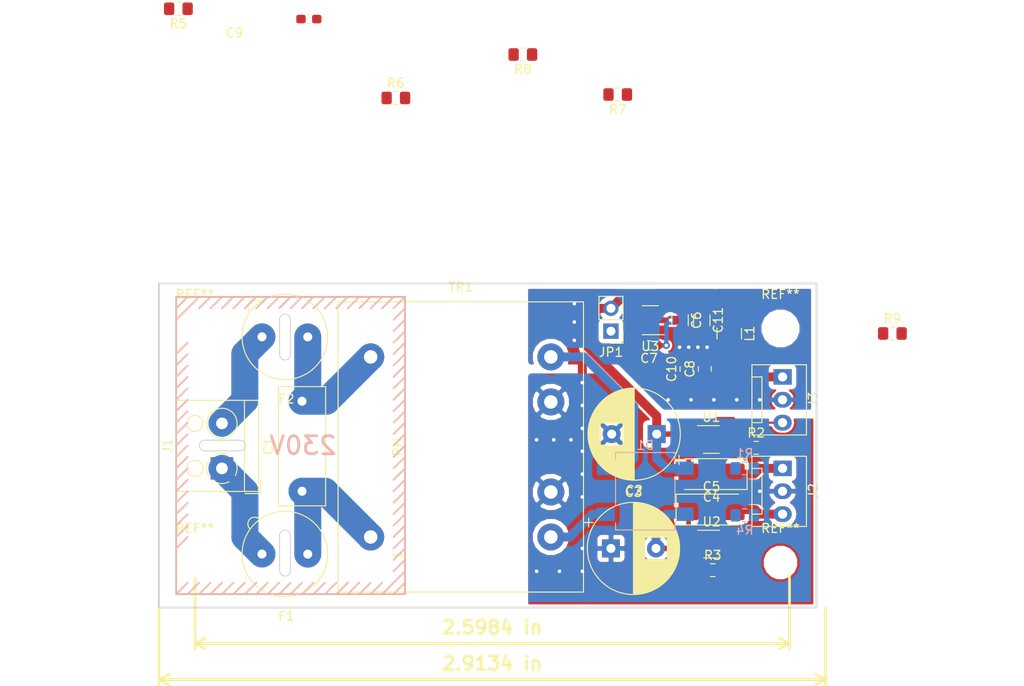
<source format=kicad_pcb>
(kicad_pcb (version 20171130) (host pcbnew "(5.0.0-rc2-138-gbc7bd107d)")

  (general
    (thickness 1.6)
    (drawings 115)
    (tracks 105)
    (zones 0)
    (modules 36)
    (nets 22)
  )

  (page A4)
  (layers
    (0 F.Cu signal)
    (31 B.Cu signal)
    (32 B.Adhes user)
    (33 F.Adhes user)
    (34 B.Paste user)
    (35 F.Paste user)
    (36 B.SilkS user)
    (37 F.SilkS user)
    (38 B.Mask user)
    (39 F.Mask user)
    (40 Dwgs.User user)
    (41 Cmts.User user)
    (42 Eco1.User user)
    (43 Eco2.User user hide)
    (44 Edge.Cuts user)
    (45 Margin user)
    (46 B.CrtYd user)
    (47 F.CrtYd user)
    (48 B.Fab user hide)
    (49 F.Fab user hide)
  )

  (setup
    (last_trace_width 0.6)
    (user_trace_width 0.5)
    (user_trace_width 0.6)
    (user_trace_width 0.75)
    (user_trace_width 1)
    (user_trace_width 1.5)
    (user_trace_width 2)
    (user_trace_width 2)
    (user_trace_width 3)
    (trace_clearance 0.2)
    (zone_clearance 0.508)
    (zone_45_only no)
    (trace_min 0.2)
    (segment_width 0.2)
    (edge_width 0.1)
    (via_size 0.8)
    (via_drill 0.4)
    (via_min_size 0.4)
    (via_min_drill 0.3)
    (uvia_size 0.3)
    (uvia_drill 0.1)
    (uvias_allowed no)
    (uvia_min_size 0.2)
    (uvia_min_drill 0.1)
    (pcb_text_width 0.3)
    (pcb_text_size 1.5 1.5)
    (mod_edge_width 0.15)
    (mod_text_size 1 1)
    (mod_text_width 0.15)
    (pad_size 1.15 1.4)
    (pad_drill 0)
    (pad_to_mask_clearance 0.2)
    (aux_axis_origin 0 0)
    (grid_origin 93.98 76.2)
    (visible_elements FFFFFF7F)
    (pcbplotparams
      (layerselection 0x010fc_ffffffff)
      (usegerberextensions false)
      (usegerberattributes false)
      (usegerberadvancedattributes false)
      (creategerberjobfile false)
      (excludeedgelayer true)
      (linewidth 0.100000)
      (plotframeref false)
      (viasonmask false)
      (mode 1)
      (useauxorigin false)
      (hpglpennumber 1)
      (hpglpenspeed 20)
      (hpglpendiameter 15.000000)
      (psnegative false)
      (psa4output false)
      (plotreference true)
      (plotvalue true)
      (plotinvisibletext false)
      (padsonsilk false)
      (subtractmaskfromsilk false)
      (outputformat 1)
      (mirror false)
      (drillshape 1)
      (scaleselection 1)
      (outputdirectory ""))
  )

  (net 0 "")
  (net 1 GND)
  (net 2 "Net-(C7-Pad1)")
  (net 3 "Net-(C7-Pad2)")
  (net 4 /230VL)
  (net 5 /230VN)
  (net 6 /DC+)
  (net 7 /DC-)
  (net 8 /+12V)
  (net 9 /-12V)
  (net 10 /+5V)
  (net 11 /AC2)
  (net 12 /AC1)
  (net 13 /L)
  (net 14 /N)
  (net 15 /FB+)
  (net 16 /FB-)
  (net 17 /FBs)
  (net 18 /EN12V)
  (net 19 "Net-(C9-Pad1)")
  (net 20 "Net-(JP1-Pad1)")
  (net 21 /ENs)

  (net_class Default "This is the default net class."
    (clearance 0.2)
    (trace_width 0.25)
    (via_dia 0.8)
    (via_drill 0.4)
    (uvia_dia 0.3)
    (uvia_drill 0.1)
    (add_net /+12V)
    (add_net /+5V)
    (add_net /-12V)
    (add_net /230VL)
    (add_net /230VN)
    (add_net /AC1)
    (add_net /AC2)
    (add_net /DC+)
    (add_net /DC-)
    (add_net /EN12V)
    (add_net /ENs)
    (add_net /FB+)
    (add_net /FB-)
    (add_net /FBs)
    (add_net /L)
    (add_net /N)
    (add_net GND)
    (add_net "Net-(C7-Pad1)")
    (add_net "Net-(C7-Pad2)")
    (add_net "Net-(C9-Pad1)")
    (add_net "Net-(JP1-Pad1)")
  )

  (module Capacitor_SMD:C_0603_1608Metric_Pad1.05x0.95mm_HandSolder (layer F.Cu) (tedit 5B5D9A9E) (tstamp 5B746EA7)
    (at 103.632 28.829)
    (descr "Capacitor SMD 0603 (1608 Metric), square (rectangular) end terminal, IPC_7351 nominal with elongated pad for handsoldering. (Body size source: http://www.tortai-tech.com/upload/download/2011102023233369053.pdf), generated with kicad-footprint-generator")
    (tags "capacitor handsolder")
    (path /5B5BF7CD)
    (attr smd)
    (fp_text reference C9 (at -8.255 1.524) (layer F.SilkS)
      (effects (font (size 1 1) (thickness 0.15)))
    )
    (fp_text value 75p (at 0 1.43) (layer F.Fab)
      (effects (font (size 1 1) (thickness 0.15)))
    )
    (fp_line (start -0.8 0.4) (end -0.8 -0.4) (layer F.Fab) (width 0.1))
    (fp_line (start -0.8 -0.4) (end 0.8 -0.4) (layer F.Fab) (width 0.1))
    (fp_line (start 0.8 -0.4) (end 0.8 0.4) (layer F.Fab) (width 0.1))
    (fp_line (start 0.8 0.4) (end -0.8 0.4) (layer F.Fab) (width 0.1))
    (fp_line (start -0.171267 -0.51) (end 0.171267 -0.51) (layer F.SilkS) (width 0.12))
    (fp_line (start -0.171267 0.51) (end 0.171267 0.51) (layer F.SilkS) (width 0.12))
    (fp_line (start -1.65 0.73) (end -1.65 -0.73) (layer F.CrtYd) (width 0.05))
    (fp_line (start -1.65 -0.73) (end 1.65 -0.73) (layer F.CrtYd) (width 0.05))
    (fp_line (start 1.65 -0.73) (end 1.65 0.73) (layer F.CrtYd) (width 0.05))
    (fp_line (start 1.65 0.73) (end -1.65 0.73) (layer F.CrtYd) (width 0.05))
    (fp_text user %R (at 0 0) (layer F.Fab)
      (effects (font (size 0.4 0.4) (thickness 0.06)))
    )
    (pad 1 smd roundrect (at -0.875 0) (size 1.05 0.95) (layers F.Cu F.Paste F.Mask) (roundrect_rratio 0.25)
      (net 19 "Net-(C9-Pad1)"))
    (pad 2 smd roundrect (at 0.875 0) (size 1.05 0.95) (layers F.Cu F.Paste F.Mask) (roundrect_rratio 0.25)
      (net 17 /FBs))
    (model ${KISYS3DMOD}/Capacitor_SMD.3dshapes/C_0603_1608Metric.wrl
      (at (xyz 0 0 0))
      (scale (xyz 1 1 1))
      (rotate (xyz 0 0 0))
    )
  )

  (module MountingHole:MountingHole_3.2mm_M3_DIN965 (layer F.Cu) (tedit 56D1B4CB) (tstamp 5B5DB37D)
    (at 155.98 89.2)
    (descr "Mounting Hole 3.2mm, no annular, M3, DIN965")
    (tags "mounting hole 3.2mm no annular m3 din965")
    (attr virtual)
    (fp_text reference REF** (at 0 -3.8) (layer F.SilkS)
      (effects (font (size 1 1) (thickness 0.15)))
    )
    (fp_text value MountingHole_3.2mm_M3_DIN965 (at 0 3.8) (layer F.Fab)
      (effects (font (size 1 1) (thickness 0.15)))
    )
    (fp_text user %R (at 0.3 0) (layer F.Fab)
      (effects (font (size 1 1) (thickness 0.15)))
    )
    (fp_circle (center 0 0) (end 2.8 0) (layer Cmts.User) (width 0.15))
    (fp_circle (center 0 0) (end 3.05 0) (layer F.CrtYd) (width 0.05))
    (pad 1 np_thru_hole circle (at 0 0) (size 3.2 3.2) (drill 3.2) (layers *.Cu *.Mask))
  )

  (module MountingHole:MountingHole_3.2mm_M3_DIN965 (layer F.Cu) (tedit 56D1B4CB) (tstamp 5B5DB32C)
    (at 155.98 63.2)
    (descr "Mounting Hole 3.2mm, no annular, M3, DIN965")
    (tags "mounting hole 3.2mm no annular m3 din965")
    (attr virtual)
    (fp_text reference REF** (at 0 -3.8) (layer F.SilkS)
      (effects (font (size 1 1) (thickness 0.15)))
    )
    (fp_text value MountingHole_3.2mm_M3_DIN965 (at 0 3.8) (layer F.Fab)
      (effects (font (size 1 1) (thickness 0.15)))
    )
    (fp_text user %R (at 0.3 0) (layer F.Fab)
      (effects (font (size 1 1) (thickness 0.15)))
    )
    (fp_circle (center 0 0) (end 2.8 0) (layer Cmts.User) (width 0.15))
    (fp_circle (center 0 0) (end 3.05 0) (layer F.CrtYd) (width 0.05))
    (pad 1 np_thru_hole circle (at 0 0) (size 3.2 3.2) (drill 3.2) (layers *.Cu *.Mask))
  )

  (module Capacitor_Tantalum_SMD:CP_EIA-6032-15_Kemet-U_Pad2.25x2.35mm_HandSolder (layer F.Cu) (tedit 5B5E490C) (tstamp 5B73FB89)
    (at 148.336 79.375 180)
    (descr "Tantalum Capacitor SMD Kemet-U (6032-15 Metric), IPC_7351 nominal, (Body size from: http://www.kemet.com/Lists/ProductCatalog/Attachments/253/KEM_TC101_STD.pdf), generated with kicad-footprint-generator")
    (tags "capacitor tantalum")
    (path /5B4A28B3)
    (attr smd)
    (fp_text reference C4 (at 0 -2.55 180) (layer F.SilkS)
      (effects (font (size 1 1) (thickness 0.15)))
    )
    (fp_text value 22u (at 0 2.55 180) (layer F.Fab)
      (effects (font (size 1 1) (thickness 0.15)))
    )
    (fp_text user %R (at 0 0 180) (layer F.Fab)
      (effects (font (size 1 1) (thickness 0.15)))
    )
    (fp_line (start 3.92 1.85) (end -3.92 1.85) (layer F.CrtYd) (width 0.05))
    (fp_line (start 3.92 -1.85) (end 3.92 1.85) (layer F.CrtYd) (width 0.05))
    (fp_line (start -3.92 -1.85) (end 3.92 -1.85) (layer F.CrtYd) (width 0.05))
    (fp_line (start -3.92 1.85) (end -3.92 -1.85) (layer F.CrtYd) (width 0.05))
    (fp_line (start -3.935 1.71) (end 3 1.71) (layer F.SilkS) (width 0.12))
    (fp_line (start -3.935 -1.71) (end -3.935 1.71) (layer F.SilkS) (width 0.12))
    (fp_line (start 3 -1.71) (end -3.935 -1.71) (layer F.SilkS) (width 0.12))
    (fp_line (start 3 1.6) (end 3 -1.6) (layer F.Fab) (width 0.1))
    (fp_line (start -3 1.6) (end 3 1.6) (layer F.Fab) (width 0.1))
    (fp_line (start -3 -0.8) (end -3 1.6) (layer F.Fab) (width 0.1))
    (fp_line (start -2.2 -1.6) (end -3 -0.8) (layer F.Fab) (width 0.1))
    (fp_line (start 3 -1.6) (end -2.2 -1.6) (layer F.Fab) (width 0.1))
    (pad 2 smd roundrect (at 2.55 0 180) (size 2.25 2.35) (layers F.Cu F.Paste F.Mask) (roundrect_rratio 0.111111)
      (net 1 GND))
    (pad 1 smd roundrect (at -2.55 0 180) (size 2.25 2.35) (layers F.Cu F.Paste F.Mask) (roundrect_rratio 0.111)
      (net 8 /+12V) (clearance 0.508))
    (model ${KISYS3DMOD}/Capacitor_Tantalum_SMD.3dshapes/CP_EIA-6032-15_Kemet-U.wrl
      (at (xyz 0 0 0))
      (scale (xyz 1 1 1))
      (rotate (xyz 0 0 0))
    )
  )

  (module Resistor_SMD:R_0805_2012Metric_Pad1.15x1.40mm_HandSolder (layer B.Cu) (tedit 5B36C52B) (tstamp 5B611CE4)
    (at 152.019 83.947)
    (descr "Resistor SMD 0805 (2012 Metric), square (rectangular) end terminal, IPC_7351 nominal with elongated pad for handsoldering. (Body size source: https://docs.google.com/spreadsheets/d/1BsfQQcO9C6DZCsRaXUlFlo91Tg2WpOkGARC1WS5S8t0/edit?usp=sharing), generated with kicad-footprint-generator")
    (tags "resistor handsolder")
    (path /5B4A27BB)
    (attr smd)
    (fp_text reference R4 (at 0 1.65) (layer B.SilkS)
      (effects (font (size 1 1) (thickness 0.15)) (justify mirror))
    )
    (fp_text value 40k2 (at 0 -1.65) (layer B.Fab)
      (effects (font (size 1 1) (thickness 0.15)) (justify mirror))
    )
    (fp_line (start -1 -0.6) (end -1 0.6) (layer B.Fab) (width 0.1))
    (fp_line (start -1 0.6) (end 1 0.6) (layer B.Fab) (width 0.1))
    (fp_line (start 1 0.6) (end 1 -0.6) (layer B.Fab) (width 0.1))
    (fp_line (start 1 -0.6) (end -1 -0.6) (layer B.Fab) (width 0.1))
    (fp_line (start -0.261252 0.71) (end 0.261252 0.71) (layer B.SilkS) (width 0.12))
    (fp_line (start -0.261252 -0.71) (end 0.261252 -0.71) (layer B.SilkS) (width 0.12))
    (fp_line (start -1.85 -0.95) (end -1.85 0.95) (layer B.CrtYd) (width 0.05))
    (fp_line (start -1.85 0.95) (end 1.85 0.95) (layer B.CrtYd) (width 0.05))
    (fp_line (start 1.85 0.95) (end 1.85 -0.95) (layer B.CrtYd) (width 0.05))
    (fp_line (start 1.85 -0.95) (end -1.85 -0.95) (layer B.CrtYd) (width 0.05))
    (fp_text user %R (at 0 0) (layer B.Fab)
      (effects (font (size 0.5 0.5) (thickness 0.08)) (justify mirror))
    )
    (pad 1 smd roundrect (at -1.025 0) (size 1.15 1.4) (layers B.Cu B.Paste B.Mask) (roundrect_rratio 0.217391)
      (net 16 /FB-))
    (pad 2 smd roundrect (at 1.025 0) (size 1.15 1.4) (layers B.Cu B.Paste B.Mask) (roundrect_rratio 0.217391)
      (net 9 /-12V))
    (model ${KISYS3DMOD}/Resistor_SMD.3dshapes/R_0805_2012Metric.wrl
      (at (xyz 0 0 0))
      (scale (xyz 1 1 1))
      (rotate (xyz 0 0 0))
    )
  )

  (module MountingHole:MountingHole_3.2mm_M3_DIN965 (layer F.Cu) (tedit 56D1B4CB) (tstamp 5B687945)
    (at 90.98 89.2)
    (descr "Mounting Hole 3.2mm, no annular, M3, DIN965")
    (tags "mounting hole 3.2mm no annular m3 din965")
    (attr virtual)
    (fp_text reference REF** (at 0 -3.8) (layer F.SilkS)
      (effects (font (size 1 1) (thickness 0.15)))
    )
    (fp_text value MountingHole_3.2mm_M3_DIN965 (at 0 3.8) (layer F.Fab)
      (effects (font (size 1 1) (thickness 0.15)))
    )
    (fp_circle (center 0 0) (end 3.05 0) (layer F.CrtYd) (width 0.05))
    (fp_circle (center 0 0) (end 2.8 0) (layer Cmts.User) (width 0.15))
    (fp_text user %R (at 0.3 0) (layer F.Fab)
      (effects (font (size 1 1) (thickness 0.15)))
    )
    (pad 1 np_thru_hole circle (at 0 0) (size 3.2 3.2) (drill 3.2) (layers *.Cu *.Mask))
  )

  (module Transformer_THT:Transformer_CHK_EI30-2VA_2xSec (layer F.Cu) (tedit 5B5E48E1) (tstamp 5B687EA3)
    (at 110.49 86.36)
    (descr "Trafo, Printtrafo, CHK, EI30, 2VA, 2x Sec,")
    (tags "Trafo Printtrafo CHK EI30 2VA 2x Sec ")
    (path /5B541E58)
    (fp_text reference TR1 (at 10 -27.78) (layer F.SilkS)
      (effects (font (size 1 1) (thickness 0.15)))
    )
    (fp_text value TRANSF3 (at 11 -10 90) (layer F.Fab)
      (effects (font (size 1 1) (thickness 0.15)))
    )
    (fp_text user Sec-II (at 16.5 -2.5 90) (layer F.Fab)
      (effects (font (size 1 1) (thickness 0.15)))
    )
    (fp_text user Sec-I (at 16.5 -17.5 90) (layer F.Fab)
      (effects (font (size 1 1) (thickness 0.15)))
    )
    (fp_text user 10 (at 16.5 1 90) (layer F.Fab)
      (effects (font (size 1 1) (thickness 0.15)))
    )
    (fp_text user 9 (at 16.5 -6 90) (layer F.Fab)
      (effects (font (size 1 1) (thickness 0.15)))
    )
    (fp_text user 7 (at 16.5 -14 90) (layer F.Fab)
      (effects (font (size 1 1) (thickness 0.15)))
    )
    (fp_text user 6 (at 16.5 -22 90) (layer F.Fab)
      (effects (font (size 1 1) (thickness 0.15)))
    )
    (fp_text user Pri (at 3 -10 90) (layer F.SilkS)
      (effects (font (size 1 1) (thickness 0.15)))
    )
    (fp_text user 5 (at 3 -22 90) (layer F.Fab)
      (effects (font (size 1 1) (thickness 0.15)))
    )
    (fp_text user 1 (at 3 2 90) (layer F.SilkS)
      (effects (font (size 1 1) (thickness 0.15)))
    )
    (fp_text user %R (at 9 -10 90) (layer F.Fab)
      (effects (font (size 1 1) (thickness 0.15)))
    )
    (fp_line (start 15 -1) (end 12 -1) (layer F.Fab) (width 0.1))
    (fp_line (start 12 -2) (end 15 -2) (layer F.Fab) (width 0.1))
    (fp_line (start 15 -3) (end 12 -3) (layer F.Fab) (width 0.1))
    (fp_line (start 12 -4) (end 15 -4) (layer F.Fab) (width 0.1))
    (fp_line (start 13 -5) (end 13 0) (layer F.Fab) (width 0.1))
    (fp_line (start 15 0) (end 14 0) (layer F.Fab) (width 0.1))
    (fp_line (start 14 0) (end 14 -5) (layer F.Fab) (width 0.1))
    (fp_line (start 15 -5) (end 15 0) (layer F.Fab) (width 0.1))
    (fp_line (start 17 -5) (end 12 -5) (layer F.Fab) (width 0.1))
    (fp_line (start 12 -5) (end 12 0) (layer F.Fab) (width 0.1))
    (fp_line (start 12 0) (end 17 0) (layer F.Fab) (width 0.1))
    (fp_line (start 15 -16) (end 12 -16) (layer F.Fab) (width 0.1))
    (fp_line (start 12 -17) (end 15 -17) (layer F.Fab) (width 0.1))
    (fp_line (start 15 -18) (end 12 -18) (layer F.Fab) (width 0.1))
    (fp_line (start 12 -19) (end 15 -19) (layer F.Fab) (width 0.1))
    (fp_line (start 13 -20) (end 12 -20) (layer F.Fab) (width 0.1))
    (fp_line (start 12 -20) (end 12 -15) (layer F.Fab) (width 0.1))
    (fp_line (start 12 -15) (end 13 -15) (layer F.Fab) (width 0.1))
    (fp_line (start 14 -20) (end 13 -20) (layer F.Fab) (width 0.1))
    (fp_line (start 13 -20) (end 13 -15) (layer F.Fab) (width 0.1))
    (fp_line (start 13 -15) (end 14 -15) (layer F.Fab) (width 0.1))
    (fp_line (start 15 -20) (end 14 -20) (layer F.Fab) (width 0.1))
    (fp_line (start 14 -20) (end 14 -15) (layer F.Fab) (width 0.1))
    (fp_line (start 14 -15) (end 15 -15) (layer F.Fab) (width 0.1))
    (fp_line (start 17 -20) (end 15 -20) (layer F.Fab) (width 0.1))
    (fp_line (start 15 -20) (end 15 -15) (layer F.Fab) (width 0.1))
    (fp_line (start 15 -15) (end 17 -15) (layer F.Fab) (width 0.1))
    (fp_line (start 5 -1) (end 8 -1) (layer F.Fab) (width 0.1))
    (fp_line (start 8 -2) (end 5 -2) (layer F.Fab) (width 0.1))
    (fp_line (start 5 -3) (end 8 -3) (layer F.Fab) (width 0.1))
    (fp_line (start 8 -4) (end 5 -4) (layer F.Fab) (width 0.1))
    (fp_line (start 5 -5) (end 8 -5) (layer F.Fab) (width 0.1))
    (fp_line (start 8 -6) (end 5 -6) (layer F.Fab) (width 0.1))
    (fp_line (start 5 -7) (end 8 -7) (layer F.Fab) (width 0.1))
    (fp_line (start 8 -8) (end 5 -8) (layer F.Fab) (width 0.1))
    (fp_line (start 5 -9) (end 8 -9) (layer F.Fab) (width 0.1))
    (fp_line (start 8 -10) (end 5 -10) (layer F.Fab) (width 0.1))
    (fp_line (start 5 -11) (end 8 -11) (layer F.Fab) (width 0.1))
    (fp_line (start 8 -12) (end 5 -12) (layer F.Fab) (width 0.1))
    (fp_line (start 5 -13) (end 8 -13) (layer F.Fab) (width 0.1))
    (fp_line (start 8 -14) (end 5 -14) (layer F.Fab) (width 0.1))
    (fp_line (start 5 -15) (end 8 -15) (layer F.Fab) (width 0.1))
    (fp_line (start 8 -16) (end 5 -16) (layer F.Fab) (width 0.1))
    (fp_line (start 5 -17) (end 8 -17) (layer F.Fab) (width 0.1))
    (fp_line (start 8 -18) (end 5 -18) (layer F.Fab) (width 0.1))
    (fp_line (start 5 -19) (end 8 -19) (layer F.Fab) (width 0.1))
    (fp_line (start 7 -20) (end 8 -20) (layer F.Fab) (width 0.1))
    (fp_line (start 8 -20) (end 8 0) (layer F.Fab) (width 0.1))
    (fp_line (start 8 0) (end 7 0) (layer F.Fab) (width 0.1))
    (fp_line (start 6 -20) (end 7 -20) (layer F.Fab) (width 0.1))
    (fp_line (start 7 -20) (end 7 0) (layer F.Fab) (width 0.1))
    (fp_line (start 7 0) (end 6 0) (layer F.Fab) (width 0.1))
    (fp_line (start 5 -20) (end 6 -20) (layer F.Fab) (width 0.1))
    (fp_line (start 6 -20) (end 6 0) (layer F.Fab) (width 0.1))
    (fp_line (start 6 0) (end 5 0) (layer F.Fab) (width 0.1))
    (fp_line (start 3 -20) (end 5 -20) (layer F.Fab) (width 0.1))
    (fp_line (start 5 -20) (end 5 0) (layer F.Fab) (width 0.1))
    (fp_line (start 5 0) (end 3 0) (layer F.Fab) (width 0.1))
    (fp_line (start -3.5 6) (end 23.5 6) (layer F.Fab) (width 0.1))
    (fp_line (start 23.5 6) (end 23.5 -26) (layer F.Fab) (width 0.1))
    (fp_line (start 23.5 -26) (end -3.5 -26) (layer F.Fab) (width 0.1))
    (fp_line (start -3.5 -26) (end -3.5 6) (layer F.Fab) (width 0.1))
    (fp_line (start -3.75 -26.25) (end 23.75 -26.25) (layer F.CrtYd) (width 0.05))
    (fp_line (start -3.75 -26.25) (end -3.75 6.25) (layer F.CrtYd) (width 0.05))
    (fp_line (start 23.75 6.25) (end 23.75 -26.25) (layer F.CrtYd) (width 0.05))
    (fp_line (start 23.75 6.25) (end -3.75 6.25) (layer F.CrtYd) (width 0.05))
    (fp_line (start -3.62 -26.12) (end 23.62 -26.12) (layer F.SilkS) (width 0.12))
    (fp_line (start -3.62 -26.12) (end -3.62 6.12) (layer F.SilkS) (width 0.12))
    (fp_line (start 23.62 6.12) (end 23.62 -26.12) (layer F.SilkS) (width 0.12))
    (fp_line (start 23.62 6.12) (end -3.62 6.12) (layer F.SilkS) (width 0.12))
    (pad 1 thru_hole circle (at 0 0) (size 3 3) (drill 1.5) (layers *.Cu *.Mask)
      (net 4 /230VL))
    (pad 7 connect circle (at 0 -5) (size 3 3) (layers Eco2.User))
    (pad 8 connect circle (at 0 -10) (size 3 3) (layers Eco2.User))
    (pad 9 connect circle (at 0 -15) (size 3 3) (layers Eco2.User))
    (pad 2 thru_hole circle (at 0 -20) (size 3 3) (drill 1.5) (layers *.Cu *.Mask)
      (net 5 /230VN))
    (pad 3 thru_hole circle (at 20 -20) (size 3 3) (drill 1.5) (layers *.Cu *.Mask)
      (net 12 /AC1))
    (pad 4 thru_hole circle (at 20 -15) (size 3 3) (drill 1.5) (layers *.Cu *.Mask)
      (net 1 GND))
    (pad 10 connect circle (at 20 -10) (size 3 3) (layers Eco2.User))
    (pad 5 thru_hole circle (at 20 -5) (size 3 3) (drill 1.5) (layers *.Cu *.Mask)
      (net 1 GND))
    (pad 6 thru_hole circle (at 20 0) (size 3 3) (drill 1.5) (layers *.Cu *.Mask)
      (net 11 /AC2) (clearance 0.508))
    (model ${KISYS3DMOD}/Transformer_THT.3dshapes/Transformer_CHK_EI30-2VA_2xSec.wrl
      (at (xyz 0 0 0))
      (scale (xyz 1 1 1))
      (rotate (xyz 0 0 0))
    )
  )

  (module Package_TO_SOT_SMD:TSOT-23-5 (layer F.Cu) (tedit 5B5E4AA0) (tstamp 5B6C0C22)
    (at 148.296 75.504)
    (descr "5-pin TSOT23 package, http://cds.linear.com/docs/en/packaging/SOT_5_05-08-1635.pdf")
    (tags TSOT-23-5)
    (path /5B53F836)
    (attr smd)
    (fp_text reference U1 (at 0 -2.45) (layer F.SilkS)
      (effects (font (size 1 1) (thickness 0.15)))
    )
    (fp_text value ADP7142AUZJ (at 0 2.5) (layer F.Fab)
      (effects (font (size 1 1) (thickness 0.15)))
    )
    (fp_line (start 2.17 1.7) (end -2.17 1.7) (layer F.CrtYd) (width 0.05))
    (fp_line (start 2.17 1.7) (end 2.17 -1.7) (layer F.CrtYd) (width 0.05))
    (fp_line (start -2.17 -1.7) (end -2.17 1.7) (layer F.CrtYd) (width 0.05))
    (fp_line (start -2.17 -1.7) (end 2.17 -1.7) (layer F.CrtYd) (width 0.05))
    (fp_line (start 0.88 -1.45) (end 0.88 1.45) (layer F.Fab) (width 0.1))
    (fp_line (start 0.88 1.45) (end -0.88 1.45) (layer F.Fab) (width 0.1))
    (fp_line (start -0.88 -1) (end -0.88 1.45) (layer F.Fab) (width 0.1))
    (fp_line (start 0.88 -1.45) (end -0.43 -1.45) (layer F.Fab) (width 0.1))
    (fp_line (start -0.88 -1) (end -0.43 -1.45) (layer F.Fab) (width 0.1))
    (fp_line (start 0.88 -1.51) (end -1.55 -1.51) (layer F.SilkS) (width 0.12))
    (fp_line (start -0.88 1.56) (end 0.88 1.56) (layer F.SilkS) (width 0.12))
    (fp_text user %R (at 0 0 90) (layer F.Fab)
      (effects (font (size 0.5 0.5) (thickness 0.075)))
    )
    (pad 5 smd rect (at 1.31 -0.95) (size 1.22 0.65) (layers F.Cu F.Paste F.Mask)
      (net 8 /+12V))
    (pad 4 smd rect (at 1.31 0.95) (size 1.22 0.65) (layers F.Cu F.Paste F.Mask)
      (net 15 /FB+))
    (pad 3 smd rect (at -1.31 0.95) (size 1.22 0.65) (layers F.Cu F.Paste F.Mask)
      (net 18 /EN12V))
    (pad 2 smd rect (at -1.31 0) (size 1.22 0.65) (layers F.Cu F.Paste F.Mask)
      (net 1 GND) (zone_connect 1) (thermal_gap 0.254))
    (pad 1 smd rect (at -1.31 -0.95) (size 1.22 0.65) (layers F.Cu F.Paste F.Mask)
      (net 6 /DC+))
    (model ${KISYS3DMOD}/Package_TO_SOT_SMD.3dshapes/TSOT-23-5.wrl
      (at (xyz 0 0 0))
      (scale (xyz 1 1 1))
      (rotate (xyz 0 0 0))
    )
  )

  (module Package_TO_SOT_SMD:TSOT-23-5 (layer F.Cu) (tedit 5B5E4A5A) (tstamp 5B6C0C36)
    (at 148.336 87.122)
    (descr "5-pin TSOT23 package, http://cds.linear.com/docs/en/packaging/SOT_5_05-08-1635.pdf")
    (tags TSOT-23-5)
    (path /5B53F926)
    (attr smd)
    (fp_text reference U2 (at 0 -2.45) (layer F.SilkS)
      (effects (font (size 1 1) (thickness 0.15)))
    )
    (fp_text value ADP7182AUZJ (at 0 2.5) (layer F.Fab)
      (effects (font (size 1 1) (thickness 0.15)))
    )
    (fp_text user %R (at 0 0 90) (layer F.Fab)
      (effects (font (size 0.5 0.5) (thickness 0.075)))
    )
    (fp_line (start -0.88 1.56) (end 0.88 1.56) (layer F.SilkS) (width 0.12))
    (fp_line (start 0.88 -1.51) (end -1.55 -1.51) (layer F.SilkS) (width 0.12))
    (fp_line (start -0.88 -1) (end -0.43 -1.45) (layer F.Fab) (width 0.1))
    (fp_line (start 0.88 -1.45) (end -0.43 -1.45) (layer F.Fab) (width 0.1))
    (fp_line (start -0.88 -1) (end -0.88 1.45) (layer F.Fab) (width 0.1))
    (fp_line (start 0.88 1.45) (end -0.88 1.45) (layer F.Fab) (width 0.1))
    (fp_line (start 0.88 -1.45) (end 0.88 1.45) (layer F.Fab) (width 0.1))
    (fp_line (start -2.17 -1.7) (end 2.17 -1.7) (layer F.CrtYd) (width 0.05))
    (fp_line (start -2.17 -1.7) (end -2.17 1.7) (layer F.CrtYd) (width 0.05))
    (fp_line (start 2.17 1.7) (end 2.17 -1.7) (layer F.CrtYd) (width 0.05))
    (fp_line (start 2.17 1.7) (end -2.17 1.7) (layer F.CrtYd) (width 0.05))
    (pad 1 smd rect (at -1.31 -0.95) (size 1.22 0.65) (layers F.Cu F.Paste F.Mask)
      (net 1 GND) (zone_connect 1) (thermal_gap 0.254))
    (pad 2 smd rect (at -1.31 0) (size 1.22 0.65) (layers F.Cu F.Paste F.Mask)
      (net 7 /DC-))
    (pad 3 smd rect (at -1.31 0.95) (size 1.22 0.65) (layers F.Cu F.Paste F.Mask)
      (net 18 /EN12V))
    (pad 4 smd rect (at 1.31 0.95) (size 1.22 0.65) (layers F.Cu F.Paste F.Mask)
      (net 16 /FB-))
    (pad 5 smd rect (at 1.31 -0.95) (size 1.22 0.65) (layers F.Cu F.Paste F.Mask)
      (net 9 /-12V))
    (model ${KISYS3DMOD}/Package_TO_SOT_SMD.3dshapes/TSOT-23-5.wrl
      (at (xyz 0 0 0))
      (scale (xyz 1 1 1))
      (rotate (xyz 0 0 0))
    )
  )

  (module Package_TO_SOT_SMD:SOT-23-6 (layer F.Cu) (tedit 5A02FF57) (tstamp 5B5DB69E)
    (at 141.527747 62.283475 180)
    (descr "6-pin SOT-23 package")
    (tags SOT-23-6)
    (path /5B53E527)
    (attr smd)
    (fp_text reference U3 (at 0 -2.9 180) (layer F.SilkS)
      (effects (font (size 1 1) (thickness 0.15)))
    )
    (fp_text value TPS54202 (at 0 2.9 180) (layer F.Fab)
      (effects (font (size 1 1) (thickness 0.15)))
    )
    (fp_text user %R (at 0 0 -90) (layer F.Fab)
      (effects (font (size 0.5 0.5) (thickness 0.075)))
    )
    (fp_line (start -0.9 1.61) (end 0.9 1.61) (layer F.SilkS) (width 0.12))
    (fp_line (start 0.9 -1.61) (end -1.55 -1.61) (layer F.SilkS) (width 0.12))
    (fp_line (start 1.9 -1.8) (end -1.9 -1.8) (layer F.CrtYd) (width 0.05))
    (fp_line (start 1.9 1.8) (end 1.9 -1.8) (layer F.CrtYd) (width 0.05))
    (fp_line (start -1.9 1.8) (end 1.9 1.8) (layer F.CrtYd) (width 0.05))
    (fp_line (start -1.9 -1.8) (end -1.9 1.8) (layer F.CrtYd) (width 0.05))
    (fp_line (start -0.9 -0.9) (end -0.25 -1.55) (layer F.Fab) (width 0.1))
    (fp_line (start 0.9 -1.55) (end -0.25 -1.55) (layer F.Fab) (width 0.1))
    (fp_line (start -0.9 -0.9) (end -0.9 1.55) (layer F.Fab) (width 0.1))
    (fp_line (start 0.9 1.55) (end -0.9 1.55) (layer F.Fab) (width 0.1))
    (fp_line (start 0.9 -1.55) (end 0.9 1.55) (layer F.Fab) (width 0.1))
    (pad 1 smd rect (at -1.1 -0.95 180) (size 1.06 0.65) (layers F.Cu F.Paste F.Mask)
      (net 1 GND))
    (pad 2 smd rect (at -1.1 0 180) (size 1.06 0.65) (layers F.Cu F.Paste F.Mask)
      (net 2 "Net-(C7-Pad1)"))
    (pad 3 smd rect (at -1.1 0.95 180) (size 1.06 0.65) (layers F.Cu F.Paste F.Mask)
      (net 6 /DC+))
    (pad 4 smd rect (at 1.1 0.95 180) (size 1.06 0.65) (layers F.Cu F.Paste F.Mask)
      (net 17 /FBs))
    (pad 6 smd rect (at 1.1 -0.95 180) (size 1.06 0.65) (layers F.Cu F.Paste F.Mask)
      (net 3 "Net-(C7-Pad2)"))
    (pad 5 smd rect (at 1.1 0 180) (size 1.06 0.65) (layers F.Cu F.Paste F.Mask)
      (net 21 /ENs))
    (model ${KISYS3DMOD}/Package_TO_SOT_SMD.3dshapes/SOT-23-6.wrl
      (at (xyz 0 0 0))
      (scale (xyz 1 1 1))
      (rotate (xyz 0 0 0))
    )
  )

  (module Capacitor_SMD:C_0603_1608Metric_Pad1.05x0.95mm_HandSolder (layer F.Cu) (tedit 5B301BBE) (tstamp 5B6A38FC)
    (at 141.386747 65.077475 180)
    (descr "Capacitor SMD 0603 (1608 Metric), square (rectangular) end terminal, IPC_7351 nominal with elongated pad for handsoldering. (Body size source: http://www.tortai-tech.com/upload/download/2011102023233369053.pdf), generated with kicad-footprint-generator")
    (tags "capacitor handsolder")
    (path /5B549A97)
    (attr smd)
    (fp_text reference C7 (at 0 -1.43 180) (layer F.SilkS)
      (effects (font (size 1 1) (thickness 0.15)))
    )
    (fp_text value 0.1u (at 0 1.43 180) (layer F.Fab)
      (effects (font (size 1 1) (thickness 0.15)))
    )
    (fp_line (start -0.8 0.4) (end -0.8 -0.4) (layer F.Fab) (width 0.1))
    (fp_line (start -0.8 -0.4) (end 0.8 -0.4) (layer F.Fab) (width 0.1))
    (fp_line (start 0.8 -0.4) (end 0.8 0.4) (layer F.Fab) (width 0.1))
    (fp_line (start 0.8 0.4) (end -0.8 0.4) (layer F.Fab) (width 0.1))
    (fp_line (start -0.171267 -0.51) (end 0.171267 -0.51) (layer F.SilkS) (width 0.12))
    (fp_line (start -0.171267 0.51) (end 0.171267 0.51) (layer F.SilkS) (width 0.12))
    (fp_line (start -1.65 0.73) (end -1.65 -0.73) (layer F.CrtYd) (width 0.05))
    (fp_line (start -1.65 -0.73) (end 1.65 -0.73) (layer F.CrtYd) (width 0.05))
    (fp_line (start 1.65 -0.73) (end 1.65 0.73) (layer F.CrtYd) (width 0.05))
    (fp_line (start 1.65 0.73) (end -1.65 0.73) (layer F.CrtYd) (width 0.05))
    (fp_text user %R (at 0 0 180) (layer F.Fab)
      (effects (font (size 0.4 0.4) (thickness 0.06)))
    )
    (pad 1 smd roundrect (at -0.875 0 180) (size 1.05 0.95) (layers F.Cu F.Paste F.Mask) (roundrect_rratio 0.25)
      (net 2 "Net-(C7-Pad1)"))
    (pad 2 smd roundrect (at 0.875 0 180) (size 1.05 0.95) (layers F.Cu F.Paste F.Mask) (roundrect_rratio 0.25)
      (net 3 "Net-(C7-Pad2)"))
    (model ${KISYS3DMOD}/Capacitor_SMD.3dshapes/C_0603_1608Metric.wrl
      (at (xyz 0 0 0))
      (scale (xyz 1 1 1))
      (rotate (xyz 0 0 0))
    )
  )

  (module Inductor_SMD:L_1210_3225Metric_Pad1.42x2.65mm_HandSolder (layer F.Cu) (tedit 5B301BBE) (tstamp 5B6A38CC)
    (at 150.290747 63.770975 270)
    (descr "Capacitor SMD 1210 (3225 Metric), square (rectangular) end terminal, IPC_7351 nominal with elongated pad for handsoldering. (Body size source: http://www.tortai-tech.com/upload/download/2011102023233369053.pdf), generated with kicad-footprint-generator")
    (tags "inductor handsolder")
    (path /5B54C71D)
    (attr smd)
    (fp_text reference L1 (at 0 -2.28 270) (layer F.SilkS)
      (effects (font (size 1 1) (thickness 0.15)))
    )
    (fp_text value 15u (at 0 2.28 270) (layer F.Fab)
      (effects (font (size 1 1) (thickness 0.15)))
    )
    (fp_line (start -1.6 1.25) (end -1.6 -1.25) (layer F.Fab) (width 0.1))
    (fp_line (start -1.6 -1.25) (end 1.6 -1.25) (layer F.Fab) (width 0.1))
    (fp_line (start 1.6 -1.25) (end 1.6 1.25) (layer F.Fab) (width 0.1))
    (fp_line (start 1.6 1.25) (end -1.6 1.25) (layer F.Fab) (width 0.1))
    (fp_line (start -0.602064 -1.36) (end 0.602064 -1.36) (layer F.SilkS) (width 0.12))
    (fp_line (start -0.602064 1.36) (end 0.602064 1.36) (layer F.SilkS) (width 0.12))
    (fp_line (start -2.45 1.58) (end -2.45 -1.58) (layer F.CrtYd) (width 0.05))
    (fp_line (start -2.45 -1.58) (end 2.45 -1.58) (layer F.CrtYd) (width 0.05))
    (fp_line (start 2.45 -1.58) (end 2.45 1.58) (layer F.CrtYd) (width 0.05))
    (fp_line (start 2.45 1.58) (end -2.45 1.58) (layer F.CrtYd) (width 0.05))
    (fp_text user %R (at 0 0 270) (layer F.Fab)
      (effects (font (size 0.8 0.8) (thickness 0.12)))
    )
    (pad 1 smd roundrect (at -1.4875 0 270) (size 1.425 2.65) (layers F.Cu F.Paste F.Mask) (roundrect_rratio 0.175439)
      (net 2 "Net-(C7-Pad1)"))
    (pad 2 smd roundrect (at 1.4875 0 270) (size 1.425 2.65) (layers F.Cu F.Paste F.Mask) (roundrect_rratio 0.175439)
      (net 10 /+5V))
    (model ${KISYS3DMOD}/Inductor_SMD.3dshapes/L_1210_3225Metric.wrl
      (at (xyz 0 0 0))
      (scale (xyz 1 1 1))
      (rotate (xyz 0 0 0))
    )
  )

  (module Resistor_SMD:R_0805_2012Metric_Pad1.15x1.40mm_HandSolder (layer F.Cu) (tedit 5B36C52B) (tstamp 5B5D9CF8)
    (at 89.145 27.686 180)
    (descr "Resistor SMD 0805 (2012 Metric), square (rectangular) end terminal, IPC_7351 nominal with elongated pad for handsoldering. (Body size source: https://docs.google.com/spreadsheets/d/1BsfQQcO9C6DZCsRaXUlFlo91Tg2WpOkGARC1WS5S8t0/edit?usp=sharing), generated with kicad-footprint-generator")
    (tags "resistor handsolder")
    (path /5B54DE66)
    (attr smd)
    (fp_text reference R5 (at 0 -1.65 180) (layer F.SilkS)
      (effects (font (size 1 1) (thickness 0.15)))
    )
    (fp_text value 49.9 (at 0 1.65 180) (layer F.Fab)
      (effects (font (size 1 1) (thickness 0.15)))
    )
    (fp_text user %R (at 0 0 180) (layer F.Fab)
      (effects (font (size 0.5 0.5) (thickness 0.08)))
    )
    (fp_line (start 1.85 0.95) (end -1.85 0.95) (layer F.CrtYd) (width 0.05))
    (fp_line (start 1.85 -0.95) (end 1.85 0.95) (layer F.CrtYd) (width 0.05))
    (fp_line (start -1.85 -0.95) (end 1.85 -0.95) (layer F.CrtYd) (width 0.05))
    (fp_line (start -1.85 0.95) (end -1.85 -0.95) (layer F.CrtYd) (width 0.05))
    (fp_line (start -0.261252 0.71) (end 0.261252 0.71) (layer F.SilkS) (width 0.12))
    (fp_line (start -0.261252 -0.71) (end 0.261252 -0.71) (layer F.SilkS) (width 0.12))
    (fp_line (start 1 0.6) (end -1 0.6) (layer F.Fab) (width 0.1))
    (fp_line (start 1 -0.6) (end 1 0.6) (layer F.Fab) (width 0.1))
    (fp_line (start -1 -0.6) (end 1 -0.6) (layer F.Fab) (width 0.1))
    (fp_line (start -1 0.6) (end -1 -0.6) (layer F.Fab) (width 0.1))
    (pad 2 smd roundrect (at 1.025 0 180) (size 1.15 1.4) (layers F.Cu F.Paste F.Mask) (roundrect_rratio 0.217391)
      (net 19 "Net-(C9-Pad1)"))
    (pad 1 smd roundrect (at -1.025 0 180) (size 1.15 1.4) (layers F.Cu F.Paste F.Mask) (roundrect_rratio 0.217391)
      (net 10 /+5V))
    (model ${KISYS3DMOD}/Resistor_SMD.3dshapes/R_0805_2012Metric.wrl
      (at (xyz 0 0 0))
      (scale (xyz 1 1 1))
      (rotate (xyz 0 0 0))
    )
  )

  (module Resistor_SMD:R_0805_2012Metric_Pad1.15x1.40mm_HandSolder (layer F.Cu) (tedit 5B36C52B) (tstamp 5B746F07)
    (at 113.284 37.592)
    (descr "Resistor SMD 0805 (2012 Metric), square (rectangular) end terminal, IPC_7351 nominal with elongated pad for handsoldering. (Body size source: https://docs.google.com/spreadsheets/d/1BsfQQcO9C6DZCsRaXUlFlo91Tg2WpOkGARC1WS5S8t0/edit?usp=sharing), generated with kicad-footprint-generator")
    (tags "resistor handsolder")
    (path /5B54DF0F)
    (attr smd)
    (fp_text reference R6 (at 0 -1.65) (layer F.SilkS)
      (effects (font (size 1 1) (thickness 0.15)))
    )
    (fp_text value 13k3 (at 0 1.65) (layer F.Fab)
      (effects (font (size 1 1) (thickness 0.15)))
    )
    (fp_line (start -1 0.6) (end -1 -0.6) (layer F.Fab) (width 0.1))
    (fp_line (start -1 -0.6) (end 1 -0.6) (layer F.Fab) (width 0.1))
    (fp_line (start 1 -0.6) (end 1 0.6) (layer F.Fab) (width 0.1))
    (fp_line (start 1 0.6) (end -1 0.6) (layer F.Fab) (width 0.1))
    (fp_line (start -0.261252 -0.71) (end 0.261252 -0.71) (layer F.SilkS) (width 0.12))
    (fp_line (start -0.261252 0.71) (end 0.261252 0.71) (layer F.SilkS) (width 0.12))
    (fp_line (start -1.85 0.95) (end -1.85 -0.95) (layer F.CrtYd) (width 0.05))
    (fp_line (start -1.85 -0.95) (end 1.85 -0.95) (layer F.CrtYd) (width 0.05))
    (fp_line (start 1.85 -0.95) (end 1.85 0.95) (layer F.CrtYd) (width 0.05))
    (fp_line (start 1.85 0.95) (end -1.85 0.95) (layer F.CrtYd) (width 0.05))
    (fp_text user %R (at 0 0) (layer F.Fab)
      (effects (font (size 0.5 0.5) (thickness 0.08)))
    )
    (pad 1 smd roundrect (at -1.025 0) (size 1.15 1.4) (layers F.Cu F.Paste F.Mask) (roundrect_rratio 0.217391)
      (net 17 /FBs))
    (pad 2 smd roundrect (at 1.025 0) (size 1.15 1.4) (layers F.Cu F.Paste F.Mask) (roundrect_rratio 0.217391)
      (net 1 GND))
    (model ${KISYS3DMOD}/Resistor_SMD.3dshapes/R_0805_2012Metric.wrl
      (at (xyz 0 0 0))
      (scale (xyz 1 1 1))
      (rotate (xyz 0 0 0))
    )
  )

  (module Capacitor_THT:C_Rect_L13.0mm_W5.0mm_P10.00mm_FKS3_FKP3_MKS4 (layer F.Cu) (tedit 5AE50EF0) (tstamp 5B687A3F)
    (at 102.87 81.28 90)
    (descr "C, Rect series, Radial, pin pitch=10.00mm, , length*width=13*5mm^2, Capacitor, http://www.wima.com/EN/WIMA_FKS_3.pdf, http://www.wima.com/EN/WIMA_MKS_4.pdf")
    (tags "C Rect series Radial pin pitch 10.00mm  length 13mm width 5mm Capacitor")
    (path /5B4A9240)
    (fp_text reference C1 (at 5 -3.75 90) (layer F.SilkS)
      (effects (font (size 1 1) (thickness 0.15)))
    )
    (fp_text value C (at 5 3.75 90) (layer F.Fab)
      (effects (font (size 1 1) (thickness 0.15)))
    )
    (fp_line (start -1.5 -2.5) (end -1.5 2.5) (layer F.Fab) (width 0.1))
    (fp_line (start -1.5 2.5) (end 11.5 2.5) (layer F.Fab) (width 0.1))
    (fp_line (start 11.5 2.5) (end 11.5 -2.5) (layer F.Fab) (width 0.1))
    (fp_line (start 11.5 -2.5) (end -1.5 -2.5) (layer F.Fab) (width 0.1))
    (fp_line (start -1.62 -2.62) (end 11.62 -2.62) (layer F.SilkS) (width 0.12))
    (fp_line (start -1.62 2.62) (end 11.62 2.62) (layer F.SilkS) (width 0.12))
    (fp_line (start -1.62 -2.62) (end -1.62 2.62) (layer F.SilkS) (width 0.12))
    (fp_line (start 11.62 -2.62) (end 11.62 2.62) (layer F.SilkS) (width 0.12))
    (fp_line (start -1.75 -2.75) (end -1.75 2.75) (layer F.CrtYd) (width 0.05))
    (fp_line (start -1.75 2.75) (end 11.75 2.75) (layer F.CrtYd) (width 0.05))
    (fp_line (start 11.75 2.75) (end 11.75 -2.75) (layer F.CrtYd) (width 0.05))
    (fp_line (start 11.75 -2.75) (end -1.75 -2.75) (layer F.CrtYd) (width 0.05))
    (fp_text user %R (at 5 0 90) (layer F.Fab)
      (effects (font (size 1 1) (thickness 0.15)))
    )
    (pad 1 thru_hole circle (at 0 0 90) (size 2 2) (drill 1) (layers *.Cu *.Mask)
      (net 4 /230VL))
    (pad 2 thru_hole circle (at 10 0 90) (size 2 2) (drill 1) (layers *.Cu *.Mask)
      (net 5 /230VN))
    (model ${KISYS3DMOD}/Capacitor_THT.3dshapes/C_Rect_L13.0mm_W5.0mm_P10.00mm_FKS3_FKP3_MKS4.wrl
      (at (xyz 0 0 0))
      (scale (xyz 1 1 1))
      (rotate (xyz 0 0 0))
    )
  )

  (module Fuse:Fuseholder_TR5_Littlefuse_No560_No460 (layer F.Cu) (tedit 5A1C8972) (tstamp 5B611C30)
    (at 103.505 88.265 180)
    (descr "Fuse, Fuseholder, TR5, Littlefuse/Wickmann, No. 460, No560,")
    (tags "Fuse Fuseholder TR5 Littlefuse/Wickmann No. 460 No560 ")
    (path /5B4AAAB3)
    (fp_text reference F1 (at 2.39 -6.89 180) (layer F.SilkS)
      (effects (font (size 1 1) (thickness 0.15)))
    )
    (fp_text value Fuse (at 2.39 7.43 180) (layer F.Fab)
      (effects (font (size 1 1) (thickness 0.15)))
    )
    (fp_text user %R (at 2.75 -2.75 180) (layer F.Fab)
      (effects (font (size 1 1) (thickness 0.15)))
    )
    (fp_line (start 5.44 3.94) (end 5.31 3.79) (layer F.Fab) (width 0.1))
    (fp_line (start 5.62 4.02) (end 5.44 3.94) (layer F.Fab) (width 0.1))
    (fp_line (start 5.91 4.06) (end 5.62 4.02) (layer F.Fab) (width 0.1))
    (fp_line (start 6.2 3.98) (end 5.91 4.06) (layer F.Fab) (width 0.1))
    (fp_line (start 6.42 3.81) (end 6.2 3.98) (layer F.Fab) (width 0.1))
    (fp_line (start 6.57 3.55) (end 6.42 3.81) (layer F.Fab) (width 0.1))
    (fp_line (start 6.6 3.29) (end 6.57 3.55) (layer F.Fab) (width 0.1))
    (fp_line (start 6.55 3.04) (end 6.6 3.29) (layer F.Fab) (width 0.1))
    (fp_line (start 6.46 2.88) (end 6.55 3.04) (layer F.Fab) (width 0.1))
    (fp_line (start 6.34 2.74) (end 6.46 2.88) (layer F.Fab) (width 0.1))
    (fp_line (start 6.39 2.79) (end 6.51 2.93) (layer F.SilkS) (width 0.12))
    (fp_line (start 6.51 2.93) (end 6.6 3.09) (layer F.SilkS) (width 0.12))
    (fp_line (start 6.6 3.09) (end 6.65 3.34) (layer F.SilkS) (width 0.12))
    (fp_line (start 6.65 3.34) (end 6.62 3.6) (layer F.SilkS) (width 0.12))
    (fp_line (start 6.62 3.6) (end 6.47 3.86) (layer F.SilkS) (width 0.12))
    (fp_line (start 6.47 3.86) (end 6.25 4.03) (layer F.SilkS) (width 0.12))
    (fp_line (start 6.25 4.03) (end 5.96 4.11) (layer F.SilkS) (width 0.12))
    (fp_line (start 5.96 4.11) (end 5.67 4.07) (layer F.SilkS) (width 0.12))
    (fp_line (start 5.67 4.07) (end 5.49 3.99) (layer F.SilkS) (width 0.12))
    (fp_line (start 5.49 3.99) (end 5.36 3.84) (layer F.SilkS) (width 0.12))
    (fp_line (start -2.46 -4.99) (end 7.54 -4.99) (layer F.CrtYd) (width 0.05))
    (fp_line (start -2.46 -4.99) (end -2.46 5.01) (layer F.CrtYd) (width 0.05))
    (fp_line (start 7.54 5.01) (end 7.54 -4.99) (layer F.CrtYd) (width 0.05))
    (fp_line (start 7.54 5.01) (end -2.46 5.01) (layer F.CrtYd) (width 0.05))
    (fp_circle (center 2.55 0) (end 7.25 0) (layer F.Fab) (width 0.1))
    (fp_circle (center 2.54 0.01) (end 7.29 0.01) (layer F.SilkS) (width 0.12))
    (pad 1 thru_hole circle (at 0 0 180) (size 2 2) (drill 1) (layers *.Cu *.Mask)
      (net 4 /230VL))
    (pad 2 thru_hole circle (at 5.08 0.01 180) (size 2 2) (drill 1) (layers *.Cu *.Mask)
      (net 13 /L))
    (model ${KISYS3DMOD}/Fuse.3dshapes/Fuseholder_TR5_Littlefuse_No560_No460.wrl
      (at (xyz 0 0 0))
      (scale (xyz 1 1 1))
      (rotate (xyz 0 0 0))
    )
  )

  (module Fuse:Fuseholder_TR5_Littlefuse_No560_No460 (layer F.Cu) (tedit 5A1C8972) (tstamp 5B611C50)
    (at 103.505 64.135 180)
    (descr "Fuse, Fuseholder, TR5, Littlefuse/Wickmann, No. 460, No560,")
    (tags "Fuse Fuseholder TR5 Littlefuse/Wickmann No. 460 No560 ")
    (path /5B4AAB76)
    (fp_text reference F2 (at 2.39 -6.89 180) (layer F.SilkS)
      (effects (font (size 1 1) (thickness 0.15)))
    )
    (fp_text value Fuse (at 2.39 7.43 180) (layer F.Fab)
      (effects (font (size 1 1) (thickness 0.15)))
    )
    (fp_circle (center 2.54 0.01) (end 7.29 0.01) (layer F.SilkS) (width 0.12))
    (fp_circle (center 2.55 0) (end 7.25 0) (layer F.Fab) (width 0.1))
    (fp_line (start 7.54 5.01) (end -2.46 5.01) (layer F.CrtYd) (width 0.05))
    (fp_line (start 7.54 5.01) (end 7.54 -4.99) (layer F.CrtYd) (width 0.05))
    (fp_line (start -2.46 -4.99) (end -2.46 5.01) (layer F.CrtYd) (width 0.05))
    (fp_line (start -2.46 -4.99) (end 7.54 -4.99) (layer F.CrtYd) (width 0.05))
    (fp_line (start 5.49 3.99) (end 5.36 3.84) (layer F.SilkS) (width 0.12))
    (fp_line (start 5.67 4.07) (end 5.49 3.99) (layer F.SilkS) (width 0.12))
    (fp_line (start 5.96 4.11) (end 5.67 4.07) (layer F.SilkS) (width 0.12))
    (fp_line (start 6.25 4.03) (end 5.96 4.11) (layer F.SilkS) (width 0.12))
    (fp_line (start 6.47 3.86) (end 6.25 4.03) (layer F.SilkS) (width 0.12))
    (fp_line (start 6.62 3.6) (end 6.47 3.86) (layer F.SilkS) (width 0.12))
    (fp_line (start 6.65 3.34) (end 6.62 3.6) (layer F.SilkS) (width 0.12))
    (fp_line (start 6.6 3.09) (end 6.65 3.34) (layer F.SilkS) (width 0.12))
    (fp_line (start 6.51 2.93) (end 6.6 3.09) (layer F.SilkS) (width 0.12))
    (fp_line (start 6.39 2.79) (end 6.51 2.93) (layer F.SilkS) (width 0.12))
    (fp_line (start 6.34 2.74) (end 6.46 2.88) (layer F.Fab) (width 0.1))
    (fp_line (start 6.46 2.88) (end 6.55 3.04) (layer F.Fab) (width 0.1))
    (fp_line (start 6.55 3.04) (end 6.6 3.29) (layer F.Fab) (width 0.1))
    (fp_line (start 6.6 3.29) (end 6.57 3.55) (layer F.Fab) (width 0.1))
    (fp_line (start 6.57 3.55) (end 6.42 3.81) (layer F.Fab) (width 0.1))
    (fp_line (start 6.42 3.81) (end 6.2 3.98) (layer F.Fab) (width 0.1))
    (fp_line (start 6.2 3.98) (end 5.91 4.06) (layer F.Fab) (width 0.1))
    (fp_line (start 5.91 4.06) (end 5.62 4.02) (layer F.Fab) (width 0.1))
    (fp_line (start 5.62 4.02) (end 5.44 3.94) (layer F.Fab) (width 0.1))
    (fp_line (start 5.44 3.94) (end 5.31 3.79) (layer F.Fab) (width 0.1))
    (fp_text user %R (at 2.75 -2.75 180) (layer F.Fab)
      (effects (font (size 1 1) (thickness 0.15)))
    )
    (pad 2 thru_hole circle (at 5.08 0.01 180) (size 2 2) (drill 1) (layers *.Cu *.Mask)
      (net 14 /N))
    (pad 1 thru_hole circle (at 0 0 180) (size 2 2) (drill 1) (layers *.Cu *.Mask)
      (net 5 /230VN))
    (model ${KISYS3DMOD}/Fuse.3dshapes/Fuseholder_TR5_Littlefuse_No560_No460.wrl
      (at (xyz 0 0 0))
      (scale (xyz 1 1 1))
      (rotate (xyz 0 0 0))
    )
  )

  (module TerminalBlock_RND:TerminalBlock_RND_205-00001_1x02_P5.00mm_Horizontal (layer F.Cu) (tedit 5B294F8C) (tstamp 5B611C70)
    (at 93.98 78.74 90)
    (descr "terminal block RND 205-00001, 2 pins, pitch 5mm, size 10x9mm^2, drill diamater 1.3mm, pad diameter 2.5mm, see http://cdn-reichelt.de/documents/datenblatt/C151/RND_205-00001_DB_EN.pdf, script-generated using https://github.com/pointhi/kicad-footprint-generator/scripts/TerminalBlock_RND")
    (tags "THT terminal block RND 205-00001 pitch 5mm size 10x9mm^2 drill 1.3mm pad 2.5mm")
    (path /5B4AC6C0)
    (fp_text reference J1 (at 2.5 -6.06 90) (layer F.SilkS)
      (effects (font (size 1 1) (thickness 0.15)))
    )
    (fp_text value 230V (at 2.5 5.06 90) (layer F.Fab)
      (effects (font (size 1 1) (thickness 0.15)))
    )
    (fp_arc (start 0 0) (end 0 1.68) (angle -28) (layer F.SilkS) (width 0.12))
    (fp_arc (start 0 0) (end 1.484 0.789) (angle -56) (layer F.SilkS) (width 0.12))
    (fp_arc (start 0 0) (end 0.789 -1.484) (angle -56) (layer F.SilkS) (width 0.12))
    (fp_arc (start 0 0) (end -1.484 -0.789) (angle -56) (layer F.SilkS) (width 0.12))
    (fp_arc (start 0 0) (end -0.789 1.484) (angle -29) (layer F.SilkS) (width 0.12))
    (fp_circle (center 0 0) (end 1.5 0) (layer F.Fab) (width 0.1))
    (fp_circle (center 0 -3) (end 0.9 -3) (layer F.Fab) (width 0.1))
    (fp_circle (center 0 -3) (end 0.9 -3) (layer F.SilkS) (width 0.12))
    (fp_circle (center 5 0) (end 6.5 0) (layer F.Fab) (width 0.1))
    (fp_circle (center 5 0) (end 6.68 0) (layer F.SilkS) (width 0.12))
    (fp_circle (center 5 -3) (end 5.9 -3) (layer F.Fab) (width 0.1))
    (fp_circle (center 5 -3) (end 5.9 -3) (layer F.SilkS) (width 0.12))
    (fp_line (start -2.5 -5) (end 7.5 -5) (layer F.Fab) (width 0.1))
    (fp_line (start 7.5 -5) (end 7.5 4) (layer F.Fab) (width 0.1))
    (fp_line (start 7.5 4) (end -1 4) (layer F.Fab) (width 0.1))
    (fp_line (start -1 4) (end -2.5 2.5) (layer F.Fab) (width 0.1))
    (fp_line (start -2.5 2.5) (end -2.5 -5) (layer F.Fab) (width 0.1))
    (fp_line (start -2.5 2.5) (end 7.5 2.5) (layer F.Fab) (width 0.1))
    (fp_line (start -2.56 2.5) (end 7.56 2.5) (layer F.SilkS) (width 0.12))
    (fp_line (start -2.56 -5.06) (end 7.56 -5.06) (layer F.SilkS) (width 0.12))
    (fp_line (start -2.56 4.06) (end 7.56 4.06) (layer F.SilkS) (width 0.12))
    (fp_line (start -2.56 -5.06) (end -2.56 4.06) (layer F.SilkS) (width 0.12))
    (fp_line (start 7.56 -5.06) (end 7.56 4.06) (layer F.SilkS) (width 0.12))
    (fp_line (start 1.138 -0.955) (end -0.955 1.138) (layer F.Fab) (width 0.1))
    (fp_line (start 0.955 -1.138) (end -1.138 0.955) (layer F.Fab) (width 0.1))
    (fp_line (start 6.138 -0.955) (end 4.046 1.138) (layer F.Fab) (width 0.1))
    (fp_line (start 5.955 -1.138) (end 3.863 0.955) (layer F.Fab) (width 0.1))
    (fp_line (start 6.275 -1.069) (end 6.181 -0.976) (layer F.SilkS) (width 0.12))
    (fp_line (start 3.99 1.216) (end 3.931 1.274) (layer F.SilkS) (width 0.12))
    (fp_line (start 6.07 -1.275) (end 6.011 -1.216) (layer F.SilkS) (width 0.12))
    (fp_line (start 3.82 0.976) (end 3.726 1.069) (layer F.SilkS) (width 0.12))
    (fp_line (start -2.8 2.56) (end -2.8 4.3) (layer F.SilkS) (width 0.12))
    (fp_line (start -2.8 4.3) (end -1.3 4.3) (layer F.SilkS) (width 0.12))
    (fp_line (start -3 -5.5) (end -3 4.5) (layer F.CrtYd) (width 0.05))
    (fp_line (start -3 4.5) (end 8 4.5) (layer F.CrtYd) (width 0.05))
    (fp_line (start 8 4.5) (end 8 -5.5) (layer F.CrtYd) (width 0.05))
    (fp_line (start 8 -5.5) (end -3 -5.5) (layer F.CrtYd) (width 0.05))
    (fp_text user %R (at 2.5 -6.06 90) (layer F.Fab)
      (effects (font (size 1 1) (thickness 0.15)))
    )
    (pad 1 thru_hole rect (at 0 0 90) (size 2.5 2.5) (drill 1.3) (layers *.Cu *.Mask)
      (net 13 /L))
    (pad 2 thru_hole circle (at 5 0 90) (size 2.5 2.5) (drill 1.3) (layers *.Cu *.Mask)
      (net 14 /N))
    (model ${KISYS3DMOD}/TerminalBlock_RND.3dshapes/TerminalBlock_RND_205-00001_1x02_P5.00mm_Horizontal.wrl
      (at (xyz 0 0 0))
      (scale (xyz 1 1 1))
      (rotate (xyz 0 0 0))
    )
  )

  (module Connector:FanPinHeader_1x03_P2.54mm_Vertical (layer F.Cu) (tedit 5B5E4923) (tstamp 5B611C9B)
    (at 156.21 78.74 270)
    (descr "3-pin CPU fan Through hole pin header, see http://www.formfactors.org/developer%5Cspecs%5Crev1_2_public.pdf")
    (tags "pin header 3-pin CPU fan")
    (path /5B4A3ADA)
    (fp_text reference J2 (at 2.5 -3.4 270) (layer F.SilkS)
      (effects (font (size 1 1) (thickness 0.15)))
    )
    (fp_text value ANALOG (at 2.55 4.5 270) (layer F.Fab)
      (effects (font (size 1 1) (thickness 0.15)))
    )
    (fp_text user %R (at 2.45 1.8 270) (layer F.Fab)
      (effects (font (size 1 1) (thickness 0.15)))
    )
    (fp_line (start -1.35 3.4) (end -1.35 -2.65) (layer F.SilkS) (width 0.12))
    (fp_line (start -1.35 -2.65) (end 6.45 -2.65) (layer F.SilkS) (width 0.12))
    (fp_line (start 6.45 -2.65) (end 6.45 3.4) (layer F.SilkS) (width 0.12))
    (fp_line (start 6.45 3.4) (end -1.35 3.4) (layer F.SilkS) (width 0.12))
    (fp_line (start 5.05 3.3) (end 5.05 2.3) (layer F.Fab) (width 0.1))
    (fp_line (start 5.05 2.3) (end 0 2.3) (layer F.Fab) (width 0.1))
    (fp_line (start 0 2.3) (end 0 3.3) (layer F.Fab) (width 0.1))
    (fp_line (start -1.25 3.3) (end -1.25 -2.55) (layer F.Fab) (width 0.1))
    (fp_line (start -1.25 -2.55) (end 6.35 -2.55) (layer F.Fab) (width 0.1))
    (fp_line (start 6.35 -2.55) (end 6.35 3.3) (layer F.Fab) (width 0.1))
    (fp_line (start 6.35 3.3) (end -1.25 3.3) (layer F.Fab) (width 0.1))
    (fp_line (start 0 3.3) (end 0 2.29) (layer F.SilkS) (width 0.12))
    (fp_line (start 0 2.29) (end 5.08 2.29) (layer F.SilkS) (width 0.12))
    (fp_line (start 5.08 2.29) (end 5.08 3.3) (layer F.SilkS) (width 0.12))
    (fp_line (start -1.75 3.8) (end -1.75 -3.05) (layer F.CrtYd) (width 0.05))
    (fp_line (start -1.75 3.8) (end 6.85 3.8) (layer F.CrtYd) (width 0.05))
    (fp_line (start 6.85 -3.05) (end -1.75 -3.05) (layer F.CrtYd) (width 0.05))
    (fp_line (start 6.85 -3.05) (end 6.85 3.8) (layer F.CrtYd) (width 0.05))
    (pad 1 thru_hole rect (at 0 0) (size 2.03 1.73) (drill 1.02) (layers *.Cu *.Mask)
      (net 8 /+12V) (clearance 0.508))
    (pad 2 thru_hole oval (at 2.54 0) (size 2.03 1.73) (drill 1.02) (layers *.Cu *.Mask)
      (net 1 GND))
    (pad 3 thru_hole oval (at 5.08 0) (size 2.03 1.73) (drill 1.02) (layers *.Cu *.Mask)
      (net 9 /-12V) (clearance 0.508))
    (model ${KISYS3DMOD}/Connector.3dshapes/FanPinHeader_1x03_P2.54mm_Vertical.wrl
      (at (xyz 0 0 0))
      (scale (xyz 1 1 1))
      (rotate (xyz 0 0 0))
    )
  )

  (module Resistor_SMD:R_0805_2012Metric_Pad1.15x1.40mm_HandSolder (layer B.Cu) (tedit 5B36C52B) (tstamp 5B611CB4)
    (at 152.01 78.74 180)
    (descr "Resistor SMD 0805 (2012 Metric), square (rectangular) end terminal, IPC_7351 nominal with elongated pad for handsoldering. (Body size source: https://docs.google.com/spreadsheets/d/1BsfQQcO9C6DZCsRaXUlFlo91Tg2WpOkGARC1WS5S8t0/edit?usp=sharing), generated with kicad-footprint-generator")
    (tags "resistor handsolder")
    (path /5B4A26F9)
    (attr smd)
    (fp_text reference R1 (at 0 1.65 180) (layer B.SilkS)
      (effects (font (size 1 1) (thickness 0.15)) (justify mirror))
    )
    (fp_text value 40k2 (at 0 -1.65 180) (layer B.Fab)
      (effects (font (size 1 1) (thickness 0.15)) (justify mirror))
    )
    (fp_text user %R (at 0 0 180) (layer B.Fab)
      (effects (font (size 0.5 0.5) (thickness 0.08)) (justify mirror))
    )
    (fp_line (start 1.85 -0.95) (end -1.85 -0.95) (layer B.CrtYd) (width 0.05))
    (fp_line (start 1.85 0.95) (end 1.85 -0.95) (layer B.CrtYd) (width 0.05))
    (fp_line (start -1.85 0.95) (end 1.85 0.95) (layer B.CrtYd) (width 0.05))
    (fp_line (start -1.85 -0.95) (end -1.85 0.95) (layer B.CrtYd) (width 0.05))
    (fp_line (start -0.261252 -0.71) (end 0.261252 -0.71) (layer B.SilkS) (width 0.12))
    (fp_line (start -0.261252 0.71) (end 0.261252 0.71) (layer B.SilkS) (width 0.12))
    (fp_line (start 1 -0.6) (end -1 -0.6) (layer B.Fab) (width 0.1))
    (fp_line (start 1 0.6) (end 1 -0.6) (layer B.Fab) (width 0.1))
    (fp_line (start -1 0.6) (end 1 0.6) (layer B.Fab) (width 0.1))
    (fp_line (start -1 -0.6) (end -1 0.6) (layer B.Fab) (width 0.1))
    (pad 2 smd roundrect (at 1.025 0 180) (size 1.15 1.4) (layers B.Cu B.Paste B.Mask) (roundrect_rratio 0.217391)
      (net 15 /FB+))
    (pad 1 smd roundrect (at -1.025 0 180) (size 1.15 1.4) (layers B.Cu B.Paste B.Mask) (roundrect_rratio 0.217391)
      (net 8 /+12V))
    (model ${KISYS3DMOD}/Resistor_SMD.3dshapes/R_0805_2012Metric.wrl
      (at (xyz 0 0 0))
      (scale (xyz 1 1 1))
      (rotate (xyz 0 0 0))
    )
  )

  (module Resistor_SMD:R_0805_2012Metric_Pad1.15x1.40mm_HandSolder (layer F.Cu) (tedit 5B5E4ACE) (tstamp 5B742C7E)
    (at 153.28 76.454)
    (descr "Resistor SMD 0805 (2012 Metric), square (rectangular) end terminal, IPC_7351 nominal with elongated pad for handsoldering. (Body size source: https://docs.google.com/spreadsheets/d/1BsfQQcO9C6DZCsRaXUlFlo91Tg2WpOkGARC1WS5S8t0/edit?usp=sharing), generated with kicad-footprint-generator")
    (tags "resistor handsolder")
    (path /5B4A2736)
    (attr smd)
    (fp_text reference R2 (at 0 -1.65) (layer F.SilkS)
      (effects (font (size 1 1) (thickness 0.15)))
    )
    (fp_text value 13k (at 0 1.65) (layer F.Fab)
      (effects (font (size 1 1) (thickness 0.15)))
    )
    (fp_line (start -1 0.6) (end -1 -0.6) (layer F.Fab) (width 0.1))
    (fp_line (start -1 -0.6) (end 1 -0.6) (layer F.Fab) (width 0.1))
    (fp_line (start 1 -0.6) (end 1 0.6) (layer F.Fab) (width 0.1))
    (fp_line (start 1 0.6) (end -1 0.6) (layer F.Fab) (width 0.1))
    (fp_line (start -0.261252 -0.71) (end 0.261252 -0.71) (layer F.SilkS) (width 0.12))
    (fp_line (start -0.261252 0.71) (end 0.261252 0.71) (layer F.SilkS) (width 0.12))
    (fp_line (start -1.85 0.95) (end -1.85 -0.95) (layer F.CrtYd) (width 0.05))
    (fp_line (start -1.85 -0.95) (end 1.85 -0.95) (layer F.CrtYd) (width 0.05))
    (fp_line (start 1.85 -0.95) (end 1.85 0.95) (layer F.CrtYd) (width 0.05))
    (fp_line (start 1.85 0.95) (end -1.85 0.95) (layer F.CrtYd) (width 0.05))
    (fp_text user %R (at 0 0) (layer F.Fab)
      (effects (font (size 0.5 0.5) (thickness 0.08)))
    )
    (pad 1 smd roundrect (at -1.025 0) (size 1.15 1.4) (layers F.Cu F.Paste F.Mask) (roundrect_rratio 0.217391)
      (net 15 /FB+))
    (pad 2 smd roundrect (at 1.025 0) (size 1.15 1.4) (layers F.Cu F.Paste F.Mask) (roundrect_rratio 0.217)
      (net 1 GND) (zone_connect 1) (thermal_gap 0.254))
    (model ${KISYS3DMOD}/Resistor_SMD.3dshapes/R_0805_2012Metric.wrl
      (at (xyz 0 0 0))
      (scale (xyz 1 1 1))
      (rotate (xyz 0 0 0))
    )
  )

  (module Resistor_SMD:R_0805_2012Metric_Pad1.15x1.40mm_HandSolder (layer F.Cu) (tedit 5B5E4A80) (tstamp 5B611CD4)
    (at 148.454 90.043)
    (descr "Resistor SMD 0805 (2012 Metric), square (rectangular) end terminal, IPC_7351 nominal with elongated pad for handsoldering. (Body size source: https://docs.google.com/spreadsheets/d/1BsfQQcO9C6DZCsRaXUlFlo91Tg2WpOkGARC1WS5S8t0/edit?usp=sharing), generated with kicad-footprint-generator")
    (tags "resistor handsolder")
    (path /5B4A2774)
    (attr smd)
    (fp_text reference R3 (at 0 -1.65) (layer F.SilkS)
      (effects (font (size 1 1) (thickness 0.15)))
    )
    (fp_text value 13k (at 0 1.65) (layer F.Fab)
      (effects (font (size 1 1) (thickness 0.15)))
    )
    (fp_text user %R (at 0 0) (layer F.Fab)
      (effects (font (size 0.5 0.5) (thickness 0.08)))
    )
    (fp_line (start 1.85 0.95) (end -1.85 0.95) (layer F.CrtYd) (width 0.05))
    (fp_line (start 1.85 -0.95) (end 1.85 0.95) (layer F.CrtYd) (width 0.05))
    (fp_line (start -1.85 -0.95) (end 1.85 -0.95) (layer F.CrtYd) (width 0.05))
    (fp_line (start -1.85 0.95) (end -1.85 -0.95) (layer F.CrtYd) (width 0.05))
    (fp_line (start -0.261252 0.71) (end 0.261252 0.71) (layer F.SilkS) (width 0.12))
    (fp_line (start -0.261252 -0.71) (end 0.261252 -0.71) (layer F.SilkS) (width 0.12))
    (fp_line (start 1 0.6) (end -1 0.6) (layer F.Fab) (width 0.1))
    (fp_line (start 1 -0.6) (end 1 0.6) (layer F.Fab) (width 0.1))
    (fp_line (start -1 -0.6) (end 1 -0.6) (layer F.Fab) (width 0.1))
    (fp_line (start -1 0.6) (end -1 -0.6) (layer F.Fab) (width 0.1))
    (pad 2 smd roundrect (at 1.025 0) (size 1.15 1.4) (layers F.Cu F.Paste F.Mask) (roundrect_rratio 0.217391)
      (net 16 /FB-))
    (pad 1 smd roundrect (at -1.025 0) (size 1.15 1.4) (layers F.Cu F.Paste F.Mask) (roundrect_rratio 0.217)
      (net 1 GND) (zone_connect 1) (thermal_gap 0.254))
    (model ${KISYS3DMOD}/Resistor_SMD.3dshapes/R_0805_2012Metric.wrl
      (at (xyz 0 0 0))
      (scale (xyz 1 1 1))
      (rotate (xyz 0 0 0))
    )
  )

  (module Capacitor_SMD:C_1206_3216Metric_Pad1.42x1.75mm_HandSolder (layer F.Cu) (tedit 5B301BBE) (tstamp 5B6A392C)
    (at 144.8308 62.2792 270)
    (descr "Capacitor SMD 1206 (3216 Metric), square (rectangular) end terminal, IPC_7351 nominal with elongated pad for handsoldering. (Body size source: http://www.tortai-tech.com/upload/download/2011102023233369053.pdf), generated with kicad-footprint-generator")
    (tags "capacitor handsolder")
    (path /5B55A77F)
    (attr smd)
    (fp_text reference C6 (at 0 -1.82 270) (layer F.SilkS)
      (effects (font (size 1 1) (thickness 0.15)))
    )
    (fp_text value 10u (at 0 1.82 270) (layer F.Fab)
      (effects (font (size 1 1) (thickness 0.15)))
    )
    (fp_line (start -1.6 0.8) (end -1.6 -0.8) (layer F.Fab) (width 0.1))
    (fp_line (start -1.6 -0.8) (end 1.6 -0.8) (layer F.Fab) (width 0.1))
    (fp_line (start 1.6 -0.8) (end 1.6 0.8) (layer F.Fab) (width 0.1))
    (fp_line (start 1.6 0.8) (end -1.6 0.8) (layer F.Fab) (width 0.1))
    (fp_line (start -0.602064 -0.91) (end 0.602064 -0.91) (layer F.SilkS) (width 0.12))
    (fp_line (start -0.602064 0.91) (end 0.602064 0.91) (layer F.SilkS) (width 0.12))
    (fp_line (start -2.45 1.12) (end -2.45 -1.12) (layer F.CrtYd) (width 0.05))
    (fp_line (start -2.45 -1.12) (end 2.45 -1.12) (layer F.CrtYd) (width 0.05))
    (fp_line (start 2.45 -1.12) (end 2.45 1.12) (layer F.CrtYd) (width 0.05))
    (fp_line (start 2.45 1.12) (end -2.45 1.12) (layer F.CrtYd) (width 0.05))
    (fp_text user %R (at 0 0 270) (layer F.Fab)
      (effects (font (size 0.8 0.8) (thickness 0.12)))
    )
    (pad 1 smd roundrect (at -1.4875 0 270) (size 1.425 1.75) (layers F.Cu F.Paste F.Mask) (roundrect_rratio 0.175439)
      (net 6 /DC+))
    (pad 2 smd roundrect (at 1.4875 0 270) (size 1.425 1.75) (layers F.Cu F.Paste F.Mask) (roundrect_rratio 0.175439)
      (net 1 GND))
    (model ${KISYS3DMOD}/Capacitor_SMD.3dshapes/C_1206_3216Metric.wrl
      (at (xyz 0 0 0))
      (scale (xyz 1 1 1))
      (rotate (xyz 0 0 0))
    )
  )

  (module Capacitor_SMD:C_1206_3216Metric_Pad1.42x1.75mm_HandSolder (layer F.Cu) (tedit 5B301BBE) (tstamp 5B6A395C)
    (at 147.2438 62.2792 270)
    (descr "Capacitor SMD 1206 (3216 Metric), square (rectangular) end terminal, IPC_7351 nominal with elongated pad for handsoldering. (Body size source: http://www.tortai-tech.com/upload/download/2011102023233369053.pdf), generated with kicad-footprint-generator")
    (tags "capacitor handsolder")
    (path /5B5D3ACA)
    (attr smd)
    (fp_text reference C11 (at 0 -1.82 270) (layer F.SilkS)
      (effects (font (size 1 1) (thickness 0.15)))
    )
    (fp_text value 0.1u (at 0 1.82 270) (layer F.Fab)
      (effects (font (size 1 1) (thickness 0.15)))
    )
    (fp_line (start -1.6 0.8) (end -1.6 -0.8) (layer F.Fab) (width 0.1))
    (fp_line (start -1.6 -0.8) (end 1.6 -0.8) (layer F.Fab) (width 0.1))
    (fp_line (start 1.6 -0.8) (end 1.6 0.8) (layer F.Fab) (width 0.1))
    (fp_line (start 1.6 0.8) (end -1.6 0.8) (layer F.Fab) (width 0.1))
    (fp_line (start -0.602064 -0.91) (end 0.602064 -0.91) (layer F.SilkS) (width 0.12))
    (fp_line (start -0.602064 0.91) (end 0.602064 0.91) (layer F.SilkS) (width 0.12))
    (fp_line (start -2.45 1.12) (end -2.45 -1.12) (layer F.CrtYd) (width 0.05))
    (fp_line (start -2.45 -1.12) (end 2.45 -1.12) (layer F.CrtYd) (width 0.05))
    (fp_line (start 2.45 -1.12) (end 2.45 1.12) (layer F.CrtYd) (width 0.05))
    (fp_line (start 2.45 1.12) (end -2.45 1.12) (layer F.CrtYd) (width 0.05))
    (fp_text user %R (at 0 0 270) (layer F.Fab)
      (effects (font (size 0.8 0.8) (thickness 0.12)))
    )
    (pad 1 smd roundrect (at -1.4875 0 270) (size 1.425 1.75) (layers F.Cu F.Paste F.Mask) (roundrect_rratio 0.175439)
      (net 6 /DC+))
    (pad 2 smd roundrect (at 1.4875 0 270) (size 1.425 1.75) (layers F.Cu F.Paste F.Mask) (roundrect_rratio 0.175439)
      (net 1 GND))
    (model ${KISYS3DMOD}/Capacitor_SMD.3dshapes/C_1206_3216Metric.wrl
      (at (xyz 0 0 0))
      (scale (xyz 1 1 1))
      (rotate (xyz 0 0 0))
    )
  )

  (module Connector:FanPinHeader_1x03_P2.54mm_Vertical (layer F.Cu) (tedit 5A19DCDF) (tstamp 5B5DB3F7)
    (at 156.21 68.58 270)
    (descr "3-pin CPU fan Through hole pin header, see http://www.formfactors.org/developer%5Cspecs%5Crev1_2_public.pdf")
    (tags "pin header 3-pin CPU fan")
    (path /5B5B5744)
    (fp_text reference J3 (at 2.5 -3.4 270) (layer F.SilkS)
      (effects (font (size 1 1) (thickness 0.15)))
    )
    (fp_text value DIGITAL (at 2.55 4.5 270) (layer F.Fab)
      (effects (font (size 1 1) (thickness 0.15)))
    )
    (fp_text user %R (at 2.45 1.8 270) (layer F.Fab)
      (effects (font (size 1 1) (thickness 0.15)))
    )
    (fp_line (start -1.35 3.4) (end -1.35 -2.65) (layer F.SilkS) (width 0.12))
    (fp_line (start -1.35 -2.65) (end 6.45 -2.65) (layer F.SilkS) (width 0.12))
    (fp_line (start 6.45 -2.65) (end 6.45 3.4) (layer F.SilkS) (width 0.12))
    (fp_line (start 6.45 3.4) (end -1.35 3.4) (layer F.SilkS) (width 0.12))
    (fp_line (start 5.05 3.3) (end 5.05 2.3) (layer F.Fab) (width 0.1))
    (fp_line (start 5.05 2.3) (end 0 2.3) (layer F.Fab) (width 0.1))
    (fp_line (start 0 2.3) (end 0 3.3) (layer F.Fab) (width 0.1))
    (fp_line (start -1.25 3.3) (end -1.25 -2.55) (layer F.Fab) (width 0.1))
    (fp_line (start -1.25 -2.55) (end 6.35 -2.55) (layer F.Fab) (width 0.1))
    (fp_line (start 6.35 -2.55) (end 6.35 3.3) (layer F.Fab) (width 0.1))
    (fp_line (start 6.35 3.3) (end -1.25 3.3) (layer F.Fab) (width 0.1))
    (fp_line (start 0 3.3) (end 0 2.29) (layer F.SilkS) (width 0.12))
    (fp_line (start 0 2.29) (end 5.08 2.29) (layer F.SilkS) (width 0.12))
    (fp_line (start 5.08 2.29) (end 5.08 3.3) (layer F.SilkS) (width 0.12))
    (fp_line (start -1.75 3.8) (end -1.75 -3.05) (layer F.CrtYd) (width 0.05))
    (fp_line (start -1.75 3.8) (end 6.85 3.8) (layer F.CrtYd) (width 0.05))
    (fp_line (start 6.85 -3.05) (end -1.75 -3.05) (layer F.CrtYd) (width 0.05))
    (fp_line (start 6.85 -3.05) (end 6.85 3.8) (layer F.CrtYd) (width 0.05))
    (pad 1 thru_hole rect (at 0 0) (size 2.03 1.73) (drill 1.02) (layers *.Cu *.Mask)
      (net 10 /+5V))
    (pad 2 thru_hole oval (at 2.54 0) (size 2.03 1.73) (drill 1.02) (layers *.Cu *.Mask)
      (net 1 GND))
    (pad 3 thru_hole oval (at 5.08 0) (size 2.03 1.73) (drill 1.02) (layers *.Cu *.Mask)
      (net 18 /EN12V))
    (model ${KISYS3DMOD}/Connector.3dshapes/FanPinHeader_1x03_P2.54mm_Vertical.wrl
      (at (xyz 0 0 0))
      (scale (xyz 1 1 1))
      (rotate (xyz 0 0 0))
    )
  )

  (module Connector_PinHeader_2.54mm:PinHeader_1x02_P2.54mm_Vertical (layer F.Cu) (tedit 59FED5CC) (tstamp 5B66716A)
    (at 137.16 63.5 180)
    (descr "Through hole straight pin header, 1x02, 2.54mm pitch, single row")
    (tags "Through hole pin header THT 1x02 2.54mm single row")
    (path /5B5B5184)
    (fp_text reference JP1 (at 0 -2.33 180) (layer F.SilkS)
      (effects (font (size 1 1) (thickness 0.15)))
    )
    (fp_text value VCC_ON (at 0 4.87 180) (layer F.Fab)
      (effects (font (size 1 1) (thickness 0.15)))
    )
    (fp_line (start -0.635 -1.27) (end 1.27 -1.27) (layer F.Fab) (width 0.1))
    (fp_line (start 1.27 -1.27) (end 1.27 3.81) (layer F.Fab) (width 0.1))
    (fp_line (start 1.27 3.81) (end -1.27 3.81) (layer F.Fab) (width 0.1))
    (fp_line (start -1.27 3.81) (end -1.27 -0.635) (layer F.Fab) (width 0.1))
    (fp_line (start -1.27 -0.635) (end -0.635 -1.27) (layer F.Fab) (width 0.1))
    (fp_line (start -1.33 3.87) (end 1.33 3.87) (layer F.SilkS) (width 0.12))
    (fp_line (start -1.33 1.27) (end -1.33 3.87) (layer F.SilkS) (width 0.12))
    (fp_line (start 1.33 1.27) (end 1.33 3.87) (layer F.SilkS) (width 0.12))
    (fp_line (start -1.33 1.27) (end 1.33 1.27) (layer F.SilkS) (width 0.12))
    (fp_line (start -1.33 0) (end -1.33 -1.33) (layer F.SilkS) (width 0.12))
    (fp_line (start -1.33 -1.33) (end 0 -1.33) (layer F.SilkS) (width 0.12))
    (fp_line (start -1.8 -1.8) (end -1.8 4.35) (layer F.CrtYd) (width 0.05))
    (fp_line (start -1.8 4.35) (end 1.8 4.35) (layer F.CrtYd) (width 0.05))
    (fp_line (start 1.8 4.35) (end 1.8 -1.8) (layer F.CrtYd) (width 0.05))
    (fp_line (start 1.8 -1.8) (end -1.8 -1.8) (layer F.CrtYd) (width 0.05))
    (fp_text user %R (at 0 1.27 270) (layer F.Fab)
      (effects (font (size 1 1) (thickness 0.15)))
    )
    (pad 1 thru_hole rect (at 0 0 180) (size 1.7 1.7) (drill 1) (layers *.Cu *.Mask)
      (net 20 "Net-(JP1-Pad1)"))
    (pad 2 thru_hole oval (at 0 2.54 180) (size 1.7 1.7) (drill 1) (layers *.Cu *.Mask)
      (net 6 /DC+))
    (model ${KISYS3DMOD}/Connector_PinHeader_2.54mm.3dshapes/PinHeader_1x02_P2.54mm_Vertical.wrl
      (at (xyz 0 0 0))
      (scale (xyz 1 1 1))
      (rotate (xyz 0 0 0))
    )
  )

  (module Resistor_SMD:R_0805_2012Metric_Pad1.15x1.40mm_HandSolder (layer F.Cu) (tedit 5B36C52B) (tstamp 5B746ED7)
    (at 137.913 37.211 180)
    (descr "Resistor SMD 0805 (2012 Metric), square (rectangular) end terminal, IPC_7351 nominal with elongated pad for handsoldering. (Body size source: https://docs.google.com/spreadsheets/d/1BsfQQcO9C6DZCsRaXUlFlo91Tg2WpOkGARC1WS5S8t0/edit?usp=sharing), generated with kicad-footprint-generator")
    (tags "resistor handsolder")
    (path /5B5AC5F8)
    (attr smd)
    (fp_text reference R7 (at 0 -1.65 180) (layer F.SilkS)
      (effects (font (size 1 1) (thickness 0.15)))
    )
    (fp_text value 470k (at 0 1.65 180) (layer F.Fab)
      (effects (font (size 1 1) (thickness 0.15)))
    )
    (fp_line (start -1 0.6) (end -1 -0.6) (layer F.Fab) (width 0.1))
    (fp_line (start -1 -0.6) (end 1 -0.6) (layer F.Fab) (width 0.1))
    (fp_line (start 1 -0.6) (end 1 0.6) (layer F.Fab) (width 0.1))
    (fp_line (start 1 0.6) (end -1 0.6) (layer F.Fab) (width 0.1))
    (fp_line (start -0.261252 -0.71) (end 0.261252 -0.71) (layer F.SilkS) (width 0.12))
    (fp_line (start -0.261252 0.71) (end 0.261252 0.71) (layer F.SilkS) (width 0.12))
    (fp_line (start -1.85 0.95) (end -1.85 -0.95) (layer F.CrtYd) (width 0.05))
    (fp_line (start -1.85 -0.95) (end 1.85 -0.95) (layer F.CrtYd) (width 0.05))
    (fp_line (start 1.85 -0.95) (end 1.85 0.95) (layer F.CrtYd) (width 0.05))
    (fp_line (start 1.85 0.95) (end -1.85 0.95) (layer F.CrtYd) (width 0.05))
    (fp_text user %R (at 0 0 180) (layer F.Fab)
      (effects (font (size 0.5 0.5) (thickness 0.08)))
    )
    (pad 1 smd roundrect (at -1.025 0 180) (size 1.15 1.4) (layers F.Cu F.Paste F.Mask) (roundrect_rratio 0.217391)
      (net 20 "Net-(JP1-Pad1)"))
    (pad 2 smd roundrect (at 1.025 0 180) (size 1.15 1.4) (layers F.Cu F.Paste F.Mask) (roundrect_rratio 0.217391)
      (net 21 /ENs))
    (model ${KISYS3DMOD}/Resistor_SMD.3dshapes/R_0805_2012Metric.wrl
      (at (xyz 0 0 0))
      (scale (xyz 1 1 1))
      (rotate (xyz 0 0 0))
    )
  )

  (module Resistor_SMD:R_0805_2012Metric_Pad1.15x1.40mm_HandSolder (layer F.Cu) (tedit 5B36C52B) (tstamp 5B746F73)
    (at 127.381 32.766 180)
    (descr "Resistor SMD 0805 (2012 Metric), square (rectangular) end terminal, IPC_7351 nominal with elongated pad for handsoldering. (Body size source: https://docs.google.com/spreadsheets/d/1BsfQQcO9C6DZCsRaXUlFlo91Tg2WpOkGARC1WS5S8t0/edit?usp=sharing), generated with kicad-footprint-generator")
    (tags "resistor handsolder")
    (path /5B5AC6A7)
    (attr smd)
    (fp_text reference R8 (at 0 -1.65 180) (layer F.SilkS)
      (effects (font (size 1 1) (thickness 0.15)))
    )
    (fp_text value 62k (at 0 1.65 180) (layer F.Fab)
      (effects (font (size 1 1) (thickness 0.15)))
    )
    (fp_text user %R (at 0 0 180) (layer F.Fab)
      (effects (font (size 0.5 0.5) (thickness 0.08)))
    )
    (fp_line (start 1.85 0.95) (end -1.85 0.95) (layer F.CrtYd) (width 0.05))
    (fp_line (start 1.85 -0.95) (end 1.85 0.95) (layer F.CrtYd) (width 0.05))
    (fp_line (start -1.85 -0.95) (end 1.85 -0.95) (layer F.CrtYd) (width 0.05))
    (fp_line (start -1.85 0.95) (end -1.85 -0.95) (layer F.CrtYd) (width 0.05))
    (fp_line (start -0.261252 0.71) (end 0.261252 0.71) (layer F.SilkS) (width 0.12))
    (fp_line (start -0.261252 -0.71) (end 0.261252 -0.71) (layer F.SilkS) (width 0.12))
    (fp_line (start 1 0.6) (end -1 0.6) (layer F.Fab) (width 0.1))
    (fp_line (start 1 -0.6) (end 1 0.6) (layer F.Fab) (width 0.1))
    (fp_line (start -1 -0.6) (end 1 -0.6) (layer F.Fab) (width 0.1))
    (fp_line (start -1 0.6) (end -1 -0.6) (layer F.Fab) (width 0.1))
    (pad 2 smd roundrect (at 1.025 0 180) (size 1.15 1.4) (layers F.Cu F.Paste F.Mask) (roundrect_rratio 0.217391)
      (net 21 /ENs))
    (pad 1 smd roundrect (at -1.025 0 180) (size 1.15 1.4) (layers F.Cu F.Paste F.Mask) (roundrect_rratio 0.217391)
      (net 1 GND))
    (model ${KISYS3DMOD}/Resistor_SMD.3dshapes/R_0805_2012Metric.wrl
      (at (xyz 0 0 0))
      (scale (xyz 1 1 1))
      (rotate (xyz 0 0 0))
    )
  )

  (module Resistor_SMD:R_0805_2012Metric_Pad1.15x1.40mm_HandSolder (layer F.Cu) (tedit 5B36C52B) (tstamp 5B5D9CC8)
    (at 168.402 63.754)
    (descr "Resistor SMD 0805 (2012 Metric), square (rectangular) end terminal, IPC_7351 nominal with elongated pad for handsoldering. (Body size source: https://docs.google.com/spreadsheets/d/1BsfQQcO9C6DZCsRaXUlFlo91Tg2WpOkGARC1WS5S8t0/edit?usp=sharing), generated with kicad-footprint-generator")
    (tags "resistor handsolder")
    (path /5B5BF692)
    (attr smd)
    (fp_text reference R9 (at 0 -1.65) (layer F.SilkS)
      (effects (font (size 1 1) (thickness 0.15)))
    )
    (fp_text value 100k (at 0 1.65) (layer F.Fab)
      (effects (font (size 1 1) (thickness 0.15)))
    )
    (fp_line (start -1 0.6) (end -1 -0.6) (layer F.Fab) (width 0.1))
    (fp_line (start -1 -0.6) (end 1 -0.6) (layer F.Fab) (width 0.1))
    (fp_line (start 1 -0.6) (end 1 0.6) (layer F.Fab) (width 0.1))
    (fp_line (start 1 0.6) (end -1 0.6) (layer F.Fab) (width 0.1))
    (fp_line (start -0.261252 -0.71) (end 0.261252 -0.71) (layer F.SilkS) (width 0.12))
    (fp_line (start -0.261252 0.71) (end 0.261252 0.71) (layer F.SilkS) (width 0.12))
    (fp_line (start -1.85 0.95) (end -1.85 -0.95) (layer F.CrtYd) (width 0.05))
    (fp_line (start -1.85 -0.95) (end 1.85 -0.95) (layer F.CrtYd) (width 0.05))
    (fp_line (start 1.85 -0.95) (end 1.85 0.95) (layer F.CrtYd) (width 0.05))
    (fp_line (start 1.85 0.95) (end -1.85 0.95) (layer F.CrtYd) (width 0.05))
    (fp_text user %R (at 0 0) (layer F.Fab)
      (effects (font (size 0.5 0.5) (thickness 0.08)))
    )
    (pad 1 smd roundrect (at -1.025 0) (size 1.15 1.4) (layers F.Cu F.Paste F.Mask) (roundrect_rratio 0.217391)
      (net 19 "Net-(C9-Pad1)"))
    (pad 2 smd roundrect (at 1.025 0) (size 1.15 1.4) (layers F.Cu F.Paste F.Mask) (roundrect_rratio 0.217391)
      (net 17 /FBs))
    (model ${KISYS3DMOD}/Resistor_SMD.3dshapes/R_0805_2012Metric.wrl
      (at (xyz 0 0 0))
      (scale (xyz 1 1 1))
      (rotate (xyz 0 0 0))
    )
  )

  (module Diode_SMD:Diode_Bridge_Diotec_SO-DIL-Slim (layer B.Cu) (tedit 5A4F6E6E) (tstamp 5B6A1D9D)
    (at 140.97 81.28 180)
    (descr "SMD diode bridge Diotec SO-DIL Slim, see https://diotec.com/tl_files/diotec/files/pdf/datasheets/b40fs.pdf")
    (tags "DFS SO-DIL Slim")
    (path /5B541FEA)
    (attr smd)
    (fp_text reference D1 (at 0 5.1 180) (layer B.SilkS)
      (effects (font (size 1 1) (thickness 0.15)) (justify mirror))
    )
    (fp_text value ABS2 (at 0 -5.2 180) (layer B.Fab)
      (effects (font (size 1 1) (thickness 0.15)) (justify mirror))
    )
    (fp_line (start 3.302 4.318) (end 3.302 4.318) (layer B.SilkS) (width 0.12))
    (fp_line (start 3.302 3.556) (end 3.302 4.318) (layer B.SilkS) (width 0.12))
    (fp_line (start -5.334 3.556) (end -5.334 3.556) (layer B.SilkS) (width 0.12))
    (fp_line (start -3.302 3.556) (end -5.334 3.556) (layer B.SilkS) (width 0.12))
    (fp_line (start -3.302 4.318) (end -3.302 3.556) (layer B.SilkS) (width 0.12))
    (fp_text user %R (at 0 0.065 180) (layer B.Fab)
      (effects (font (size 1 1) (thickness 0.15)) (justify mirror))
    )
    (fp_line (start -3.3 -3.5) (end -3.3 -4.3) (layer B.SilkS) (width 0.12))
    (fp_line (start -3.3 -4.3) (end 3.3 -4.3) (layer B.SilkS) (width 0.12))
    (fp_line (start 3.3 -4.3) (end 3.3 -3.5) (layer B.SilkS) (width 0.12))
    (fp_line (start -3.3 1.6) (end -3.3 -1.6) (layer B.SilkS) (width 0.12))
    (fp_line (start 3.3 1.6) (end 3.3 -1.6) (layer B.SilkS) (width 0.12))
    (fp_line (start -3.3 4.3) (end 3.3 4.3) (layer B.SilkS) (width 0.12))
    (fp_line (start 3.2 4.2) (end 3.2 -4.2) (layer B.Fab) (width 0.12))
    (fp_line (start 3.2 -4.2) (end -3.2 -4.2) (layer B.Fab) (width 0.12))
    (fp_line (start -3.2 -4.2) (end -3.2 3.3) (layer B.Fab) (width 0.12))
    (fp_line (start -3.2 3.3) (end -2.3 4.2) (layer B.Fab) (width 0.12))
    (fp_line (start -2.3 4.2) (end 3.2 4.2) (layer B.Fab) (width 0.12))
    (fp_line (start -5.62 4.45) (end 5.62 4.45) (layer B.CrtYd) (width 0.05))
    (fp_line (start -5.62 4.45) (end -5.62 -4.45) (layer B.CrtYd) (width 0.05))
    (fp_line (start 5.62 -4.45) (end 5.62 4.45) (layer B.CrtYd) (width 0.05))
    (fp_line (start 5.62 -4.45) (end -5.62 -4.45) (layer B.CrtYd) (width 0.05))
    (pad 1 smd rect (at -4.37 2.55 180) (size 2 1.5) (layers B.Cu B.Paste B.Mask)
      (net 6 /DC+))
    (pad 2 smd rect (at -4.37 -2.55 180) (size 2 1.5) (layers B.Cu B.Paste B.Mask)
      (net 7 /DC-))
    (pad 3 smd rect (at 4.37 -2.55 180) (size 2 1.5) (layers B.Cu B.Paste B.Mask)
      (net 11 /AC2))
    (pad 4 smd rect (at 4.37 2.55 180) (size 2 1.5) (layers B.Cu B.Paste B.Mask)
      (net 12 /AC1))
    (model ${KISYS3DMOD}/Diode_SMD.3dshapes/Diode_Bridge_Diotec_SO-DIL-Slim.wrl
      (at (xyz 0 0 0))
      (scale (xyz 1 1 1))
      (rotate (xyz 0 0 0))
    )
  )

  (module MountingHole:MountingHole_3.2mm_M3_DIN965 (layer F.Cu) (tedit 56D1B4CB) (tstamp 5B687A88)
    (at 90.98 63.2)
    (descr "Mounting Hole 3.2mm, no annular, M3, DIN965")
    (tags "mounting hole 3.2mm no annular m3 din965")
    (attr virtual)
    (fp_text reference REF** (at 0 -3.8) (layer F.SilkS)
      (effects (font (size 1 1) (thickness 0.15)))
    )
    (fp_text value MountingHole_3.2mm_M3_DIN965 (at 0 3.8) (layer F.Fab)
      (effects (font (size 1 1) (thickness 0.15)))
    )
    (fp_circle (center 0 0) (end 3.05 0) (layer F.CrtYd) (width 0.05))
    (fp_circle (center 0 0) (end 2.8 0) (layer Cmts.User) (width 0.15))
    (fp_text user %R (at 0.3 0) (layer F.Fab)
      (effects (font (size 1 1) (thickness 0.15)))
    )
    (pad 1 np_thru_hole circle (at 0 0) (size 3.2 3.2) (drill 3.2) (layers *.Cu *.Mask))
  )

  (module Capacitor_Tantalum_SMD:CP_EIA-6032-15_Kemet-U_Pad2.25x2.35mm_HandSolder (layer F.Cu) (tedit 5B5E4903) (tstamp 5B6A2B2F)
    (at 148.326 83.312)
    (descr "Tantalum Capacitor SMD Kemet-U (6032-15 Metric), IPC_7351 nominal, (Body size from: http://www.kemet.com/Lists/ProductCatalog/Attachments/253/KEM_TC101_STD.pdf), generated with kicad-footprint-generator")
    (tags "capacitor tantalum")
    (path /5B4A290C)
    (attr smd)
    (fp_text reference C5 (at 0 -2.55) (layer F.SilkS)
      (effects (font (size 1 1) (thickness 0.15)))
    )
    (fp_text value 22u (at 0 2.55) (layer F.Fab)
      (effects (font (size 1 1) (thickness 0.15)))
    )
    (fp_line (start 3 -1.6) (end -2.2 -1.6) (layer F.Fab) (width 0.1))
    (fp_line (start -2.2 -1.6) (end -3 -0.8) (layer F.Fab) (width 0.1))
    (fp_line (start -3 -0.8) (end -3 1.6) (layer F.Fab) (width 0.1))
    (fp_line (start -3 1.6) (end 3 1.6) (layer F.Fab) (width 0.1))
    (fp_line (start 3 1.6) (end 3 -1.6) (layer F.Fab) (width 0.1))
    (fp_line (start 3 -1.71) (end -3.935 -1.71) (layer F.SilkS) (width 0.12))
    (fp_line (start -3.935 -1.71) (end -3.935 1.71) (layer F.SilkS) (width 0.12))
    (fp_line (start -3.935 1.71) (end 3 1.71) (layer F.SilkS) (width 0.12))
    (fp_line (start -3.92 1.85) (end -3.92 -1.85) (layer F.CrtYd) (width 0.05))
    (fp_line (start -3.92 -1.85) (end 3.92 -1.85) (layer F.CrtYd) (width 0.05))
    (fp_line (start 3.92 -1.85) (end 3.92 1.85) (layer F.CrtYd) (width 0.05))
    (fp_line (start 3.92 1.85) (end -3.92 1.85) (layer F.CrtYd) (width 0.05))
    (fp_text user %R (at 0 0) (layer F.Fab)
      (effects (font (size 1 1) (thickness 0.15)))
    )
    (pad 1 smd roundrect (at -2.55 0) (size 2.25 2.35) (layers F.Cu F.Paste F.Mask) (roundrect_rratio 0.111111)
      (net 1 GND))
    (pad 2 smd roundrect (at 2.55 0) (size 2.25 2.35) (layers F.Cu F.Paste F.Mask) (roundrect_rratio 0.111)
      (net 9 /-12V) (clearance 0.508))
    (model ${KISYS3DMOD}/Capacitor_Tantalum_SMD.3dshapes/CP_EIA-6032-15_Kemet-U.wrl
      (at (xyz 0 0 0))
      (scale (xyz 1 1 1))
      (rotate (xyz 0 0 0))
    )
  )

  (module Capacitor_SMD:C_0805_2012Metric_Pad1.15x1.40mm_HandSolder (layer F.Cu) (tedit 5B36C52B) (tstamp 5B5DB77A)
    (at 147.574 67.691 90)
    (descr "Capacitor SMD 0805 (2012 Metric), square (rectangular) end terminal, IPC_7351 nominal with elongated pad for handsoldering. (Body size source: https://docs.google.com/spreadsheets/d/1BsfQQcO9C6DZCsRaXUlFlo91Tg2WpOkGARC1WS5S8t0/edit?usp=sharing), generated with kicad-footprint-generator")
    (tags "capacitor handsolder")
    (path /5B55A871)
    (attr smd)
    (fp_text reference C8 (at 0 -1.65 90) (layer F.SilkS)
      (effects (font (size 1 1) (thickness 0.15)))
    )
    (fp_text value 22u (at 0 1.65 90) (layer F.Fab)
      (effects (font (size 1 1) (thickness 0.15)))
    )
    (fp_line (start -1 0.6) (end -1 -0.6) (layer F.Fab) (width 0.1))
    (fp_line (start -1 -0.6) (end 1 -0.6) (layer F.Fab) (width 0.1))
    (fp_line (start 1 -0.6) (end 1 0.6) (layer F.Fab) (width 0.1))
    (fp_line (start 1 0.6) (end -1 0.6) (layer F.Fab) (width 0.1))
    (fp_line (start -0.261252 -0.71) (end 0.261252 -0.71) (layer F.SilkS) (width 0.12))
    (fp_line (start -0.261252 0.71) (end 0.261252 0.71) (layer F.SilkS) (width 0.12))
    (fp_line (start -1.85 0.95) (end -1.85 -0.95) (layer F.CrtYd) (width 0.05))
    (fp_line (start -1.85 -0.95) (end 1.85 -0.95) (layer F.CrtYd) (width 0.05))
    (fp_line (start 1.85 -0.95) (end 1.85 0.95) (layer F.CrtYd) (width 0.05))
    (fp_line (start 1.85 0.95) (end -1.85 0.95) (layer F.CrtYd) (width 0.05))
    (fp_text user %R (at 0 0 90) (layer F.Fab)
      (effects (font (size 0.5 0.5) (thickness 0.08)))
    )
    (pad 1 smd roundrect (at -1.025 0 90) (size 1.15 1.4) (layers F.Cu F.Paste F.Mask) (roundrect_rratio 0.217391)
      (net 10 /+5V))
    (pad 2 smd roundrect (at 1.025 0 90) (size 1.15 1.4) (layers F.Cu F.Paste F.Mask) (roundrect_rratio 0.217391)
      (net 1 GND))
    (model ${KISYS3DMOD}/Capacitor_SMD.3dshapes/C_0805_2012Metric.wrl
      (at (xyz 0 0 0))
      (scale (xyz 1 1 1))
      (rotate (xyz 0 0 0))
    )
  )

  (module Capacitor_SMD:C_0805_2012Metric_Pad1.15x1.40mm_HandSolder (layer F.Cu) (tedit 5B5D9A5C) (tstamp 5B5DBBE7)
    (at 145.542 67.7 90)
    (descr "Capacitor SMD 0805 (2012 Metric), square (rectangular) end terminal, IPC_7351 nominal with elongated pad for handsoldering. (Body size source: https://docs.google.com/spreadsheets/d/1BsfQQcO9C6DZCsRaXUlFlo91Tg2WpOkGARC1WS5S8t0/edit?usp=sharing), generated with kicad-footprint-generator")
    (tags "capacitor handsolder")
    (path /5B5C488C)
    (attr smd)
    (fp_text reference C10 (at 0 -1.65 90) (layer F.SilkS)
      (effects (font (size 1 1) (thickness 0.15)))
    )
    (fp_text value 22u (at 0 1.65 90) (layer F.Fab)
      (effects (font (size 1 1) (thickness 0.15)))
    )
    (fp_text user %R (at 0 0 90) (layer F.Fab)
      (effects (font (size 0.5 0.5) (thickness 0.08)))
    )
    (fp_line (start 1.85 0.95) (end -1.85 0.95) (layer F.CrtYd) (width 0.05))
    (fp_line (start 1.85 -0.95) (end 1.85 0.95) (layer F.CrtYd) (width 0.05))
    (fp_line (start -1.85 -0.95) (end 1.85 -0.95) (layer F.CrtYd) (width 0.05))
    (fp_line (start -1.85 0.95) (end -1.85 -0.95) (layer F.CrtYd) (width 0.05))
    (fp_line (start -0.261252 0.71) (end 0.261252 0.71) (layer F.SilkS) (width 0.12))
    (fp_line (start -0.261252 -0.71) (end 0.261252 -0.71) (layer F.SilkS) (width 0.12))
    (fp_line (start 1 0.6) (end -1 0.6) (layer F.Fab) (width 0.1))
    (fp_line (start 1 -0.6) (end 1 0.6) (layer F.Fab) (width 0.1))
    (fp_line (start -1 -0.6) (end 1 -0.6) (layer F.Fab) (width 0.1))
    (fp_line (start -1 0.6) (end -1 -0.6) (layer F.Fab) (width 0.1))
    (pad 2 smd roundrect (at 1.025 0 90) (size 1.15 1.4) (layers F.Cu F.Paste F.Mask) (roundrect_rratio 0.217391)
      (net 1 GND))
    (pad 1 smd roundrect (at -1.025 0 90) (size 1.15 1.4) (layers F.Cu F.Paste F.Mask) (roundrect_rratio 0.217391)
      (net 10 /+5V))
    (model ${KISYS3DMOD}/Capacitor_SMD.3dshapes/C_0805_2012Metric.wrl
      (at (xyz 0 0 0))
      (scale (xyz 1 1 1))
      (rotate (xyz 0 0 0))
    )
  )

  (module Capacitor_THT:CP_Radial_D10.0mm_P5.00mm (layer F.Cu) (tedit 5B5E48B7) (tstamp 5B6A194F)
    (at 142.24 74.93 180)
    (descr "CP, Radial series, Radial, pin pitch=5.00mm, , diameter=10mm, Electrolytic Capacitor")
    (tags "CP Radial series Radial pin pitch 5.00mm  diameter 10mm Electrolytic Capacitor")
    (path /5B4A2956)
    (fp_text reference C2 (at 2.5 -6.25 180) (layer F.SilkS)
      (effects (font (size 1 1) (thickness 0.15)))
    )
    (fp_text value 1000u (at 2.5 6.25 180) (layer F.Fab)
      (effects (font (size 1 1) (thickness 0.15)))
    )
    (fp_text user %R (at 2.5 0 180) (layer F.Fab)
      (effects (font (size 1 1) (thickness 0.15)))
    )
    (fp_line (start -2.479646 -3.375) (end -2.479646 -2.375) (layer F.SilkS) (width 0.12))
    (fp_line (start -2.979646 -2.875) (end -1.979646 -2.875) (layer F.SilkS) (width 0.12))
    (fp_line (start 7.581 -0.599) (end 7.581 0.599) (layer F.SilkS) (width 0.12))
    (fp_line (start 7.541 -0.862) (end 7.541 0.862) (layer F.SilkS) (width 0.12))
    (fp_line (start 7.501 -1.062) (end 7.501 1.062) (layer F.SilkS) (width 0.12))
    (fp_line (start 7.461 -1.23) (end 7.461 1.23) (layer F.SilkS) (width 0.12))
    (fp_line (start 7.421 -1.378) (end 7.421 1.378) (layer F.SilkS) (width 0.12))
    (fp_line (start 7.381 -1.51) (end 7.381 1.51) (layer F.SilkS) (width 0.12))
    (fp_line (start 7.341 -1.63) (end 7.341 1.63) (layer F.SilkS) (width 0.12))
    (fp_line (start 7.301 -1.742) (end 7.301 1.742) (layer F.SilkS) (width 0.12))
    (fp_line (start 7.261 -1.846) (end 7.261 1.846) (layer F.SilkS) (width 0.12))
    (fp_line (start 7.221 -1.944) (end 7.221 1.944) (layer F.SilkS) (width 0.12))
    (fp_line (start 7.181 -2.037) (end 7.181 2.037) (layer F.SilkS) (width 0.12))
    (fp_line (start 7.141 -2.125) (end 7.141 2.125) (layer F.SilkS) (width 0.12))
    (fp_line (start 7.101 -2.209) (end 7.101 2.209) (layer F.SilkS) (width 0.12))
    (fp_line (start 7.061 -2.289) (end 7.061 2.289) (layer F.SilkS) (width 0.12))
    (fp_line (start 7.021 -2.365) (end 7.021 2.365) (layer F.SilkS) (width 0.12))
    (fp_line (start 6.981 -2.439) (end 6.981 2.439) (layer F.SilkS) (width 0.12))
    (fp_line (start 6.941 -2.51) (end 6.941 2.51) (layer F.SilkS) (width 0.12))
    (fp_line (start 6.901 -2.579) (end 6.901 2.579) (layer F.SilkS) (width 0.12))
    (fp_line (start 6.861 -2.645) (end 6.861 2.645) (layer F.SilkS) (width 0.12))
    (fp_line (start 6.821 -2.709) (end 6.821 2.709) (layer F.SilkS) (width 0.12))
    (fp_line (start 6.781 -2.77) (end 6.781 2.77) (layer F.SilkS) (width 0.12))
    (fp_line (start 6.741 -2.83) (end 6.741 2.83) (layer F.SilkS) (width 0.12))
    (fp_line (start 6.701 -2.889) (end 6.701 2.889) (layer F.SilkS) (width 0.12))
    (fp_line (start 6.661 -2.945) (end 6.661 2.945) (layer F.SilkS) (width 0.12))
    (fp_line (start 6.621 -3) (end 6.621 3) (layer F.SilkS) (width 0.12))
    (fp_line (start 6.581 -3.054) (end 6.581 3.054) (layer F.SilkS) (width 0.12))
    (fp_line (start 6.541 -3.106) (end 6.541 3.106) (layer F.SilkS) (width 0.12))
    (fp_line (start 6.501 -3.156) (end 6.501 3.156) (layer F.SilkS) (width 0.12))
    (fp_line (start 6.461 -3.206) (end 6.461 3.206) (layer F.SilkS) (width 0.12))
    (fp_line (start 6.421 -3.254) (end 6.421 3.254) (layer F.SilkS) (width 0.12))
    (fp_line (start 6.381 -3.301) (end 6.381 3.301) (layer F.SilkS) (width 0.12))
    (fp_line (start 6.341 -3.347) (end 6.341 3.347) (layer F.SilkS) (width 0.12))
    (fp_line (start 6.301 -3.392) (end 6.301 3.392) (layer F.SilkS) (width 0.12))
    (fp_line (start 6.261 -3.436) (end 6.261 3.436) (layer F.SilkS) (width 0.12))
    (fp_line (start 6.221 1.241) (end 6.221 3.478) (layer F.SilkS) (width 0.12))
    (fp_line (start 6.221 -3.478) (end 6.221 -1.241) (layer F.SilkS) (width 0.12))
    (fp_line (start 6.181 1.241) (end 6.181 3.52) (layer F.SilkS) (width 0.12))
    (fp_line (start 6.181 -3.52) (end 6.181 -1.241) (layer F.SilkS) (width 0.12))
    (fp_line (start 6.141 1.241) (end 6.141 3.561) (layer F.SilkS) (width 0.12))
    (fp_line (start 6.141 -3.561) (end 6.141 -1.241) (layer F.SilkS) (width 0.12))
    (fp_line (start 6.101 1.241) (end 6.101 3.601) (layer F.SilkS) (width 0.12))
    (fp_line (start 6.101 -3.601) (end 6.101 -1.241) (layer F.SilkS) (width 0.12))
    (fp_line (start 6.061 1.241) (end 6.061 3.64) (layer F.SilkS) (width 0.12))
    (fp_line (start 6.061 -3.64) (end 6.061 -1.241) (layer F.SilkS) (width 0.12))
    (fp_line (start 6.021 1.241) (end 6.021 3.679) (layer F.SilkS) (width 0.12))
    (fp_line (start 6.021 -3.679) (end 6.021 -1.241) (layer F.SilkS) (width 0.12))
    (fp_line (start 5.981 1.241) (end 5.981 3.716) (layer F.SilkS) (width 0.12))
    (fp_line (start 5.981 -3.716) (end 5.981 -1.241) (layer F.SilkS) (width 0.12))
    (fp_line (start 5.941 1.241) (end 5.941 3.753) (layer F.SilkS) (width 0.12))
    (fp_line (start 5.941 -3.753) (end 5.941 -1.241) (layer F.SilkS) (width 0.12))
    (fp_line (start 5.901 1.241) (end 5.901 3.789) (layer F.SilkS) (width 0.12))
    (fp_line (start 5.901 -3.789) (end 5.901 -1.241) (layer F.SilkS) (width 0.12))
    (fp_line (start 5.861 1.241) (end 5.861 3.824) (layer F.SilkS) (width 0.12))
    (fp_line (start 5.861 -3.824) (end 5.861 -1.241) (layer F.SilkS) (width 0.12))
    (fp_line (start 5.821 1.241) (end 5.821 3.858) (layer F.SilkS) (width 0.12))
    (fp_line (start 5.821 -3.858) (end 5.821 -1.241) (layer F.SilkS) (width 0.12))
    (fp_line (start 5.781 1.241) (end 5.781 3.892) (layer F.SilkS) (width 0.12))
    (fp_line (start 5.781 -3.892) (end 5.781 -1.241) (layer F.SilkS) (width 0.12))
    (fp_line (start 5.741 1.241) (end 5.741 3.925) (layer F.SilkS) (width 0.12))
    (fp_line (start 5.741 -3.925) (end 5.741 -1.241) (layer F.SilkS) (width 0.12))
    (fp_line (start 5.701 1.241) (end 5.701 3.957) (layer F.SilkS) (width 0.12))
    (fp_line (start 5.701 -3.957) (end 5.701 -1.241) (layer F.SilkS) (width 0.12))
    (fp_line (start 5.661 1.241) (end 5.661 3.989) (layer F.SilkS) (width 0.12))
    (fp_line (start 5.661 -3.989) (end 5.661 -1.241) (layer F.SilkS) (width 0.12))
    (fp_line (start 5.621 1.241) (end 5.621 4.02) (layer F.SilkS) (width 0.12))
    (fp_line (start 5.621 -4.02) (end 5.621 -1.241) (layer F.SilkS) (width 0.12))
    (fp_line (start 5.581 1.241) (end 5.581 4.05) (layer F.SilkS) (width 0.12))
    (fp_line (start 5.581 -4.05) (end 5.581 -1.241) (layer F.SilkS) (width 0.12))
    (fp_line (start 5.541 1.241) (end 5.541 4.08) (layer F.SilkS) (width 0.12))
    (fp_line (start 5.541 -4.08) (end 5.541 -1.241) (layer F.SilkS) (width 0.12))
    (fp_line (start 5.501 1.241) (end 5.501 4.11) (layer F.SilkS) (width 0.12))
    (fp_line (start 5.501 -4.11) (end 5.501 -1.241) (layer F.SilkS) (width 0.12))
    (fp_line (start 5.461 1.241) (end 5.461 4.138) (layer F.SilkS) (width 0.12))
    (fp_line (start 5.461 -4.138) (end 5.461 -1.241) (layer F.SilkS) (width 0.12))
    (fp_line (start 5.421 1.241) (end 5.421 4.166) (layer F.SilkS) (width 0.12))
    (fp_line (start 5.421 -4.166) (end 5.421 -1.241) (layer F.SilkS) (width 0.12))
    (fp_line (start 5.381 1.241) (end 5.381 4.194) (layer F.SilkS) (width 0.12))
    (fp_line (start 5.381 -4.194) (end 5.381 -1.241) (layer F.SilkS) (width 0.12))
    (fp_line (start 5.341 1.241) (end 5.341 4.221) (layer F.SilkS) (width 0.12))
    (fp_line (start 5.341 -4.221) (end 5.341 -1.241) (layer F.SilkS) (width 0.12))
    (fp_line (start 5.301 1.241) (end 5.301 4.247) (layer F.SilkS) (width 0.12))
    (fp_line (start 5.301 -4.247) (end 5.301 -1.241) (layer F.SilkS) (width 0.12))
    (fp_line (start 5.261 1.241) (end 5.261 4.273) (layer F.SilkS) (width 0.12))
    (fp_line (start 5.261 -4.273) (end 5.261 -1.241) (layer F.SilkS) (width 0.12))
    (fp_line (start 5.221 1.241) (end 5.221 4.298) (layer F.SilkS) (width 0.12))
    (fp_line (start 5.221 -4.298) (end 5.221 -1.241) (layer F.SilkS) (width 0.12))
    (fp_line (start 5.181 1.241) (end 5.181 4.323) (layer F.SilkS) (width 0.12))
    (fp_line (start 5.181 -4.323) (end 5.181 -1.241) (layer F.SilkS) (width 0.12))
    (fp_line (start 5.141 1.241) (end 5.141 4.347) (layer F.SilkS) (width 0.12))
    (fp_line (start 5.141 -4.347) (end 5.141 -1.241) (layer F.SilkS) (width 0.12))
    (fp_line (start 5.101 1.241) (end 5.101 4.371) (layer F.SilkS) (width 0.12))
    (fp_line (start 5.101 -4.371) (end 5.101 -1.241) (layer F.SilkS) (width 0.12))
    (fp_line (start 5.061 1.241) (end 5.061 4.395) (layer F.SilkS) (width 0.12))
    (fp_line (start 5.061 -4.395) (end 5.061 -1.241) (layer F.SilkS) (width 0.12))
    (fp_line (start 5.021 1.241) (end 5.021 4.417) (layer F.SilkS) (width 0.12))
    (fp_line (start 5.021 -4.417) (end 5.021 -1.241) (layer F.SilkS) (width 0.12))
    (fp_line (start 4.981 1.241) (end 4.981 4.44) (layer F.SilkS) (width 0.12))
    (fp_line (start 4.981 -4.44) (end 4.981 -1.241) (layer F.SilkS) (width 0.12))
    (fp_line (start 4.941 1.241) (end 4.941 4.462) (layer F.SilkS) (width 0.12))
    (fp_line (start 4.941 -4.462) (end 4.941 -1.241) (layer F.SilkS) (width 0.12))
    (fp_line (start 4.901 1.241) (end 4.901 4.483) (layer F.SilkS) (width 0.12))
    (fp_line (start 4.901 -4.483) (end 4.901 -1.241) (layer F.SilkS) (width 0.12))
    (fp_line (start 4.861 1.241) (end 4.861 4.504) (layer F.SilkS) (width 0.12))
    (fp_line (start 4.861 -4.504) (end 4.861 -1.241) (layer F.SilkS) (width 0.12))
    (fp_line (start 4.821 1.241) (end 4.821 4.525) (layer F.SilkS) (width 0.12))
    (fp_line (start 4.821 -4.525) (end 4.821 -1.241) (layer F.SilkS) (width 0.12))
    (fp_line (start 4.781 1.241) (end 4.781 4.545) (layer F.SilkS) (width 0.12))
    (fp_line (start 4.781 -4.545) (end 4.781 -1.241) (layer F.SilkS) (width 0.12))
    (fp_line (start 4.741 1.241) (end 4.741 4.564) (layer F.SilkS) (width 0.12))
    (fp_line (start 4.741 -4.564) (end 4.741 -1.241) (layer F.SilkS) (width 0.12))
    (fp_line (start 4.701 1.241) (end 4.701 4.584) (layer F.SilkS) (width 0.12))
    (fp_line (start 4.701 -4.584) (end 4.701 -1.241) (layer F.SilkS) (width 0.12))
    (fp_line (start 4.661 1.241) (end 4.661 4.603) (layer F.SilkS) (width 0.12))
    (fp_line (start 4.661 -4.603) (end 4.661 -1.241) (layer F.SilkS) (width 0.12))
    (fp_line (start 4.621 1.241) (end 4.621 4.621) (layer F.SilkS) (width 0.12))
    (fp_line (start 4.621 -4.621) (end 4.621 -1.241) (layer F.SilkS) (width 0.12))
    (fp_line (start 4.581 1.241) (end 4.581 4.639) (layer F.SilkS) (width 0.12))
    (fp_line (start 4.581 -4.639) (end 4.581 -1.241) (layer F.SilkS) (width 0.12))
    (fp_line (start 4.541 1.241) (end 4.541 4.657) (layer F.SilkS) (width 0.12))
    (fp_line (start 4.541 -4.657) (end 4.541 -1.241) (layer F.SilkS) (width 0.12))
    (fp_line (start 4.501 1.241) (end 4.501 4.674) (layer F.SilkS) (width 0.12))
    (fp_line (start 4.501 -4.674) (end 4.501 -1.241) (layer F.SilkS) (width 0.12))
    (fp_line (start 4.461 1.241) (end 4.461 4.69) (layer F.SilkS) (width 0.12))
    (fp_line (start 4.461 -4.69) (end 4.461 -1.241) (layer F.SilkS) (width 0.12))
    (fp_line (start 4.421 1.241) (end 4.421 4.707) (layer F.SilkS) (width 0.12))
    (fp_line (start 4.421 -4.707) (end 4.421 -1.241) (layer F.SilkS) (width 0.12))
    (fp_line (start 4.381 1.241) (end 4.381 4.723) (layer F.SilkS) (width 0.12))
    (fp_line (start 4.381 -4.723) (end 4.381 -1.241) (layer F.SilkS) (width 0.12))
    (fp_line (start 4.341 1.241) (end 4.341 4.738) (layer F.SilkS) (width 0.12))
    (fp_line (start 4.341 -4.738) (end 4.341 -1.241) (layer F.SilkS) (width 0.12))
    (fp_line (start 4.301 1.241) (end 4.301 4.754) (layer F.SilkS) (width 0.12))
    (fp_line (start 4.301 -4.754) (end 4.301 -1.241) (layer F.SilkS) (width 0.12))
    (fp_line (start 4.261 1.241) (end 4.261 4.768) (layer F.SilkS) (width 0.12))
    (fp_line (start 4.261 -4.768) (end 4.261 -1.241) (layer F.SilkS) (width 0.12))
    (fp_line (start 4.221 1.241) (end 4.221 4.783) (layer F.SilkS) (width 0.12))
    (fp_line (start 4.221 -4.783) (end 4.221 -1.241) (layer F.SilkS) (width 0.12))
    (fp_line (start 4.181 1.241) (end 4.181 4.797) (layer F.SilkS) (width 0.12))
    (fp_line (start 4.181 -4.797) (end 4.181 -1.241) (layer F.SilkS) (width 0.12))
    (fp_line (start 4.141 1.241) (end 4.141 4.811) (layer F.SilkS) (width 0.12))
    (fp_line (start 4.141 -4.811) (end 4.141 -1.241) (layer F.SilkS) (width 0.12))
    (fp_line (start 4.101 1.241) (end 4.101 4.824) (layer F.SilkS) (width 0.12))
    (fp_line (start 4.101 -4.824) (end 4.101 -1.241) (layer F.SilkS) (width 0.12))
    (fp_line (start 4.061 1.241) (end 4.061 4.837) (layer F.SilkS) (width 0.12))
    (fp_line (start 4.061 -4.837) (end 4.061 -1.241) (layer F.SilkS) (width 0.12))
    (fp_line (start 4.021 1.241) (end 4.021 4.85) (layer F.SilkS) (width 0.12))
    (fp_line (start 4.021 -4.85) (end 4.021 -1.241) (layer F.SilkS) (width 0.12))
    (fp_line (start 3.981 1.241) (end 3.981 4.862) (layer F.SilkS) (width 0.12))
    (fp_line (start 3.981 -4.862) (end 3.981 -1.241) (layer F.SilkS) (width 0.12))
    (fp_line (start 3.941 1.241) (end 3.941 4.874) (layer F.SilkS) (width 0.12))
    (fp_line (start 3.941 -4.874) (end 3.941 -1.241) (layer F.SilkS) (width 0.12))
    (fp_line (start 3.901 1.241) (end 3.901 4.885) (layer F.SilkS) (width 0.12))
    (fp_line (start 3.901 -4.885) (end 3.901 -1.241) (layer F.SilkS) (width 0.12))
    (fp_line (start 3.861 1.241) (end 3.861 4.897) (layer F.SilkS) (width 0.12))
    (fp_line (start 3.861 -4.897) (end 3.861 -1.241) (layer F.SilkS) (width 0.12))
    (fp_line (start 3.821 1.241) (end 3.821 4.907) (layer F.SilkS) (width 0.12))
    (fp_line (start 3.821 -4.907) (end 3.821 -1.241) (layer F.SilkS) (width 0.12))
    (fp_line (start 3.781 1.241) (end 3.781 4.918) (layer F.SilkS) (width 0.12))
    (fp_line (start 3.781 -4.918) (end 3.781 -1.241) (layer F.SilkS) (width 0.12))
    (fp_line (start 3.741 -4.928) (end 3.741 4.928) (layer F.SilkS) (width 0.12))
    (fp_line (start 3.701 -4.938) (end 3.701 4.938) (layer F.SilkS) (width 0.12))
    (fp_line (start 3.661 -4.947) (end 3.661 4.947) (layer F.SilkS) (width 0.12))
    (fp_line (start 3.621 -4.956) (end 3.621 4.956) (layer F.SilkS) (width 0.12))
    (fp_line (start 3.581 -4.965) (end 3.581 4.965) (layer F.SilkS) (width 0.12))
    (fp_line (start 3.541 -4.974) (end 3.541 4.974) (layer F.SilkS) (width 0.12))
    (fp_line (start 3.501 -4.982) (end 3.501 4.982) (layer F.SilkS) (width 0.12))
    (fp_line (start 3.461 -4.99) (end 3.461 4.99) (layer F.SilkS) (width 0.12))
    (fp_line (start 3.421 -4.997) (end 3.421 4.997) (layer F.SilkS) (width 0.12))
    (fp_line (start 3.381 -5.004) (end 3.381 5.004) (layer F.SilkS) (width 0.12))
    (fp_line (start 3.341 -5.011) (end 3.341 5.011) (layer F.SilkS) (width 0.12))
    (fp_line (start 3.301 -5.018) (end 3.301 5.018) (layer F.SilkS) (width 0.12))
    (fp_line (start 3.261 -5.024) (end 3.261 5.024) (layer F.SilkS) (width 0.12))
    (fp_line (start 3.221 -5.03) (end 3.221 5.03) (layer F.SilkS) (width 0.12))
    (fp_line (start 3.18 -5.035) (end 3.18 5.035) (layer F.SilkS) (width 0.12))
    (fp_line (start 3.14 -5.04) (end 3.14 5.04) (layer F.SilkS) (width 0.12))
    (fp_line (start 3.1 -5.045) (end 3.1 5.045) (layer F.SilkS) (width 0.12))
    (fp_line (start 3.06 -5.05) (end 3.06 5.05) (layer F.SilkS) (width 0.12))
    (fp_line (start 3.02 -5.054) (end 3.02 5.054) (layer F.SilkS) (width 0.12))
    (fp_line (start 2.98 -5.058) (end 2.98 5.058) (layer F.SilkS) (width 0.12))
    (fp_line (start 2.94 -5.062) (end 2.94 5.062) (layer F.SilkS) (width 0.12))
    (fp_line (start 2.9 -5.065) (end 2.9 5.065) (layer F.SilkS) (width 0.12))
    (fp_line (start 2.86 -5.068) (end 2.86 5.068) (layer F.SilkS) (width 0.12))
    (fp_line (start 2.82 -5.07) (end 2.82 5.07) (layer F.SilkS) (width 0.12))
    (fp_line (start 2.78 -5.073) (end 2.78 5.073) (layer F.SilkS) (width 0.12))
    (fp_line (start 2.74 -5.075) (end 2.74 5.075) (layer F.SilkS) (width 0.12))
    (fp_line (start 2.7 -5.077) (end 2.7 5.077) (layer F.SilkS) (width 0.12))
    (fp_line (start 2.66 -5.078) (end 2.66 5.078) (layer F.SilkS) (width 0.12))
    (fp_line (start 2.62 -5.079) (end 2.62 5.079) (layer F.SilkS) (width 0.12))
    (fp_line (start 2.58 -5.08) (end 2.58 5.08) (layer F.SilkS) (width 0.12))
    (fp_line (start 2.54 -5.08) (end 2.54 5.08) (layer F.SilkS) (width 0.12))
    (fp_line (start 2.5 -5.08) (end 2.5 5.08) (layer F.SilkS) (width 0.12))
    (fp_line (start -1.288861 -2.6875) (end -1.288861 -1.6875) (layer F.Fab) (width 0.1))
    (fp_line (start -1.788861 -2.1875) (end -0.788861 -2.1875) (layer F.Fab) (width 0.1))
    (fp_circle (center 2.5 0) (end 7.75 0) (layer F.CrtYd) (width 0.05))
    (fp_circle (center 2.5 0) (end 7.62 0) (layer F.SilkS) (width 0.12))
    (fp_circle (center 2.5 0) (end 7.5 0) (layer F.Fab) (width 0.1))
    (pad 2 thru_hole circle (at 5 0 180) (size 2 2) (drill 1) (layers *.Cu *.Mask)
      (net 1 GND))
    (pad 1 thru_hole rect (at 0 0 180) (size 2 2) (drill 1) (layers *.Cu *.Mask)
      (net 6 /DC+) (clearance 0.508))
    (model ${KISYS3DMOD}/Capacitor_THT.3dshapes/CP_Radial_D10.0mm_P5.00mm.wrl
      (at (xyz 0 0 0))
      (scale (xyz 1 1 1))
      (rotate (xyz 0 0 0))
    )
  )

  (module Capacitor_THT:CP_Radial_D10.0mm_P5.00mm (layer F.Cu) (tedit 5B5E48D2) (tstamp 5B6A0E0C)
    (at 137.16 87.63)
    (descr "CP, Radial series, Radial, pin pitch=5.00mm, , diameter=10mm, Electrolytic Capacitor")
    (tags "CP Radial series Radial pin pitch 5.00mm  diameter 10mm Electrolytic Capacitor")
    (path /5B4A2A75)
    (fp_text reference C3 (at 2.5 -6.25) (layer F.SilkS)
      (effects (font (size 1 1) (thickness 0.15)))
    )
    (fp_text value 1000u (at 2.5 6.25) (layer F.Fab)
      (effects (font (size 1 1) (thickness 0.15)))
    )
    (fp_circle (center 2.5 0) (end 7.5 0) (layer F.Fab) (width 0.1))
    (fp_circle (center 2.5 0) (end 7.62 0) (layer F.SilkS) (width 0.12))
    (fp_circle (center 2.5 0) (end 7.75 0) (layer F.CrtYd) (width 0.05))
    (fp_line (start -1.788861 -2.1875) (end -0.788861 -2.1875) (layer F.Fab) (width 0.1))
    (fp_line (start -1.288861 -2.6875) (end -1.288861 -1.6875) (layer F.Fab) (width 0.1))
    (fp_line (start 2.5 -5.08) (end 2.5 5.08) (layer F.SilkS) (width 0.12))
    (fp_line (start 2.54 -5.08) (end 2.54 5.08) (layer F.SilkS) (width 0.12))
    (fp_line (start 2.58 -5.08) (end 2.58 5.08) (layer F.SilkS) (width 0.12))
    (fp_line (start 2.62 -5.079) (end 2.62 5.079) (layer F.SilkS) (width 0.12))
    (fp_line (start 2.66 -5.078) (end 2.66 5.078) (layer F.SilkS) (width 0.12))
    (fp_line (start 2.7 -5.077) (end 2.7 5.077) (layer F.SilkS) (width 0.12))
    (fp_line (start 2.74 -5.075) (end 2.74 5.075) (layer F.SilkS) (width 0.12))
    (fp_line (start 2.78 -5.073) (end 2.78 5.073) (layer F.SilkS) (width 0.12))
    (fp_line (start 2.82 -5.07) (end 2.82 5.07) (layer F.SilkS) (width 0.12))
    (fp_line (start 2.86 -5.068) (end 2.86 5.068) (layer F.SilkS) (width 0.12))
    (fp_line (start 2.9 -5.065) (end 2.9 5.065) (layer F.SilkS) (width 0.12))
    (fp_line (start 2.94 -5.062) (end 2.94 5.062) (layer F.SilkS) (width 0.12))
    (fp_line (start 2.98 -5.058) (end 2.98 5.058) (layer F.SilkS) (width 0.12))
    (fp_line (start 3.02 -5.054) (end 3.02 5.054) (layer F.SilkS) (width 0.12))
    (fp_line (start 3.06 -5.05) (end 3.06 5.05) (layer F.SilkS) (width 0.12))
    (fp_line (start 3.1 -5.045) (end 3.1 5.045) (layer F.SilkS) (width 0.12))
    (fp_line (start 3.14 -5.04) (end 3.14 5.04) (layer F.SilkS) (width 0.12))
    (fp_line (start 3.18 -5.035) (end 3.18 5.035) (layer F.SilkS) (width 0.12))
    (fp_line (start 3.221 -5.03) (end 3.221 5.03) (layer F.SilkS) (width 0.12))
    (fp_line (start 3.261 -5.024) (end 3.261 5.024) (layer F.SilkS) (width 0.12))
    (fp_line (start 3.301 -5.018) (end 3.301 5.018) (layer F.SilkS) (width 0.12))
    (fp_line (start 3.341 -5.011) (end 3.341 5.011) (layer F.SilkS) (width 0.12))
    (fp_line (start 3.381 -5.004) (end 3.381 5.004) (layer F.SilkS) (width 0.12))
    (fp_line (start 3.421 -4.997) (end 3.421 4.997) (layer F.SilkS) (width 0.12))
    (fp_line (start 3.461 -4.99) (end 3.461 4.99) (layer F.SilkS) (width 0.12))
    (fp_line (start 3.501 -4.982) (end 3.501 4.982) (layer F.SilkS) (width 0.12))
    (fp_line (start 3.541 -4.974) (end 3.541 4.974) (layer F.SilkS) (width 0.12))
    (fp_line (start 3.581 -4.965) (end 3.581 4.965) (layer F.SilkS) (width 0.12))
    (fp_line (start 3.621 -4.956) (end 3.621 4.956) (layer F.SilkS) (width 0.12))
    (fp_line (start 3.661 -4.947) (end 3.661 4.947) (layer F.SilkS) (width 0.12))
    (fp_line (start 3.701 -4.938) (end 3.701 4.938) (layer F.SilkS) (width 0.12))
    (fp_line (start 3.741 -4.928) (end 3.741 4.928) (layer F.SilkS) (width 0.12))
    (fp_line (start 3.781 -4.918) (end 3.781 -1.241) (layer F.SilkS) (width 0.12))
    (fp_line (start 3.781 1.241) (end 3.781 4.918) (layer F.SilkS) (width 0.12))
    (fp_line (start 3.821 -4.907) (end 3.821 -1.241) (layer F.SilkS) (width 0.12))
    (fp_line (start 3.821 1.241) (end 3.821 4.907) (layer F.SilkS) (width 0.12))
    (fp_line (start 3.861 -4.897) (end 3.861 -1.241) (layer F.SilkS) (width 0.12))
    (fp_line (start 3.861 1.241) (end 3.861 4.897) (layer F.SilkS) (width 0.12))
    (fp_line (start 3.901 -4.885) (end 3.901 -1.241) (layer F.SilkS) (width 0.12))
    (fp_line (start 3.901 1.241) (end 3.901 4.885) (layer F.SilkS) (width 0.12))
    (fp_line (start 3.941 -4.874) (end 3.941 -1.241) (layer F.SilkS) (width 0.12))
    (fp_line (start 3.941 1.241) (end 3.941 4.874) (layer F.SilkS) (width 0.12))
    (fp_line (start 3.981 -4.862) (end 3.981 -1.241) (layer F.SilkS) (width 0.12))
    (fp_line (start 3.981 1.241) (end 3.981 4.862) (layer F.SilkS) (width 0.12))
    (fp_line (start 4.021 -4.85) (end 4.021 -1.241) (layer F.SilkS) (width 0.12))
    (fp_line (start 4.021 1.241) (end 4.021 4.85) (layer F.SilkS) (width 0.12))
    (fp_line (start 4.061 -4.837) (end 4.061 -1.241) (layer F.SilkS) (width 0.12))
    (fp_line (start 4.061 1.241) (end 4.061 4.837) (layer F.SilkS) (width 0.12))
    (fp_line (start 4.101 -4.824) (end 4.101 -1.241) (layer F.SilkS) (width 0.12))
    (fp_line (start 4.101 1.241) (end 4.101 4.824) (layer F.SilkS) (width 0.12))
    (fp_line (start 4.141 -4.811) (end 4.141 -1.241) (layer F.SilkS) (width 0.12))
    (fp_line (start 4.141 1.241) (end 4.141 4.811) (layer F.SilkS) (width 0.12))
    (fp_line (start 4.181 -4.797) (end 4.181 -1.241) (layer F.SilkS) (width 0.12))
    (fp_line (start 4.181 1.241) (end 4.181 4.797) (layer F.SilkS) (width 0.12))
    (fp_line (start 4.221 -4.783) (end 4.221 -1.241) (layer F.SilkS) (width 0.12))
    (fp_line (start 4.221 1.241) (end 4.221 4.783) (layer F.SilkS) (width 0.12))
    (fp_line (start 4.261 -4.768) (end 4.261 -1.241) (layer F.SilkS) (width 0.12))
    (fp_line (start 4.261 1.241) (end 4.261 4.768) (layer F.SilkS) (width 0.12))
    (fp_line (start 4.301 -4.754) (end 4.301 -1.241) (layer F.SilkS) (width 0.12))
    (fp_line (start 4.301 1.241) (end 4.301 4.754) (layer F.SilkS) (width 0.12))
    (fp_line (start 4.341 -4.738) (end 4.341 -1.241) (layer F.SilkS) (width 0.12))
    (fp_line (start 4.341 1.241) (end 4.341 4.738) (layer F.SilkS) (width 0.12))
    (fp_line (start 4.381 -4.723) (end 4.381 -1.241) (layer F.SilkS) (width 0.12))
    (fp_line (start 4.381 1.241) (end 4.381 4.723) (layer F.SilkS) (width 0.12))
    (fp_line (start 4.421 -4.707) (end 4.421 -1.241) (layer F.SilkS) (width 0.12))
    (fp_line (start 4.421 1.241) (end 4.421 4.707) (layer F.SilkS) (width 0.12))
    (fp_line (start 4.461 -4.69) (end 4.461 -1.241) (layer F.SilkS) (width 0.12))
    (fp_line (start 4.461 1.241) (end 4.461 4.69) (layer F.SilkS) (width 0.12))
    (fp_line (start 4.501 -4.674) (end 4.501 -1.241) (layer F.SilkS) (width 0.12))
    (fp_line (start 4.501 1.241) (end 4.501 4.674) (layer F.SilkS) (width 0.12))
    (fp_line (start 4.541 -4.657) (end 4.541 -1.241) (layer F.SilkS) (width 0.12))
    (fp_line (start 4.541 1.241) (end 4.541 4.657) (layer F.SilkS) (width 0.12))
    (fp_line (start 4.581 -4.639) (end 4.581 -1.241) (layer F.SilkS) (width 0.12))
    (fp_line (start 4.581 1.241) (end 4.581 4.639) (layer F.SilkS) (width 0.12))
    (fp_line (start 4.621 -4.621) (end 4.621 -1.241) (layer F.SilkS) (width 0.12))
    (fp_line (start 4.621 1.241) (end 4.621 4.621) (layer F.SilkS) (width 0.12))
    (fp_line (start 4.661 -4.603) (end 4.661 -1.241) (layer F.SilkS) (width 0.12))
    (fp_line (start 4.661 1.241) (end 4.661 4.603) (layer F.SilkS) (width 0.12))
    (fp_line (start 4.701 -4.584) (end 4.701 -1.241) (layer F.SilkS) (width 0.12))
    (fp_line (start 4.701 1.241) (end 4.701 4.584) (layer F.SilkS) (width 0.12))
    (fp_line (start 4.741 -4.564) (end 4.741 -1.241) (layer F.SilkS) (width 0.12))
    (fp_line (start 4.741 1.241) (end 4.741 4.564) (layer F.SilkS) (width 0.12))
    (fp_line (start 4.781 -4.545) (end 4.781 -1.241) (layer F.SilkS) (width 0.12))
    (fp_line (start 4.781 1.241) (end 4.781 4.545) (layer F.SilkS) (width 0.12))
    (fp_line (start 4.821 -4.525) (end 4.821 -1.241) (layer F.SilkS) (width 0.12))
    (fp_line (start 4.821 1.241) (end 4.821 4.525) (layer F.SilkS) (width 0.12))
    (fp_line (start 4.861 -4.504) (end 4.861 -1.241) (layer F.SilkS) (width 0.12))
    (fp_line (start 4.861 1.241) (end 4.861 4.504) (layer F.SilkS) (width 0.12))
    (fp_line (start 4.901 -4.483) (end 4.901 -1.241) (layer F.SilkS) (width 0.12))
    (fp_line (start 4.901 1.241) (end 4.901 4.483) (layer F.SilkS) (width 0.12))
    (fp_line (start 4.941 -4.462) (end 4.941 -1.241) (layer F.SilkS) (width 0.12))
    (fp_line (start 4.941 1.241) (end 4.941 4.462) (layer F.SilkS) (width 0.12))
    (fp_line (start 4.981 -4.44) (end 4.981 -1.241) (layer F.SilkS) (width 0.12))
    (fp_line (start 4.981 1.241) (end 4.981 4.44) (layer F.SilkS) (width 0.12))
    (fp_line (start 5.021 -4.417) (end 5.021 -1.241) (layer F.SilkS) (width 0.12))
    (fp_line (start 5.021 1.241) (end 5.021 4.417) (layer F.SilkS) (width 0.12))
    (fp_line (start 5.061 -4.395) (end 5.061 -1.241) (layer F.SilkS) (width 0.12))
    (fp_line (start 5.061 1.241) (end 5.061 4.395) (layer F.SilkS) (width 0.12))
    (fp_line (start 5.101 -4.371) (end 5.101 -1.241) (layer F.SilkS) (width 0.12))
    (fp_line (start 5.101 1.241) (end 5.101 4.371) (layer F.SilkS) (width 0.12))
    (fp_line (start 5.141 -4.347) (end 5.141 -1.241) (layer F.SilkS) (width 0.12))
    (fp_line (start 5.141 1.241) (end 5.141 4.347) (layer F.SilkS) (width 0.12))
    (fp_line (start 5.181 -4.323) (end 5.181 -1.241) (layer F.SilkS) (width 0.12))
    (fp_line (start 5.181 1.241) (end 5.181 4.323) (layer F.SilkS) (width 0.12))
    (fp_line (start 5.221 -4.298) (end 5.221 -1.241) (layer F.SilkS) (width 0.12))
    (fp_line (start 5.221 1.241) (end 5.221 4.298) (layer F.SilkS) (width 0.12))
    (fp_line (start 5.261 -4.273) (end 5.261 -1.241) (layer F.SilkS) (width 0.12))
    (fp_line (start 5.261 1.241) (end 5.261 4.273) (layer F.SilkS) (width 0.12))
    (fp_line (start 5.301 -4.247) (end 5.301 -1.241) (layer F.SilkS) (width 0.12))
    (fp_line (start 5.301 1.241) (end 5.301 4.247) (layer F.SilkS) (width 0.12))
    (fp_line (start 5.341 -4.221) (end 5.341 -1.241) (layer F.SilkS) (width 0.12))
    (fp_line (start 5.341 1.241) (end 5.341 4.221) (layer F.SilkS) (width 0.12))
    (fp_line (start 5.381 -4.194) (end 5.381 -1.241) (layer F.SilkS) (width 0.12))
    (fp_line (start 5.381 1.241) (end 5.381 4.194) (layer F.SilkS) (width 0.12))
    (fp_line (start 5.421 -4.166) (end 5.421 -1.241) (layer F.SilkS) (width 0.12))
    (fp_line (start 5.421 1.241) (end 5.421 4.166) (layer F.SilkS) (width 0.12))
    (fp_line (start 5.461 -4.138) (end 5.461 -1.241) (layer F.SilkS) (width 0.12))
    (fp_line (start 5.461 1.241) (end 5.461 4.138) (layer F.SilkS) (width 0.12))
    (fp_line (start 5.501 -4.11) (end 5.501 -1.241) (layer F.SilkS) (width 0.12))
    (fp_line (start 5.501 1.241) (end 5.501 4.11) (layer F.SilkS) (width 0.12))
    (fp_line (start 5.541 -4.08) (end 5.541 -1.241) (layer F.SilkS) (width 0.12))
    (fp_line (start 5.541 1.241) (end 5.541 4.08) (layer F.SilkS) (width 0.12))
    (fp_line (start 5.581 -4.05) (end 5.581 -1.241) (layer F.SilkS) (width 0.12))
    (fp_line (start 5.581 1.241) (end 5.581 4.05) (layer F.SilkS) (width 0.12))
    (fp_line (start 5.621 -4.02) (end 5.621 -1.241) (layer F.SilkS) (width 0.12))
    (fp_line (start 5.621 1.241) (end 5.621 4.02) (layer F.SilkS) (width 0.12))
    (fp_line (start 5.661 -3.989) (end 5.661 -1.241) (layer F.SilkS) (width 0.12))
    (fp_line (start 5.661 1.241) (end 5.661 3.989) (layer F.SilkS) (width 0.12))
    (fp_line (start 5.701 -3.957) (end 5.701 -1.241) (layer F.SilkS) (width 0.12))
    (fp_line (start 5.701 1.241) (end 5.701 3.957) (layer F.SilkS) (width 0.12))
    (fp_line (start 5.741 -3.925) (end 5.741 -1.241) (layer F.SilkS) (width 0.12))
    (fp_line (start 5.741 1.241) (end 5.741 3.925) (layer F.SilkS) (width 0.12))
    (fp_line (start 5.781 -3.892) (end 5.781 -1.241) (layer F.SilkS) (width 0.12))
    (fp_line (start 5.781 1.241) (end 5.781 3.892) (layer F.SilkS) (width 0.12))
    (fp_line (start 5.821 -3.858) (end 5.821 -1.241) (layer F.SilkS) (width 0.12))
    (fp_line (start 5.821 1.241) (end 5.821 3.858) (layer F.SilkS) (width 0.12))
    (fp_line (start 5.861 -3.824) (end 5.861 -1.241) (layer F.SilkS) (width 0.12))
    (fp_line (start 5.861 1.241) (end 5.861 3.824) (layer F.SilkS) (width 0.12))
    (fp_line (start 5.901 -3.789) (end 5.901 -1.241) (layer F.SilkS) (width 0.12))
    (fp_line (start 5.901 1.241) (end 5.901 3.789) (layer F.SilkS) (width 0.12))
    (fp_line (start 5.941 -3.753) (end 5.941 -1.241) (layer F.SilkS) (width 0.12))
    (fp_line (start 5.941 1.241) (end 5.941 3.753) (layer F.SilkS) (width 0.12))
    (fp_line (start 5.981 -3.716) (end 5.981 -1.241) (layer F.SilkS) (width 0.12))
    (fp_line (start 5.981 1.241) (end 5.981 3.716) (layer F.SilkS) (width 0.12))
    (fp_line (start 6.021 -3.679) (end 6.021 -1.241) (layer F.SilkS) (width 0.12))
    (fp_line (start 6.021 1.241) (end 6.021 3.679) (layer F.SilkS) (width 0.12))
    (fp_line (start 6.061 -3.64) (end 6.061 -1.241) (layer F.SilkS) (width 0.12))
    (fp_line (start 6.061 1.241) (end 6.061 3.64) (layer F.SilkS) (width 0.12))
    (fp_line (start 6.101 -3.601) (end 6.101 -1.241) (layer F.SilkS) (width 0.12))
    (fp_line (start 6.101 1.241) (end 6.101 3.601) (layer F.SilkS) (width 0.12))
    (fp_line (start 6.141 -3.561) (end 6.141 -1.241) (layer F.SilkS) (width 0.12))
    (fp_line (start 6.141 1.241) (end 6.141 3.561) (layer F.SilkS) (width 0.12))
    (fp_line (start 6.181 -3.52) (end 6.181 -1.241) (layer F.SilkS) (width 0.12))
    (fp_line (start 6.181 1.241) (end 6.181 3.52) (layer F.SilkS) (width 0.12))
    (fp_line (start 6.221 -3.478) (end 6.221 -1.241) (layer F.SilkS) (width 0.12))
    (fp_line (start 6.221 1.241) (end 6.221 3.478) (layer F.SilkS) (width 0.12))
    (fp_line (start 6.261 -3.436) (end 6.261 3.436) (layer F.SilkS) (width 0.12))
    (fp_line (start 6.301 -3.392) (end 6.301 3.392) (layer F.SilkS) (width 0.12))
    (fp_line (start 6.341 -3.347) (end 6.341 3.347) (layer F.SilkS) (width 0.12))
    (fp_line (start 6.381 -3.301) (end 6.381 3.301) (layer F.SilkS) (width 0.12))
    (fp_line (start 6.421 -3.254) (end 6.421 3.254) (layer F.SilkS) (width 0.12))
    (fp_line (start 6.461 -3.206) (end 6.461 3.206) (layer F.SilkS) (width 0.12))
    (fp_line (start 6.501 -3.156) (end 6.501 3.156) (layer F.SilkS) (width 0.12))
    (fp_line (start 6.541 -3.106) (end 6.541 3.106) (layer F.SilkS) (width 0.12))
    (fp_line (start 6.581 -3.054) (end 6.581 3.054) (layer F.SilkS) (width 0.12))
    (fp_line (start 6.621 -3) (end 6.621 3) (layer F.SilkS) (width 0.12))
    (fp_line (start 6.661 -2.945) (end 6.661 2.945) (layer F.SilkS) (width 0.12))
    (fp_line (start 6.701 -2.889) (end 6.701 2.889) (layer F.SilkS) (width 0.12))
    (fp_line (start 6.741 -2.83) (end 6.741 2.83) (layer F.SilkS) (width 0.12))
    (fp_line (start 6.781 -2.77) (end 6.781 2.77) (layer F.SilkS) (width 0.12))
    (fp_line (start 6.821 -2.709) (end 6.821 2.709) (layer F.SilkS) (width 0.12))
    (fp_line (start 6.861 -2.645) (end 6.861 2.645) (layer F.SilkS) (width 0.12))
    (fp_line (start 6.901 -2.579) (end 6.901 2.579) (layer F.SilkS) (width 0.12))
    (fp_line (start 6.941 -2.51) (end 6.941 2.51) (layer F.SilkS) (width 0.12))
    (fp_line (start 6.981 -2.439) (end 6.981 2.439) (layer F.SilkS) (width 0.12))
    (fp_line (start 7.021 -2.365) (end 7.021 2.365) (layer F.SilkS) (width 0.12))
    (fp_line (start 7.061 -2.289) (end 7.061 2.289) (layer F.SilkS) (width 0.12))
    (fp_line (start 7.101 -2.209) (end 7.101 2.209) (layer F.SilkS) (width 0.12))
    (fp_line (start 7.141 -2.125) (end 7.141 2.125) (layer F.SilkS) (width 0.12))
    (fp_line (start 7.181 -2.037) (end 7.181 2.037) (layer F.SilkS) (width 0.12))
    (fp_line (start 7.221 -1.944) (end 7.221 1.944) (layer F.SilkS) (width 0.12))
    (fp_line (start 7.261 -1.846) (end 7.261 1.846) (layer F.SilkS) (width 0.12))
    (fp_line (start 7.301 -1.742) (end 7.301 1.742) (layer F.SilkS) (width 0.12))
    (fp_line (start 7.341 -1.63) (end 7.341 1.63) (layer F.SilkS) (width 0.12))
    (fp_line (start 7.381 -1.51) (end 7.381 1.51) (layer F.SilkS) (width 0.12))
    (fp_line (start 7.421 -1.378) (end 7.421 1.378) (layer F.SilkS) (width 0.12))
    (fp_line (start 7.461 -1.23) (end 7.461 1.23) (layer F.SilkS) (width 0.12))
    (fp_line (start 7.501 -1.062) (end 7.501 1.062) (layer F.SilkS) (width 0.12))
    (fp_line (start 7.541 -0.862) (end 7.541 0.862) (layer F.SilkS) (width 0.12))
    (fp_line (start 7.581 -0.599) (end 7.581 0.599) (layer F.SilkS) (width 0.12))
    (fp_line (start -2.979646 -2.875) (end -1.979646 -2.875) (layer F.SilkS) (width 0.12))
    (fp_line (start -2.479646 -3.375) (end -2.479646 -2.375) (layer F.SilkS) (width 0.12))
    (fp_text user %R (at 2.5 0) (layer F.Fab)
      (effects (font (size 1 1) (thickness 0.15)))
    )
    (pad 1 thru_hole rect (at 0 0) (size 2 2) (drill 1) (layers *.Cu *.Mask)
      (net 1 GND))
    (pad 2 thru_hole circle (at 5 0) (size 2 2) (drill 1) (layers *.Cu *.Mask)
      (net 7 /DC-) (clearance 0.509))
    (model ${KISYS3DMOD}/Capacitor_THT.3dshapes/CP_Radial_D10.0mm_P5.00mm.wrl
      (at (xyz 0 0 0))
      (scale (xyz 1 1 1))
      (rotate (xyz 0 0 0))
    )
  )

  (gr_line (start 133.98 58.2) (end 159.98 58.2) (layer Edge.Cuts) (width 0.2))
  (gr_line (start 133.98 94.2) (end 159.98 94.2) (layer Edge.Cuts) (width 0.2))
  (dimension 74 (width 0.3) (layer F.SilkS)
    (gr_text "74.000 mm" (at 123.98 104.3) (layer F.SilkS)
      (effects (font (size 1.5 1.5) (thickness 0.3)))
    )
    (feature1 (pts (xy 160.98 94.2) (xy 160.98 102.786421)))
    (feature2 (pts (xy 86.98 94.2) (xy 86.98 102.786421)))
    (crossbar (pts (xy 86.98 102.2) (xy 160.98 102.2)))
    (arrow1a (pts (xy 160.98 102.2) (xy 159.853496 102.786421)))
    (arrow1b (pts (xy 160.98 102.2) (xy 159.853496 101.613579)))
    (arrow2a (pts (xy 86.98 102.2) (xy 88.106504 102.786421)))
    (arrow2b (pts (xy 86.98 102.2) (xy 88.106504 101.613579)))
  )
  (dimension 66 (width 0.3) (layer F.SilkS)
    (gr_text "66.000 mm" (at 123.98 100.3) (layer F.SilkS)
      (effects (font (size 1.5 1.5) (thickness 0.3)))
    )
    (feature1 (pts (xy 156.98 89.2) (xy 156.98 98.786421)))
    (feature2 (pts (xy 90.98 89.2) (xy 90.98 98.786421)))
    (crossbar (pts (xy 90.98 98.2) (xy 156.98 98.2)))
    (arrow1a (pts (xy 156.98 98.2) (xy 155.853496 98.786421)))
    (arrow1b (pts (xy 156.98 98.2) (xy 155.853496 97.613579)))
    (arrow2a (pts (xy 90.98 98.2) (xy 92.106504 98.786421)))
    (arrow2b (pts (xy 90.98 98.2) (xy 92.106504 97.613579)))
  )
  (dimension 36 (width 0.3) (layer Dwgs.User)
    (gr_text "36.000 mm" (at 181.08 76.2 270) (layer Dwgs.User)
      (effects (font (size 1.5 1.5) (thickness 0.3)))
    )
    (feature1 (pts (xy 172.98 94.2) (xy 179.566421 94.2)))
    (feature2 (pts (xy 172.98 58.2) (xy 179.566421 58.2)))
    (crossbar (pts (xy 178.98 58.2) (xy 178.98 94.2)))
    (arrow1a (pts (xy 178.98 94.2) (xy 178.393579 93.073496)))
    (arrow1b (pts (xy 178.98 94.2) (xy 179.566421 93.073496)))
    (arrow2a (pts (xy 178.98 58.2) (xy 178.393579 59.326504)))
    (arrow2b (pts (xy 178.98 58.2) (xy 179.566421 59.326504)))
  )
  (gr_line (start 159.98 94.2) (end 159.98 58.2) (layer Edge.Cuts) (width 0.2) (tstamp 5B6A2E65))
  (gr_text 230V (at 102.98 76.2) (layer B.SilkS)
    (effects (font (size 2 2) (thickness 0.3)) (justify mirror))
  )
  (gr_line (start 111.76 60.96) (end 113.03 59.69) (layer B.SilkS) (width 0.2))
  (gr_line (start 113.03 60.96) (end 114.3 59.69) (layer B.SilkS) (width 0.2))
  (gr_line (start 113.03 62.23) (end 114.3 60.96) (layer B.SilkS) (width 0.2))
  (gr_line (start 113.03 63.5) (end 114.3 62.23) (layer B.SilkS) (width 0.2))
  (gr_line (start 113.03 64.77) (end 114.3 63.5) (layer B.SilkS) (width 0.2))
  (gr_line (start 113.03 66.04) (end 114.3 64.77) (layer B.SilkS) (width 0.2))
  (gr_line (start 113.03 67.31) (end 114.3 66.04) (layer B.SilkS) (width 0.2))
  (gr_line (start 113.03 68.58) (end 114.3 67.31) (layer B.SilkS) (width 0.2))
  (gr_line (start 113.03 69.85) (end 114.3 68.58) (layer B.SilkS) (width 0.2))
  (gr_line (start 113.03 71.12) (end 114.3 69.85) (layer B.SilkS) (width 0.2))
  (gr_line (start 113.03 72.39) (end 114.3 71.12) (layer B.SilkS) (width 0.2))
  (gr_line (start 113.03 73.66) (end 114.3 72.39) (layer B.SilkS) (width 0.2))
  (gr_line (start 113.03 74.93) (end 114.3 73.66) (layer B.SilkS) (width 0.2))
  (gr_line (start 113.03 76.2) (end 114.3 74.93) (layer B.SilkS) (width 0.2))
  (gr_line (start 113.03 77.47) (end 114.3 76.2) (layer B.SilkS) (width 0.2))
  (gr_line (start 113.03 78.74) (end 114.3 77.47) (layer B.SilkS) (width 0.2))
  (gr_line (start 113.03 80.01) (end 114.3 78.74) (layer B.SilkS) (width 0.2))
  (gr_line (start 113.03 81.28) (end 114.3 80.01) (layer B.SilkS) (width 0.2))
  (gr_line (start 113.03 82.55) (end 114.3 81.28) (layer B.SilkS) (width 0.2))
  (gr_line (start 113.03 83.82) (end 114.3 82.55) (layer B.SilkS) (width 0.2))
  (gr_line (start 113.03 85.09) (end 114.3 83.82) (layer B.SilkS) (width 0.2))
  (gr_line (start 113.03 86.36) (end 114.3 85.09) (layer B.SilkS) (width 0.2))
  (gr_line (start 113.03 87.63) (end 114.3 86.36) (layer B.SilkS) (width 0.2))
  (gr_line (start 114.3 87.63) (end 113.03 88.9) (layer B.SilkS) (width 0.2))
  (gr_line (start 114.3 88.9) (end 113.03 90.17) (layer B.SilkS) (width 0.2))
  (gr_line (start 113.03 91.44) (end 114.3 90.17) (layer B.SilkS) (width 0.2))
  (gr_line (start 113.03 92.71) (end 114.3 91.44) (layer B.SilkS) (width 0.2))
  (gr_line (start 113.03 92.71) (end 114.3 92.71) (layer B.SilkS) (width 0.2))
  (gr_line (start 113.03 59.69) (end 114.3 59.69) (layer B.SilkS) (width 0.2))
  (gr_line (start 110.49 60.96) (end 111.76 59.69) (layer B.SilkS) (width 0.2))
  (gr_line (start 109.22 60.96) (end 110.49 59.69) (layer B.SilkS) (width 0.2))
  (gr_line (start 107.95 60.96) (end 109.22 59.69) (layer B.SilkS) (width 0.2))
  (gr_line (start 106.68 60.96) (end 107.95 59.69) (layer B.SilkS) (width 0.2))
  (gr_line (start 105.41 60.96) (end 106.68 59.69) (layer B.SilkS) (width 0.2))
  (gr_line (start 104.14 60.96) (end 105.41 59.69) (layer B.SilkS) (width 0.2))
  (gr_line (start 102.87 60.96) (end 104.14 59.69) (layer B.SilkS) (width 0.2))
  (gr_line (start 101.6 60.96) (end 102.87 59.69) (layer B.SilkS) (width 0.2))
  (gr_line (start 100.33 60.96) (end 101.6 59.69) (layer B.SilkS) (width 0.2))
  (gr_line (start 99.06 60.96) (end 100.33 59.69) (layer B.SilkS) (width 0.2))
  (gr_line (start 97.79 60.96) (end 99.06 59.69) (layer B.SilkS) (width 0.2))
  (gr_line (start 96.52 60.96) (end 97.79 59.69) (layer B.SilkS) (width 0.2))
  (gr_line (start 95.25 60.96) (end 96.52 59.69) (layer B.SilkS) (width 0.2))
  (gr_line (start 93.98 60.96) (end 95.25 59.69) (layer B.SilkS) (width 0.2))
  (gr_line (start 92.71 60.96) (end 93.98 59.69) (layer B.SilkS) (width 0.2))
  (gr_line (start 91.44 60.96) (end 92.71 59.69) (layer B.SilkS) (width 0.2))
  (gr_line (start 90.17 60.96) (end 91.44 59.69) (layer B.SilkS) (width 0.2))
  (gr_line (start 88.9 60.96) (end 90.17 59.69) (layer B.SilkS) (width 0.2))
  (gr_line (start 88.9 62.23) (end 90.17 60.96) (layer B.SilkS) (width 0.2))
  (gr_line (start 88.9 66.04) (end 90.17 64.77) (layer B.SilkS) (width 0.2))
  (gr_line (start 88.9 67.31) (end 90.17 66.04) (layer B.SilkS) (width 0.2))
  (gr_line (start 88.9 68.58) (end 90.17 67.31) (layer B.SilkS) (width 0.2))
  (gr_line (start 88.9 69.85) (end 90.17 68.58) (layer B.SilkS) (width 0.2))
  (gr_line (start 88.9 71.12) (end 90.17 69.85) (layer B.SilkS) (width 0.2))
  (gr_line (start 88.9 72.39) (end 90.17 71.12) (layer B.SilkS) (width 0.2))
  (gr_line (start 88.9 73.66) (end 90.17 72.39) (layer B.SilkS) (width 0.2))
  (gr_line (start 88.9 74.93) (end 90.17 73.66) (layer B.SilkS) (width 0.2))
  (gr_line (start 88.9 76.2) (end 90.17 74.93) (layer B.SilkS) (width 0.2))
  (gr_line (start 88.9 77.47) (end 90.17 76.2) (layer B.SilkS) (width 0.2))
  (gr_line (start 90.17 77.47) (end 88.9 78.74) (layer B.SilkS) (width 0.2))
  (gr_line (start 90.17 78.74) (end 88.9 80.01) (layer B.SilkS) (width 0.2))
  (gr_line (start 90.17 80.01) (end 88.9 81.28) (layer B.SilkS) (width 0.2))
  (gr_line (start 90.17 81.28) (end 88.9 82.55) (layer B.SilkS) (width 0.2))
  (gr_line (start 90.17 82.55) (end 88.9 83.82) (layer B.SilkS) (width 0.2))
  (gr_line (start 88.9 85.09) (end 90.17 83.82) (layer B.SilkS) (width 0.2))
  (gr_line (start 88.9 86.36) (end 90.17 85.09) (layer B.SilkS) (width 0.2))
  (gr_line (start 88.9 87.63) (end 90.17 86.36) (layer B.SilkS) (width 0.2))
  (gr_line (start 90.17 91.44) (end 88.9 92.71) (layer B.SilkS) (width 0.2))
  (gr_line (start 91.44 91.44) (end 90.17 92.71) (layer B.SilkS) (width 0.2))
  (gr_line (start 92.71 91.44) (end 91.44 92.71) (layer B.SilkS) (width 0.2))
  (gr_line (start 93.98 91.44) (end 92.71 92.71) (layer B.SilkS) (width 0.2))
  (gr_line (start 95.25 91.44) (end 93.98 92.71) (layer B.SilkS) (width 0.2))
  (gr_line (start 96.52 91.44) (end 95.25 92.71) (layer B.SilkS) (width 0.2))
  (gr_line (start 97.79 91.44) (end 96.52 92.71) (layer B.SilkS) (width 0.2))
  (gr_line (start 99.06 91.44) (end 97.79 92.71) (layer B.SilkS) (width 0.2))
  (gr_line (start 100.33 91.44) (end 99.06 92.71) (layer B.SilkS) (width 0.2))
  (gr_line (start 101.6 91.44) (end 100.33 92.71) (layer B.SilkS) (width 0.2))
  (gr_line (start 102.87 91.44) (end 101.6 92.71) (layer B.SilkS) (width 0.2))
  (gr_line (start 104.14 91.44) (end 102.87 92.71) (layer B.SilkS) (width 0.2))
  (gr_line (start 105.41 91.44) (end 104.14 92.71) (layer B.SilkS) (width 0.2))
  (gr_line (start 106.68 91.44) (end 105.41 92.71) (layer B.SilkS) (width 0.2))
  (gr_line (start 107.95 91.44) (end 106.68 92.71) (layer B.SilkS) (width 0.2))
  (gr_line (start 109.22 91.44) (end 107.95 92.71) (layer B.SilkS) (width 0.2))
  (gr_line (start 110.49 91.44) (end 109.22 92.71) (layer B.SilkS) (width 0.2))
  (gr_line (start 111.76 91.44) (end 110.49 92.71) (layer B.SilkS) (width 0.2))
  (gr_line (start 111.76 92.71) (end 113.03 91.44) (layer B.SilkS) (width 0.2))
  (gr_line (start 88.9 59.69) (end 88.9 92.71) (layer B.SilkS) (width 0.2))
  (gr_line (start 113.03 59.69) (end 88.9 59.69) (layer B.SilkS) (width 0.2))
  (gr_line (start 114.3 92.71) (end 114.3 59.69) (layer B.SilkS) (width 0.2))
  (gr_line (start 88.9 92.71) (end 113.03 92.71) (layer B.SilkS) (width 0.2))
  (gr_line (start 101.58 86.2) (end 101.58 90.1) (layer Edge.Cuts) (width 0.1) (tstamp 5B687CCF))
  (gr_arc (start 100.98 90.1) (end 100.38 90.1) (angle -180) (layer Edge.Cuts) (width 0.1) (tstamp 5B687CCE))
  (gr_arc (start 100.98 86.2) (end 101.58 86.2) (angle -180) (layer Edge.Cuts) (width 0.1) (tstamp 5B687CCD))
  (gr_line (start 100.38 88.2) (end 100.38 90.1) (layer Edge.Cuts) (width 0.1) (tstamp 5B687CCC))
  (gr_line (start 100.38 88.2) (end 100.38 86.2) (layer Edge.Cuts) (width 0.1) (tstamp 5B687CCB))
  (gr_line (start 101.58 62.2) (end 101.58 66.1) (layer Edge.Cuts) (width 0.1) (tstamp 5B687CCF))
  (gr_arc (start 100.98 66.1) (end 100.38 66.1) (angle -180) (layer Edge.Cuts) (width 0.1) (tstamp 5B687CCE))
  (gr_arc (start 100.98 62.2) (end 101.58 62.2) (angle -180) (layer Edge.Cuts) (width 0.1) (tstamp 5B687CCD))
  (gr_line (start 100.38 64.2) (end 100.38 66.1) (layer Edge.Cuts) (width 0.1) (tstamp 5B687CCC))
  (gr_line (start 100.38 64.2) (end 100.38 62.2) (layer Edge.Cuts) (width 0.1) (tstamp 5B687CCB))
  (gr_arc (start 92.08 76.2) (end 92.08 75.6) (angle -180) (layer Edge.Cuts) (width 0.1))
  (gr_arc (start 95.98 76.2) (end 95.98 76.8) (angle -180) (layer Edge.Cuts) (width 0.1))
  (gr_line (start 95.98 76.8) (end 92.08 76.8) (layer Edge.Cuts) (width 0.1))
  (gr_line (start 93.98 75.6) (end 92.08 75.6) (layer Edge.Cuts) (width 0.1))
  (gr_line (start 93.98 75.6) (end 95.98 75.6) (layer Edge.Cuts) (width 0.1))
  (gr_line (start 86.98 58.2) (end 133.98 58.2) (layer Edge.Cuts) (width 0.2))
  (gr_line (start 86.98 94.2) (end 133.98 94.2) (layer Edge.Cuts) (width 0.2))
  (gr_line (start 86.98 58.2) (end 86.98 94.2) (layer Edge.Cuts) (width 0.2))
  (dimension 26 (width 0.3) (layer Dwgs.User)
    (gr_text "26.000 mm" (at 74.88 76.2 270) (layer Dwgs.User)
      (effects (font (size 1.5 1.5) (thickness 0.3)))
    )
    (feature1 (pts (xy 90.98 89.2) (xy 76.393579 89.2)))
    (feature2 (pts (xy 90.98 63.2) (xy 76.393579 63.2)))
    (crossbar (pts (xy 76.98 63.2) (xy 76.98 89.2)))
    (arrow1a (pts (xy 76.98 89.2) (xy 76.393579 88.073496)))
    (arrow1b (pts (xy 76.98 89.2) (xy 77.566421 88.073496)))
    (arrow2a (pts (xy 76.98 63.2) (xy 76.393579 64.326504)))
    (arrow2b (pts (xy 76.98 63.2) (xy 77.566421 64.326504)))
  )

  (via (at 144.78 65.278) (size 0.8) (drill 0.4) (layers F.Cu B.Cu) (net 1) (tstamp 5B6A38A2))
  (via (at 145.796 65.278) (size 0.8) (drill 0.4) (layers F.Cu B.Cu) (net 1) (tstamp 5B6A389F))
  (via (at 146.812 65.278) (size 0.8) (drill 0.4) (layers F.Cu B.Cu) (net 1) (tstamp 5B6A389C))
  (via (at 147.828 65.278) (size 0.8) (drill 0.4) (layers F.Cu B.Cu) (net 1) (tstamp 5B6A38A5))
  (via (at 133.985 81.915) (size 0.8) (drill 0.4) (layers F.Cu B.Cu) (net 1))
  (via (at 133.985 79.375) (size 0.8) (drill 0.4) (layers F.Cu B.Cu) (net 1))
  (via (at 133.985 76.835) (size 0.8) (drill 0.4) (layers F.Cu B.Cu) (net 1))
  (via (at 133.985 74.295) (size 0.8) (drill 0.4) (layers F.Cu B.Cu) (net 1))
  (via (at 133.985 71.755) (size 0.8) (drill 0.4) (layers F.Cu B.Cu) (net 1))
  (via (at 133.985 69.215) (size 0.8) (drill 0.4) (layers F.Cu B.Cu) (net 1))
  (via (at 133.985 87.63) (size 0.8) (drill 0.4) (layers F.Cu B.Cu) (net 1))
  (via (at 133.985 90.17) (size 0.8) (drill 0.4) (layers F.Cu B.Cu) (net 1))
  (via (at 131.445 90.17) (size 0.8) (drill 0.4) (layers F.Cu B.Cu) (net 1))
  (via (at 128.905 90.17) (size 0.8) (drill 0.4) (layers F.Cu B.Cu) (net 1))
  (via (at 132.715 75.565) (size 0.8) (drill 0.4) (layers F.Cu B.Cu) (net 1))
  (via (at 130.81 75.565) (size 0.8) (drill 0.4) (layers F.Cu B.Cu) (net 1))
  (via (at 128.905 75.565) (size 0.8) (drill 0.4) (layers F.Cu B.Cu) (net 1))
  (via (at 153.67 81.28) (size 0.8) (drill 0.4) (layers F.Cu B.Cu) (net 1))
  (via (at 143.51 71.12) (size 0.8) (drill 0.4) (layers F.Cu B.Cu) (net 1))
  (via (at 146.05 71.12) (size 0.8) (drill 0.4) (layers F.Cu B.Cu) (net 1))
  (via (at 148.59 71.12) (size 0.8) (drill 0.4) (layers F.Cu B.Cu) (net 1))
  (via (at 151.13 71.12) (size 0.8) (drill 0.4) (layers F.Cu B.Cu) (net 1))
  (via (at 153.67 71.12) (size 0.8) (drill 0.4) (layers F.Cu B.Cu) (net 1))
  (via (at 133.096 64.516) (size 0.8) (drill 0.4) (layers F.Cu B.Cu) (net 1))
  (via (at 133.096 62.484) (size 0.8) (drill 0.4) (layers F.Cu B.Cu) (net 1))
  (via (at 133.096 60.452) (size 0.8) (drill 0.4) (layers F.Cu B.Cu) (net 1))
  (segment (start 133.096 64.516) (end 133.096 66.04) (width 1) (layer F.Cu) (net 1))
  (segment (start 133.985 66.929) (end 133.985 69.215) (width 1) (layer F.Cu) (net 1))
  (segment (start 133.096 66.04) (end 133.985 66.929) (width 1) (layer F.Cu) (net 1))
  (segment (start 142.627747 62.283475) (end 143.792749 62.283475) (width 0.6) (layer F.Cu) (net 2) (tstamp 5B6A38BA))
  (segment (start 143.792749 62.283475) (end 150.290747 62.283475) (width 1) (layer F.Cu) (net 2) (tstamp 5B6A38B7))
  (segment (start 143.792749 62.283475) (end 143.305747 62.770477) (width 0.5) (layer B.Cu) (net 2) (tstamp 5B6A38B4))
  (segment (start 143.305747 65.077475) (end 142.261747 65.077475) (width 0.5) (layer F.Cu) (net 2) (tstamp 5B6A38B1))
  (via (at 143.305747 65.077475) (size 0.8) (drill 0.4) (layers F.Cu B.Cu) (net 2) (tstamp 5B6A38AE))
  (segment (start 143.305747 62.770477) (end 143.305747 65.077475) (width 0.5) (layer B.Cu) (net 2) (tstamp 5B6A38AB))
  (via (at 143.792749 62.283475) (size 0.8) (drill 0.4) (layers F.Cu B.Cu) (net 2) (tstamp 5B6A38A8))
  (segment (start 140.427747 63.233475) (end 139.561747 63.233475) (width 0.5) (layer F.Cu) (net 3) (tstamp 5B746F2E))
  (segment (start 139.561747 63.233475) (end 139.495747 63.299475) (width 0.5) (layer F.Cu) (net 3) (tstamp 5B746F2B))
  (segment (start 139.495747 63.299475) (end 139.495747 64.823475) (width 0.5) (layer F.Cu) (net 3) (tstamp 5B6A3A5B))
  (segment (start 139.749747 65.077475) (end 140.511747 65.077475) (width 0.5) (layer F.Cu) (net 3) (tstamp 5B5DB72C))
  (segment (start 139.495747 64.823475) (end 139.749747 65.077475) (width 0.5) (layer F.Cu) (net 3) (tstamp 5B74703F))
  (segment (start 105.41 81.28) (end 110.49 86.36) (width 3) (layer B.Cu) (net 4))
  (segment (start 102.87 81.28) (end 105.41 81.28) (width 3) (layer B.Cu) (net 4))
  (segment (start 103.505 81.915) (end 102.87 81.28) (width 3) (layer B.Cu) (net 4))
  (segment (start 103.505 88.265) (end 103.505 81.915) (width 3) (layer B.Cu) (net 4))
  (segment (start 105.57 71.28) (end 110.49 66.36) (width 3) (layer B.Cu) (net 5))
  (segment (start 102.87 71.28) (end 105.57 71.28) (width 3) (layer B.Cu) (net 5))
  (segment (start 103.505 70.645) (end 102.87 71.28) (width 3) (layer B.Cu) (net 5))
  (segment (start 103.505 64.135) (end 103.505 70.645) (width 3) (layer B.Cu) (net 5))
  (segment (start 143.34 78.73) (end 142.24 77.63) (width 1) (layer B.Cu) (net 6))
  (segment (start 145.34 78.73) (end 143.34 78.73) (width 1) (layer B.Cu) (net 6))
  (segment (start 142.24 77.63) (end 142.24 74.93) (width 1) (layer B.Cu) (net 6))
  (segment (start 142.24 72.93) (end 134.62 65.31) (width 1) (layer F.Cu) (net 6))
  (segment (start 142.24 74.93) (end 142.24 72.93) (width 1) (layer F.Cu) (net 6))
  (segment (start 134.62 65.31) (end 134.62 62.23) (width 1) (layer F.Cu) (net 6))
  (segment (start 135.89 60.96) (end 137.16 60.96) (width 1) (layer F.Cu) (net 6))
  (segment (start 134.62 62.23) (end 135.89 60.96) (width 1) (layer F.Cu) (net 6))
  (segment (start 137.16 60.96) (end 138.009999 60.110001) (width 1) (layer F.Cu) (net 6))
  (segment (start 138.009999 60.110001) (end 138.684 59.436) (width 1) (layer F.Cu) (net 6))
  (segment (start 138.684 59.436) (end 143.256 59.436) (width 1) (layer F.Cu) (net 6))
  (segment (start 146.986 74.554) (end 144.902 74.554) (width 0.6) (layer F.Cu) (net 6))
  (segment (start 144.526 74.93) (end 142.24 74.93) (width 0.6) (layer F.Cu) (net 6))
  (segment (start 144.902 74.554) (end 144.526 74.93) (width 0.6) (layer F.Cu) (net 6))
  (segment (start 143.34 83.83) (end 142.113 85.057) (width 1) (layer B.Cu) (net 7))
  (segment (start 145.34 83.83) (end 143.34 83.83) (width 1) (layer B.Cu) (net 7))
  (segment (start 142.16 85.104) (end 142.16 87.63) (width 1) (layer B.Cu) (net 7))
  (segment (start 142.113 85.057) (end 142.16 85.104) (width 1) (layer B.Cu) (net 7))
  (segment (start 144.018 87.63) (end 142.16 87.63) (width 0.6) (layer F.Cu) (net 7))
  (segment (start 147.026 87.122) (end 144.526 87.122) (width 0.6) (layer F.Cu) (net 7))
  (segment (start 144.526 87.122) (end 144.018 87.63) (width 0.6) (layer F.Cu) (net 7))
  (segment (start 156.21 78.74) (end 153.67 78.74) (width 1) (layer F.Cu) (net 8))
  (segment (start 153.035 79.375) (end 150.886 79.375) (width 1) (layer F.Cu) (net 8))
  (segment (start 153.67 78.74) (end 153.035 79.375) (width 1) (layer F.Cu) (net 8))
  (segment (start 156.21 83.82) (end 153.67 83.82) (width 1) (layer F.Cu) (net 9))
  (segment (start 153.162 83.312) (end 150.876 83.312) (width 1) (layer F.Cu) (net 9))
  (segment (start 153.67 83.82) (end 153.162 83.312) (width 1) (layer F.Cu) (net 9))
  (segment (start 156.21 68.58) (end 152.4 68.58) (width 1) (layer F.Cu) (net 10))
  (segment (start 135.118 83.83) (end 136.6 83.83) (width 1) (layer B.Cu) (net 11))
  (segment (start 130.49 86.36) (end 132.588 86.36) (width 1) (layer B.Cu) (net 11))
  (segment (start 132.588 86.36) (end 135.118 83.83) (width 1) (layer B.Cu) (net 11))
  (segment (start 139.7 71.882) (end 134.178 66.36) (width 1) (layer B.Cu) (net 12))
  (segment (start 134.178 66.36) (end 130.49 66.36) (width 1) (layer B.Cu) (net 12))
  (segment (start 139.7 77.63) (end 139.7 71.882) (width 1) (layer B.Cu) (net 12))
  (segment (start 136.6 78.73) (end 138.6 78.73) (width 1) (layer B.Cu) (net 12))
  (segment (start 138.6 78.73) (end 139.7 77.63) (width 1) (layer B.Cu) (net 12))
  (segment (start 96.53 86.36) (end 98.425 88.255) (width 3) (layer B.Cu) (net 13))
  (segment (start 93.98 78.74) (end 96.53 81.29) (width 3) (layer B.Cu) (net 13))
  (segment (start 96.53 81.29) (end 96.53 86.36) (width 3) (layer B.Cu) (net 13))
  (segment (start 98.425 64.125) (end 96.52 66.03) (width 3) (layer B.Cu) (net 14))
  (segment (start 96.52 71.2) (end 93.98 73.74) (width 3) (layer B.Cu) (net 14))
  (segment (start 96.52 66.03) (end 96.52 71.2) (width 3) (layer B.Cu) (net 14))
  (segment (start 150.466 76.454) (end 152.255 76.454) (width 0.25) (layer F.Cu) (net 15))
  (segment (start 149.606 76.454) (end 150.466 76.454) (width 0.25) (layer F.Cu) (net 15))
  (segment (start 149.646 89.876) (end 149.479 90.043) (width 0.25) (layer F.Cu) (net 16))
  (segment (start 149.646 88.072) (end 149.646 89.876) (width 0.25) (layer F.Cu) (net 16))
  (segment (start 147.846 76.454) (end 146.986 76.454) (width 0.25) (layer F.Cu) (net 18))
  (segment (start 156.21 73.66) (end 151.257 73.66) (width 0.25) (layer F.Cu) (net 18))
  (segment (start 151.257 73.66) (end 150.749 73.152) (width 0.25) (layer F.Cu) (net 18))
  (segment (start 148.336 73.66) (end 148.336 75.964) (width 0.25) (layer F.Cu) (net 18))
  (segment (start 148.844 73.152) (end 148.336 73.66) (width 0.25) (layer F.Cu) (net 18))
  (segment (start 150.749 73.152) (end 148.844 73.152) (width 0.25) (layer F.Cu) (net 18))
  (segment (start 148.336 75.964) (end 147.846 76.454) (width 0.25) (layer F.Cu) (net 18))
  (segment (start 147.886 88.072) (end 148.336 87.622) (width 0.25) (layer F.Cu) (net 18))
  (segment (start 147.026 88.072) (end 147.886 88.072) (width 0.25) (layer F.Cu) (net 18))
  (segment (start 148.336 87.622) (end 148.336 75.964) (width 0.25) (layer F.Cu) (net 18))

  (zone (net 0) (net_name "") (layers F&B.Cu) (tstamp 0) (hatch edge 0.508)
    (connect_pads (clearance 0.508))
    (min_thickness 0.254)
    (keepout (tracks not_allowed) (vias not_allowed) (copperpour not_allowed))
    (fill (arc_segments 16) (thermal_gap 0.508) (thermal_bridge_width 0.508))
    (polygon
      (pts
        (xy 112.98 92.2) (xy 112.98 60.2) (xy 127.98 60.2) (xy 127.98 92.2)
      )
    )
  )
  (zone (net 1) (net_name GND) (layer B.Cu) (tstamp 5B5E4724) (hatch edge 0.508)
    (connect_pads (clearance 0.508))
    (min_thickness 0.254)
    (fill yes (arc_segments 16) (thermal_gap 0.508) (thermal_bridge_width 0.508) (smoothing fillet) (radius 0.3))
    (polygon
      (pts
        (xy 159.98 94.2) (xy 127.98 94.2) (xy 127.98 68.2) (xy 136.98 68.2) (xy 141.98 73.2)
        (xy 159.98 73.2)
      )
    )
    (filled_polygon
      (pts
        (xy 130.065322 68.495) (xy 130.914678 68.495) (xy 131.320266 68.327) (xy 134.539869 68.327) (xy 138.565001 72.352133)
        (xy 138.565001 74.020839) (xy 138.392532 73.957073) (xy 137.419605 74.93) (xy 138.392532 75.902927) (xy 138.565 75.839161)
        (xy 138.565 77.159868) (xy 138.129869 77.595) (xy 138.106459 77.595) (xy 138.057809 77.522191) (xy 137.847765 77.381843)
        (xy 137.6 77.33256) (xy 135.6 77.33256) (xy 135.352235 77.381843) (xy 135.142191 77.522191) (xy 135.001843 77.732235)
        (xy 134.95256 77.98) (xy 134.95256 79.48) (xy 135.001843 79.727765) (xy 135.142191 79.937809) (xy 135.352235 80.078157)
        (xy 135.6 80.12744) (xy 137.6 80.12744) (xy 137.847765 80.078157) (xy 138.057809 79.937809) (xy 138.106459 79.865)
        (xy 138.488217 79.865) (xy 138.6 79.887235) (xy 138.711783 79.865) (xy 139.042855 79.799146) (xy 139.418289 79.548289)
        (xy 139.481613 79.453518) (xy 140.423521 78.511611) (xy 140.518289 78.448289) (xy 140.769146 78.072855) (xy 140.835 77.741783)
        (xy 140.835 77.741782) (xy 140.857235 77.63) (xy 140.835 77.518217) (xy 140.835 76.423095) (xy 140.992235 76.528157)
        (xy 141.105 76.550587) (xy 141.105 77.518217) (xy 141.082765 77.63) (xy 141.138801 77.911711) (xy 141.170854 78.072854)
        (xy 141.421711 78.448289) (xy 141.516482 78.511613) (xy 142.458389 79.453521) (xy 142.521711 79.548289) (xy 142.790316 79.727765)
        (xy 142.897145 79.799146) (xy 143.34 79.887235) (xy 143.451783 79.865) (xy 143.833541 79.865) (xy 143.882191 79.937809)
        (xy 144.092235 80.078157) (xy 144.34 80.12744) (xy 146.34 80.12744) (xy 146.587765 80.078157) (xy 146.797809 79.937809)
        (xy 146.938157 79.727765) (xy 146.98744 79.48) (xy 146.98744 78.289999) (xy 149.76256 78.289999) (xy 149.76256 79.190001)
        (xy 149.830873 79.533436) (xy 150.025414 79.824586) (xy 150.316564 80.019127) (xy 150.659999 80.08744) (xy 151.310001 80.08744)
        (xy 151.653436 80.019127) (xy 151.944586 79.824586) (xy 152.01 79.726687) (xy 152.075414 79.824586) (xy 152.366564 80.019127)
        (xy 152.709999 80.08744) (xy 153.360001 80.08744) (xy 153.703436 80.019127) (xy 153.994586 79.824586) (xy 154.189127 79.533436)
        (xy 154.25744 79.190001) (xy 154.25744 78.289999) (xy 154.189127 77.946564) (xy 154.14131 77.875) (xy 154.54756 77.875)
        (xy 154.54756 79.605) (xy 154.596843 79.852765) (xy 154.737191 80.062809) (xy 154.947235 80.203157) (xy 155.03587 80.220787)
        (xy 154.859207 80.379143) (xy 154.605869 80.90724) (xy 154.603654 80.920754) (xy 154.724776 81.153) (xy 156.083 81.153)
        (xy 156.083 81.133) (xy 156.337 81.133) (xy 156.337 81.153) (xy 157.695224 81.153) (xy 157.816346 80.920754)
        (xy 157.814131 80.90724) (xy 157.560793 80.379143) (xy 157.38413 80.220787) (xy 157.472765 80.203157) (xy 157.682809 80.062809)
        (xy 157.823157 79.852765) (xy 157.87244 79.605) (xy 157.87244 77.875) (xy 157.823157 77.627235) (xy 157.682809 77.417191)
        (xy 157.472765 77.276843) (xy 157.225 77.22756) (xy 155.195 77.22756) (xy 154.947235 77.276843) (xy 154.737191 77.417191)
        (xy 154.596843 77.627235) (xy 154.54756 77.875) (xy 154.14131 77.875) (xy 153.994586 77.655414) (xy 153.703436 77.460873)
        (xy 153.360001 77.39256) (xy 152.709999 77.39256) (xy 152.366564 77.460873) (xy 152.075414 77.655414) (xy 152.01 77.753313)
        (xy 151.944586 77.655414) (xy 151.653436 77.460873) (xy 151.310001 77.39256) (xy 150.659999 77.39256) (xy 150.316564 77.460873)
        (xy 150.025414 77.655414) (xy 149.830873 77.946564) (xy 149.76256 78.289999) (xy 146.98744 78.289999) (xy 146.98744 77.98)
        (xy 146.938157 77.732235) (xy 146.797809 77.522191) (xy 146.587765 77.381843) (xy 146.34 77.33256) (xy 144.34 77.33256)
        (xy 144.092235 77.381843) (xy 143.882191 77.522191) (xy 143.833541 77.595) (xy 143.810132 77.595) (xy 143.375 77.159869)
        (xy 143.375 76.550587) (xy 143.487765 76.528157) (xy 143.697809 76.387809) (xy 143.838157 76.177765) (xy 143.88744 75.93)
        (xy 143.88744 73.93) (xy 143.838157 73.682235) (xy 143.697809 73.472191) (xy 143.487765 73.331843) (xy 143.463417 73.327)
        (xy 154.596852 73.327) (xy 154.530614 73.66) (xy 154.647032 74.245271) (xy 154.978561 74.741439) (xy 155.474729 75.072968)
        (xy 155.912267 75.16) (xy 156.507733 75.16) (xy 156.945271 75.072968) (xy 157.441439 74.741439) (xy 157.772968 74.245271)
        (xy 157.889386 73.66) (xy 157.823148 73.327) (xy 159.245001 73.327) (xy 159.245 93.465) (xy 128.107 93.465)
        (xy 128.107 85.935322) (xy 128.355 85.935322) (xy 128.355 86.784678) (xy 128.680034 87.56938) (xy 129.28062 88.169966)
        (xy 130.065322 88.495) (xy 130.914678 88.495) (xy 131.69938 88.169966) (xy 131.953596 87.91575) (xy 135.525 87.91575)
        (xy 135.525 88.75631) (xy 135.621673 88.989699) (xy 135.800302 89.168327) (xy 136.033691 89.265) (xy 136.87425 89.265)
        (xy 137.033 89.10625) (xy 137.033 87.757) (xy 137.287 87.757) (xy 137.287 89.10625) (xy 137.44575 89.265)
        (xy 138.286309 89.265) (xy 138.519698 89.168327) (xy 138.698327 88.989699) (xy 138.795 88.75631) (xy 138.795 87.91575)
        (xy 138.63625 87.757) (xy 137.287 87.757) (xy 137.033 87.757) (xy 135.68375 87.757) (xy 135.525 87.91575)
        (xy 131.953596 87.91575) (xy 132.299966 87.56938) (xy 132.330775 87.495) (xy 132.476217 87.495) (xy 132.588 87.517235)
        (xy 132.699783 87.495) (xy 133.030855 87.429146) (xy 133.406289 87.178289) (xy 133.469613 87.083518) (xy 134.049441 86.50369)
        (xy 135.525 86.50369) (xy 135.525 87.34425) (xy 135.68375 87.503) (xy 137.033 87.503) (xy 137.033 86.15375)
        (xy 137.287 86.15375) (xy 137.287 87.503) (xy 138.63625 87.503) (xy 138.795 87.34425) (xy 138.795 87.304579)
        (xy 140.524 87.304579) (xy 140.524 87.955421) (xy 140.773066 88.556719) (xy 141.233281 89.016934) (xy 141.834579 89.266)
        (xy 142.485421 89.266) (xy 143.086719 89.016934) (xy 143.348222 88.755431) (xy 153.745 88.755431) (xy 153.745 89.644569)
        (xy 154.085259 90.466026) (xy 154.713974 91.094741) (xy 155.535431 91.435) (xy 156.424569 91.435) (xy 157.246026 91.094741)
        (xy 157.874741 90.466026) (xy 158.215 89.644569) (xy 158.215 88.755431) (xy 157.874741 87.933974) (xy 157.246026 87.305259)
        (xy 156.424569 86.965) (xy 155.535431 86.965) (xy 154.713974 87.305259) (xy 154.085259 87.933974) (xy 153.745 88.755431)
        (xy 143.348222 88.755431) (xy 143.546934 88.556719) (xy 143.796 87.955421) (xy 143.796 87.304579) (xy 143.546934 86.703281)
        (xy 143.295 86.451347) (xy 143.295 85.480131) (xy 143.810132 84.965) (xy 143.833541 84.965) (xy 143.882191 85.037809)
        (xy 144.092235 85.178157) (xy 144.34 85.22744) (xy 146.34 85.22744) (xy 146.587765 85.178157) (xy 146.797809 85.037809)
        (xy 146.938157 84.827765) (xy 146.98744 84.58) (xy 146.98744 83.496999) (xy 149.77156 83.496999) (xy 149.77156 84.397001)
        (xy 149.839873 84.740436) (xy 150.034414 85.031586) (xy 150.325564 85.226127) (xy 150.668999 85.29444) (xy 151.319001 85.29444)
        (xy 151.662436 85.226127) (xy 151.953586 85.031586) (xy 152.019 84.933687) (xy 152.084414 85.031586) (xy 152.375564 85.226127)
        (xy 152.718999 85.29444) (xy 153.369001 85.29444) (xy 153.712436 85.226127) (xy 154.003586 85.031586) (xy 154.198127 84.740436)
        (xy 154.26644 84.397001) (xy 154.26644 83.82) (xy 154.530614 83.82) (xy 154.647032 84.405271) (xy 154.978561 84.901439)
        (xy 155.474729 85.232968) (xy 155.912267 85.32) (xy 156.507733 85.32) (xy 156.945271 85.232968) (xy 157.441439 84.901439)
        (xy 157.772968 84.405271) (xy 157.889386 83.82) (xy 157.772968 83.234729) (xy 157.441439 82.738561) (xy 157.153357 82.546071)
        (xy 157.560793 82.180857) (xy 157.814131 81.65276) (xy 157.816346 81.639246) (xy 157.695224 81.407) (xy 156.337 81.407)
        (xy 156.337 81.427) (xy 156.083 81.427) (xy 156.083 81.407) (xy 154.724776 81.407) (xy 154.603654 81.639246)
        (xy 154.605869 81.65276) (xy 154.859207 82.180857) (xy 155.266643 82.546071) (xy 154.978561 82.738561) (xy 154.647032 83.234729)
        (xy 154.530614 83.82) (xy 154.26644 83.82) (xy 154.26644 83.496999) (xy 154.198127 83.153564) (xy 154.003586 82.862414)
        (xy 153.712436 82.667873) (xy 153.369001 82.59956) (xy 152.718999 82.59956) (xy 152.375564 82.667873) (xy 152.084414 82.862414)
        (xy 152.019 82.960313) (xy 151.953586 82.862414) (xy 151.662436 82.667873) (xy 151.319001 82.59956) (xy 150.668999 82.59956)
        (xy 150.325564 82.667873) (xy 150.034414 82.862414) (xy 149.839873 83.153564) (xy 149.77156 83.496999) (xy 146.98744 83.496999)
        (xy 146.98744 83.08) (xy 146.938157 82.832235) (xy 146.797809 82.622191) (xy 146.587765 82.481843) (xy 146.34 82.43256)
        (xy 144.34 82.43256) (xy 144.092235 82.481843) (xy 143.882191 82.622191) (xy 143.833541 82.695) (xy 143.451782 82.695)
        (xy 143.339999 82.672765) (xy 143.00922 82.738561) (xy 142.897145 82.760854) (xy 142.521711 83.011711) (xy 142.458389 83.106479)
        (xy 141.389477 84.175392) (xy 141.294712 84.238712) (xy 141.06667 84.58) (xy 141.043854 84.614146) (xy 140.955765 85.057)
        (xy 141.025 85.405069) (xy 141.025001 86.451346) (xy 140.773066 86.703281) (xy 140.524 87.304579) (xy 138.795 87.304579)
        (xy 138.795 86.50369) (xy 138.698327 86.270301) (xy 138.519698 86.091673) (xy 138.286309 85.995) (xy 137.44575 85.995)
        (xy 137.287 86.15375) (xy 137.033 86.15375) (xy 136.87425 85.995) (xy 136.033691 85.995) (xy 135.800302 86.091673)
        (xy 135.621673 86.270301) (xy 135.525 86.50369) (xy 134.049441 86.50369) (xy 135.371202 85.18193) (xy 135.6 85.22744)
        (xy 137.6 85.22744) (xy 137.847765 85.178157) (xy 138.057809 85.037809) (xy 138.198157 84.827765) (xy 138.24744 84.58)
        (xy 138.24744 83.08) (xy 138.198157 82.832235) (xy 138.057809 82.622191) (xy 137.847765 82.481843) (xy 137.6 82.43256)
        (xy 135.6 82.43256) (xy 135.352235 82.481843) (xy 135.142191 82.622191) (xy 135.106927 82.674967) (xy 135.006217 82.695)
        (xy 134.675145 82.760854) (xy 134.299711 83.011711) (xy 134.236389 83.106479) (xy 132.246107 85.096761) (xy 131.69938 84.550034)
        (xy 130.914678 84.225) (xy 130.065322 84.225) (xy 129.28062 84.550034) (xy 128.680034 85.15062) (xy 128.355 85.935322)
        (xy 128.107 85.935322) (xy 128.107 82.87397) (xy 129.155635 82.87397) (xy 129.315418 83.192739) (xy 130.106187 83.502723)
        (xy 130.955387 83.486497) (xy 131.664582 83.192739) (xy 131.824365 82.87397) (xy 130.49 81.539605) (xy 129.155635 82.87397)
        (xy 128.107 82.87397) (xy 128.107 80.976187) (xy 128.347277 80.976187) (xy 128.363503 81.825387) (xy 128.657261 82.534582)
        (xy 128.97603 82.694365) (xy 130.310395 81.36) (xy 130.669605 81.36) (xy 132.00397 82.694365) (xy 132.322739 82.534582)
        (xy 132.632723 81.743813) (xy 132.616497 80.894613) (xy 132.322739 80.185418) (xy 132.00397 80.025635) (xy 130.669605 81.36)
        (xy 130.310395 81.36) (xy 128.97603 80.025635) (xy 128.657261 80.185418) (xy 128.347277 80.976187) (xy 128.107 80.976187)
        (xy 128.107 79.84603) (xy 129.155635 79.84603) (xy 130.49 81.180395) (xy 131.824365 79.84603) (xy 131.664582 79.527261)
        (xy 130.873813 79.217277) (xy 130.024613 79.233503) (xy 129.315418 79.527261) (xy 129.155635 79.84603) (xy 128.107 79.84603)
        (xy 128.107 76.082532) (xy 136.267073 76.082532) (xy 136.365736 76.349387) (xy 136.975461 76.575908) (xy 137.62546 76.551856)
        (xy 138.114264 76.349387) (xy 138.212927 76.082532) (xy 137.24 75.109605) (xy 136.267073 76.082532) (xy 128.107 76.082532)
        (xy 128.107 74.665461) (xy 135.594092 74.665461) (xy 135.618144 75.31546) (xy 135.820613 75.804264) (xy 136.087468 75.902927)
        (xy 137.060395 74.93) (xy 136.087468 73.957073) (xy 135.820613 74.055736) (xy 135.594092 74.665461) (xy 128.107 74.665461)
        (xy 128.107 73.777468) (xy 136.267073 73.777468) (xy 137.24 74.750395) (xy 138.212927 73.777468) (xy 138.114264 73.510613)
        (xy 137.504539 73.284092) (xy 136.85454 73.308144) (xy 136.365736 73.510613) (xy 136.267073 73.777468) (xy 128.107 73.777468)
        (xy 128.107 72.87397) (xy 129.155635 72.87397) (xy 129.315418 73.192739) (xy 130.106187 73.502723) (xy 130.955387 73.486497)
        (xy 131.664582 73.192739) (xy 131.824365 72.87397) (xy 130.49 71.539605) (xy 129.155635 72.87397) (xy 128.107 72.87397)
        (xy 128.107 70.976187) (xy 128.347277 70.976187) (xy 128.363503 71.825387) (xy 128.657261 72.534582) (xy 128.97603 72.694365)
        (xy 130.310395 71.36) (xy 130.669605 71.36) (xy 132.00397 72.694365) (xy 132.322739 72.534582) (xy 132.632723 71.743813)
        (xy 132.616497 70.894613) (xy 132.322739 70.185418) (xy 132.00397 70.025635) (xy 130.669605 71.36) (xy 130.310395 71.36)
        (xy 128.97603 70.025635) (xy 128.657261 70.185418) (xy 128.347277 70.976187) (xy 128.107 70.976187) (xy 128.107 69.84603)
        (xy 129.155635 69.84603) (xy 130.49 71.180395) (xy 131.824365 69.84603) (xy 131.664582 69.527261) (xy 130.873813 69.217277)
        (xy 130.024613 69.233503) (xy 129.315418 69.527261) (xy 129.155635 69.84603) (xy 128.107 69.84603) (xy 128.107 68.525263)
        (xy 128.16507 68.38507) (xy 128.305263 68.327) (xy 129.659734 68.327)
      )
    )
  )
  (zone (net 1) (net_name GND) (layer B.Cu) (tstamp 5B5E4721) (hatch edge 0.508)
    (connect_pads (clearance 0.508))
    (min_thickness 0.254)
    (fill yes (arc_segments 16) (thermal_gap 0.508) (thermal_bridge_width 0.508) (smoothing fillet) (radius 0.3))
    (polygon
      (pts
        (xy 159.98 72.2) (xy 142.98 72.2) (xy 137.98 67.2) (xy 127.98 67.2) (xy 127.98 58.2)
        (xy 159.98 58.2)
      )
    )
    (filled_polygon
      (pts
        (xy 159.245001 72.073) (xy 157.502622 72.073) (xy 157.560793 72.020857) (xy 157.814131 71.49276) (xy 157.816346 71.479246)
        (xy 157.695224 71.247) (xy 156.337 71.247) (xy 156.337 71.267) (xy 156.083 71.267) (xy 156.083 71.247)
        (xy 154.724776 71.247) (xy 154.603654 71.479246) (xy 154.605869 71.49276) (xy 154.859207 72.020857) (xy 154.917378 72.073)
        (xy 143.129527 72.073) (xy 142.964073 72.004467) (xy 138.674606 67.715) (xy 154.54756 67.715) (xy 154.54756 69.445)
        (xy 154.596843 69.692765) (xy 154.737191 69.902809) (xy 154.947235 70.043157) (xy 155.03587 70.060787) (xy 154.859207 70.219143)
        (xy 154.605869 70.74724) (xy 154.603654 70.760754) (xy 154.724776 70.993) (xy 156.083 70.993) (xy 156.083 70.973)
        (xy 156.337 70.973) (xy 156.337 70.993) (xy 157.695224 70.993) (xy 157.816346 70.760754) (xy 157.814131 70.74724)
        (xy 157.560793 70.219143) (xy 157.38413 70.060787) (xy 157.472765 70.043157) (xy 157.682809 69.902809) (xy 157.823157 69.692765)
        (xy 157.87244 69.445) (xy 157.87244 67.715) (xy 157.823157 67.467235) (xy 157.682809 67.257191) (xy 157.472765 67.116843)
        (xy 157.225 67.06756) (xy 155.195 67.06756) (xy 154.947235 67.116843) (xy 154.737191 67.257191) (xy 154.596843 67.467235)
        (xy 154.54756 67.715) (xy 138.674606 67.715) (xy 138.157671 67.198065) (xy 138.116469 67.170535) (xy 137.904337 67.082667)
        (xy 137.855736 67.073) (xy 136.496131 67.073) (xy 135.059613 65.636482) (xy 134.996289 65.541711) (xy 134.620855 65.290854)
        (xy 134.289783 65.225) (xy 134.178 65.202765) (xy 134.066217 65.225) (xy 132.330775 65.225) (xy 132.299966 65.15062)
        (xy 131.69938 64.550034) (xy 130.914678 64.225) (xy 130.065322 64.225) (xy 129.28062 64.550034) (xy 128.680034 65.15062)
        (xy 128.355 65.935322) (xy 128.355 66.784678) (xy 128.474427 67.073) (xy 128.305263 67.073) (xy 128.16507 67.01493)
        (xy 128.107 66.874737) (xy 128.107 60.96) (xy 135.645908 60.96) (xy 135.761161 61.539418) (xy 136.089375 62.030625)
        (xy 136.107619 62.042816) (xy 136.062235 62.051843) (xy 135.852191 62.192191) (xy 135.711843 62.402235) (xy 135.66256 62.65)
        (xy 135.66256 64.35) (xy 135.711843 64.597765) (xy 135.852191 64.807809) (xy 136.062235 64.948157) (xy 136.31 64.99744)
        (xy 138.01 64.99744) (xy 138.257765 64.948157) (xy 138.372338 64.871601) (xy 142.270747 64.871601) (xy 142.270747 65.283349)
        (xy 142.428316 65.663755) (xy 142.719467 65.954906) (xy 143.099873 66.112475) (xy 143.511621 66.112475) (xy 143.892027 65.954906)
        (xy 144.183178 65.663755) (xy 144.340747 65.283349) (xy 144.340747 64.871601) (xy 144.190747 64.509468) (xy 144.190747 63.238895)
        (xy 144.379029 63.160906) (xy 144.67018 62.869755) (xy 144.717534 62.755431) (xy 153.745 62.755431) (xy 153.745 63.644569)
        (xy 154.085259 64.466026) (xy 154.713974 65.094741) (xy 155.535431 65.435) (xy 156.424569 65.435) (xy 157.246026 65.094741)
        (xy 157.874741 64.466026) (xy 158.215 63.644569) (xy 158.215 62.755431) (xy 157.874741 61.933974) (xy 157.246026 61.305259)
        (xy 156.424569 60.965) (xy 155.535431 60.965) (xy 154.713974 61.305259) (xy 154.085259 61.933974) (xy 153.745 62.755431)
        (xy 144.717534 62.755431) (xy 144.827749 62.489349) (xy 144.827749 62.077601) (xy 144.67018 61.697195) (xy 144.379029 61.406044)
        (xy 143.998623 61.248475) (xy 143.586875 61.248475) (xy 143.206469 61.406044) (xy 142.915318 61.697195) (xy 142.765318 62.059328)
        (xy 142.741594 62.083052) (xy 142.667698 62.132428) (xy 142.472095 62.425168) (xy 142.420747 62.683313) (xy 142.420747 62.683316)
        (xy 142.40341 62.770477) (xy 142.420747 62.857638) (xy 142.420748 64.509466) (xy 142.270747 64.871601) (xy 138.372338 64.871601)
        (xy 138.467809 64.807809) (xy 138.608157 64.597765) (xy 138.65744 64.35) (xy 138.65744 62.65) (xy 138.608157 62.402235)
        (xy 138.467809 62.192191) (xy 138.257765 62.051843) (xy 138.212381 62.042816) (xy 138.230625 62.030625) (xy 138.558839 61.539418)
        (xy 138.674092 60.96) (xy 138.558839 60.380582) (xy 138.230625 59.889375) (xy 137.739418 59.561161) (xy 137.306256 59.475)
        (xy 137.013744 59.475) (xy 136.580582 59.561161) (xy 136.089375 59.889375) (xy 135.761161 60.380582) (xy 135.645908 60.96)
        (xy 128.107 60.96) (xy 128.107 58.935) (xy 159.245001 58.935)
      )
    )
  )
  (zone (net 1) (net_name GND) (layer F.Cu) (tstamp 5B5E471E) (hatch edge 0.508)
    (connect_pads (clearance 0.254))
    (min_thickness 0.254)
    (fill yes (arc_segments 16) (thermal_gap 0.508) (thermal_bridge_width 0.508) (smoothing fillet) (radius 0.3))
    (polygon
      (pts
        (xy 127.98 94.2) (xy 127.98 68.2) (xy 136.98 68.2) (xy 141.98 73.2) (xy 159.98 73.2)
        (xy 159.98 94.2)
      )
    )
    (filled_polygon
      (pts
        (xy 141.346638 73.28256) (xy 141.24 73.28256) (xy 140.992235 73.331843) (xy 140.782191 73.472191) (xy 140.641843 73.682235)
        (xy 140.59256 73.93) (xy 140.59256 75.93) (xy 140.641843 76.177765) (xy 140.782191 76.387809) (xy 140.992235 76.528157)
        (xy 141.24 76.57744) (xy 143.24 76.57744) (xy 143.487765 76.528157) (xy 143.697809 76.387809) (xy 143.838157 76.177765)
        (xy 143.88744 75.93) (xy 143.88744 75.611) (xy 144.458935 75.611) (xy 144.526 75.62434) (xy 144.593065 75.611)
        (xy 144.593069 75.611) (xy 144.791713 75.571487) (xy 145.016973 75.420973) (xy 145.054967 75.364111) (xy 145.184078 75.235)
        (xy 145.995 75.235) (xy 145.995 75.28175) (xy 146.09025 75.377) (xy 146.859 75.377) (xy 146.859 75.357)
        (xy 147.113 75.357) (xy 147.113 75.377) (xy 147.133 75.377) (xy 147.133 75.631) (xy 147.113 75.631)
        (xy 147.113 75.651) (xy 146.859 75.651) (xy 146.859 75.631) (xy 146.09025 75.631) (xy 145.995 75.72625)
        (xy 145.995 75.904785) (xy 146.022779 75.97185) (xy 146.017106 75.980341) (xy 145.987536 76.129) (xy 145.987536 76.779)
        (xy 146.017106 76.927659) (xy 146.101314 77.053686) (xy 146.227341 77.137894) (xy 146.376 77.167464) (xy 147.596 77.167464)
        (xy 147.744659 77.137894) (xy 147.830001 77.080871) (xy 147.83 85.514966) (xy 147.711786 85.466) (xy 147.24825 85.466)
        (xy 147.153 85.56125) (xy 147.153 86.045) (xy 147.173 86.045) (xy 147.173 86.299) (xy 147.153 86.299)
        (xy 147.153 86.319) (xy 146.899 86.319) (xy 146.899 86.299) (xy 146.13025 86.299) (xy 146.035 86.39425)
        (xy 146.035 86.441) (xy 144.593063 86.441) (xy 144.525999 86.42766) (xy 144.458935 86.441) (xy 144.458931 86.441)
        (xy 144.260287 86.480513) (xy 144.143776 86.558363) (xy 144.091884 86.593036) (xy 144.091883 86.593037) (xy 144.035027 86.631027)
        (xy 143.997036 86.687884) (xy 143.735921 86.949) (xy 143.648714 86.949) (xy 143.546934 86.703281) (xy 143.086719 86.243066)
        (xy 142.485421 85.994) (xy 141.834579 85.994) (xy 141.233281 86.243066) (xy 140.773066 86.703281) (xy 140.524 87.304579)
        (xy 140.524 87.955421) (xy 140.773066 88.556719) (xy 141.233281 89.016934) (xy 141.834579 89.266) (xy 142.485421 89.266)
        (xy 143.086719 89.016934) (xy 143.546934 88.556719) (xy 143.648714 88.311) (xy 143.950935 88.311) (xy 144.018 88.32434)
        (xy 144.085065 88.311) (xy 144.085069 88.311) (xy 144.283713 88.271487) (xy 144.508973 88.120973) (xy 144.546966 88.064112)
        (xy 144.808079 87.803) (xy 146.027536 87.803) (xy 146.027536 88.397) (xy 146.057106 88.545659) (xy 146.141314 88.671686)
        (xy 146.267341 88.755894) (xy 146.416 88.785464) (xy 147.636 88.785464) (xy 147.784659 88.755894) (xy 147.910686 88.671686)
        (xy 147.979025 88.569409) (xy 148.083431 88.548641) (xy 148.250806 88.436806) (xy 148.279038 88.394553) (xy 148.647536 88.026056)
        (xy 148.647536 88.397) (xy 148.677106 88.545659) (xy 148.761314 88.671686) (xy 148.887341 88.755894) (xy 149.036 88.785464)
        (xy 149.14 88.785464) (xy 149.14 88.95732) (xy 148.90967 89.003136) (xy 148.702537 89.141537) (xy 148.564136 89.34867)
        (xy 148.515536 89.592999) (xy 148.515536 90.493001) (xy 148.564136 90.73733) (xy 148.702537 90.944463) (xy 148.90967 91.082864)
        (xy 149.153999 91.131464) (xy 149.804001 91.131464) (xy 150.04833 91.082864) (xy 150.255463 90.944463) (xy 150.393864 90.73733)
        (xy 150.442464 90.493001) (xy 150.442464 89.592999) (xy 150.393864 89.34867) (xy 150.255463 89.141537) (xy 150.152 89.072406)
        (xy 150.152 88.805955) (xy 153.999 88.805955) (xy 153.999 89.594045) (xy 154.300589 90.322146) (xy 154.857854 90.879411)
        (xy 155.585955 91.181) (xy 156.374045 91.181) (xy 157.102146 90.879411) (xy 157.659411 90.322146) (xy 157.961 89.594045)
        (xy 157.961 88.805955) (xy 157.659411 88.077854) (xy 157.102146 87.520589) (xy 156.374045 87.219) (xy 155.585955 87.219)
        (xy 154.857854 87.520589) (xy 154.300589 88.077854) (xy 153.999 88.805955) (xy 150.152 88.805955) (xy 150.152 88.785464)
        (xy 150.256 88.785464) (xy 150.404659 88.755894) (xy 150.530686 88.671686) (xy 150.614894 88.545659) (xy 150.644464 88.397)
        (xy 150.644464 87.747) (xy 150.614894 87.598341) (xy 150.530686 87.472314) (xy 150.404659 87.388106) (xy 150.256 87.358536)
        (xy 149.036 87.358536) (xy 148.887341 87.388106) (xy 148.842 87.418402) (xy 148.842 86.825598) (xy 148.887341 86.855894)
        (xy 149.036 86.885464) (xy 150.256 86.885464) (xy 150.404659 86.855894) (xy 150.530686 86.771686) (xy 150.614894 86.645659)
        (xy 150.644464 86.497) (xy 150.644464 85.847) (xy 150.614894 85.698341) (xy 150.530686 85.572314) (xy 150.404659 85.488106)
        (xy 150.256 85.458536) (xy 149.036 85.458536) (xy 148.887341 85.488106) (xy 148.842 85.518402) (xy 148.842 82.38675)
        (xy 149.10356 82.38675) (xy 149.10356 84.23725) (xy 149.171855 84.58059) (xy 149.366341 84.871659) (xy 149.65741 85.066145)
        (xy 150.00075 85.13444) (xy 151.75125 85.13444) (xy 152.09459 85.066145) (xy 152.385659 84.871659) (xy 152.580145 84.58059)
        (xy 152.64844 84.23725) (xy 152.64844 84.193) (xy 152.797079 84.193) (xy 152.985683 84.381604) (xy 153.034835 84.455165)
        (xy 153.326251 84.649883) (xy 153.583233 84.701) (xy 153.583238 84.701) (xy 153.669999 84.718258) (xy 153.756761 84.701)
        (xy 154.844632 84.701) (xy 154.978561 84.901439) (xy 155.474729 85.232968) (xy 155.912267 85.32) (xy 156.507733 85.32)
        (xy 156.945271 85.232968) (xy 157.441439 84.901439) (xy 157.772968 84.405271) (xy 157.889386 83.82) (xy 157.772968 83.234729)
        (xy 157.441439 82.738561) (xy 157.153357 82.546071) (xy 157.560793 82.180857) (xy 157.814131 81.65276) (xy 157.816346 81.639246)
        (xy 157.695224 81.407) (xy 156.337 81.407) (xy 156.337 81.427) (xy 156.083 81.427) (xy 156.083 81.407)
        (xy 154.724776 81.407) (xy 154.603654 81.639246) (xy 154.605869 81.65276) (xy 154.859207 82.180857) (xy 155.266643 82.546071)
        (xy 154.978561 82.738561) (xy 154.844632 82.939) (xy 154.034921 82.939) (xy 153.846317 82.750396) (xy 153.797165 82.676835)
        (xy 153.505749 82.482117) (xy 153.248767 82.431) (xy 153.248763 82.431) (xy 153.162 82.413742) (xy 153.075237 82.431)
        (xy 152.64844 82.431) (xy 152.64844 82.38675) (xy 152.580145 82.04341) (xy 152.385659 81.752341) (xy 152.09459 81.557855)
        (xy 151.75125 81.48956) (xy 150.00075 81.48956) (xy 149.65741 81.557855) (xy 149.366341 81.752341) (xy 149.171855 82.04341)
        (xy 149.10356 82.38675) (xy 148.842 82.38675) (xy 148.842 78.44975) (xy 149.11356 78.44975) (xy 149.11356 80.30025)
        (xy 149.181855 80.64359) (xy 149.376341 80.934659) (xy 149.66741 81.129145) (xy 150.01075 81.19744) (xy 151.76125 81.19744)
        (xy 152.10459 81.129145) (xy 152.395659 80.934659) (xy 152.590145 80.64359) (xy 152.65844 80.30025) (xy 152.65844 80.256)
        (xy 152.948237 80.256) (xy 153.035 80.273258) (xy 153.121763 80.256) (xy 153.121767 80.256) (xy 153.378749 80.204883)
        (xy 153.670165 80.010165) (xy 153.719316 79.936605) (xy 154.034922 79.621) (xy 154.550743 79.621) (xy 154.596843 79.852765)
        (xy 154.737191 80.062809) (xy 154.947235 80.203157) (xy 155.03587 80.220787) (xy 154.859207 80.379143) (xy 154.605869 80.90724)
        (xy 154.603654 80.920754) (xy 154.724776 81.153) (xy 156.083 81.153) (xy 156.083 81.133) (xy 156.337 81.133)
        (xy 156.337 81.153) (xy 157.695224 81.153) (xy 157.816346 80.920754) (xy 157.814131 80.90724) (xy 157.560793 80.379143)
        (xy 157.38413 80.220787) (xy 157.472765 80.203157) (xy 157.682809 80.062809) (xy 157.823157 79.852765) (xy 157.87244 79.605)
        (xy 157.87244 77.875) (xy 157.823157 77.627235) (xy 157.682809 77.417191) (xy 157.472765 77.276843) (xy 157.225 77.22756)
        (xy 155.261 77.22756) (xy 155.261 76.67625) (xy 155.16575 76.581) (xy 154.432 76.581) (xy 154.432 77.43975)
        (xy 154.52725 77.535) (xy 154.658473 77.535) (xy 154.596843 77.627235) (xy 154.550743 77.859) (xy 153.756767 77.859)
        (xy 153.67 77.841741) (xy 153.583233 77.859) (xy 153.326251 77.910117) (xy 153.034835 78.104835) (xy 152.985685 78.178393)
        (xy 152.670079 78.494) (xy 152.65844 78.494) (xy 152.65844 78.44975) (xy 152.590145 78.10641) (xy 152.395659 77.815341)
        (xy 152.10459 77.620855) (xy 151.76125 77.55256) (xy 150.01075 77.55256) (xy 149.66741 77.620855) (xy 149.376341 77.815341)
        (xy 149.181855 78.10641) (xy 149.11356 78.44975) (xy 148.842 78.44975) (xy 148.842 77.134325) (xy 148.847341 77.137894)
        (xy 148.996 77.167464) (xy 150.216 77.167464) (xy 150.364659 77.137894) (xy 150.490686 77.053686) (xy 150.553285 76.96)
        (xy 151.302675 76.96) (xy 151.340136 77.14833) (xy 151.478537 77.355463) (xy 151.68567 77.493864) (xy 151.929999 77.542464)
        (xy 152.580001 77.542464) (xy 152.82433 77.493864) (xy 153.031463 77.355463) (xy 153.169864 77.14833) (xy 153.218464 76.904001)
        (xy 153.218464 76.67625) (xy 153.349 76.67625) (xy 153.349 77.229785) (xy 153.407004 77.369819) (xy 153.51418 77.476996)
        (xy 153.654214 77.535) (xy 154.08275 77.535) (xy 154.178 77.43975) (xy 154.178 76.581) (xy 153.44425 76.581)
        (xy 153.349 76.67625) (xy 153.218464 76.67625) (xy 153.218464 76.003999) (xy 153.169864 75.75967) (xy 153.115438 75.678215)
        (xy 153.349 75.678215) (xy 153.349 76.23175) (xy 153.44425 76.327) (xy 154.178 76.327) (xy 154.178 75.46825)
        (xy 154.432 75.46825) (xy 154.432 76.327) (xy 155.16575 76.327) (xy 155.261 76.23175) (xy 155.261 75.678215)
        (xy 155.202996 75.538181) (xy 155.09582 75.431004) (xy 154.955786 75.373) (xy 154.52725 75.373) (xy 154.432 75.46825)
        (xy 154.178 75.46825) (xy 154.08275 75.373) (xy 153.654214 75.373) (xy 153.51418 75.431004) (xy 153.407004 75.538181)
        (xy 153.349 75.678215) (xy 153.115438 75.678215) (xy 153.031463 75.552537) (xy 152.82433 75.414136) (xy 152.580001 75.365536)
        (xy 151.929999 75.365536) (xy 151.68567 75.414136) (xy 151.478537 75.552537) (xy 151.340136 75.75967) (xy 151.302675 75.948)
        (xy 150.553285 75.948) (xy 150.490686 75.854314) (xy 150.364659 75.770106) (xy 150.216 75.740536) (xy 148.996 75.740536)
        (xy 148.847341 75.770106) (xy 148.842 75.773675) (xy 148.842 75.234325) (xy 148.847341 75.237894) (xy 148.996 75.267464)
        (xy 150.216 75.267464) (xy 150.364659 75.237894) (xy 150.490686 75.153686) (xy 150.574894 75.027659) (xy 150.604464 74.879)
        (xy 150.604464 74.229) (xy 150.574894 74.080341) (xy 150.490686 73.954314) (xy 150.364659 73.870106) (xy 150.216 73.840536)
        (xy 148.996 73.840536) (xy 148.847341 73.870106) (xy 148.842 73.873675) (xy 148.842 73.869591) (xy 149.053592 73.658)
        (xy 150.539409 73.658) (xy 150.863963 73.982555) (xy 150.892194 74.024806) (xy 151.059569 74.136641) (xy 151.207165 74.166)
        (xy 151.256999 74.175913) (xy 151.306833 74.166) (xy 154.899547 74.166) (xy 155.161684 74.558316) (xy 155.573835 74.833706)
        (xy 155.937282 74.906) (xy 156.482718 74.906) (xy 156.846165 74.833706) (xy 157.258316 74.558316) (xy 157.533706 74.146165)
        (xy 157.63041 73.66) (xy 157.564172 73.327) (xy 159.499001 73.327) (xy 159.499 93.719) (xy 128.107 93.719)
        (xy 128.107 90.26525) (xy 146.473 90.26525) (xy 146.473 90.818785) (xy 146.531004 90.958819) (xy 146.63818 91.065996)
        (xy 146.778214 91.124) (xy 147.20675 91.124) (xy 147.302 91.02875) (xy 147.302 90.17) (xy 147.556 90.17)
        (xy 147.556 91.02875) (xy 147.65125 91.124) (xy 148.079786 91.124) (xy 148.21982 91.065996) (xy 148.326996 90.958819)
        (xy 148.385 90.818785) (xy 148.385 90.26525) (xy 148.28975 90.17) (xy 147.556 90.17) (xy 147.302 90.17)
        (xy 146.56825 90.17) (xy 146.473 90.26525) (xy 128.107 90.26525) (xy 128.107 89.267215) (xy 146.473 89.267215)
        (xy 146.473 89.82075) (xy 146.56825 89.916) (xy 147.302 89.916) (xy 147.302 89.05725) (xy 147.556 89.05725)
        (xy 147.556 89.916) (xy 148.28975 89.916) (xy 148.385 89.82075) (xy 148.385 89.267215) (xy 148.326996 89.127181)
        (xy 148.21982 89.020004) (xy 148.079786 88.962) (xy 147.65125 88.962) (xy 147.556 89.05725) (xy 147.302 89.05725)
        (xy 147.20675 88.962) (xy 146.778214 88.962) (xy 146.63818 89.020004) (xy 146.531004 89.127181) (xy 146.473 89.267215)
        (xy 128.107 89.267215) (xy 128.107 85.935322) (xy 128.355 85.935322) (xy 128.355 86.784678) (xy 128.680034 87.56938)
        (xy 129.28062 88.169966) (xy 130.065322 88.495) (xy 130.914678 88.495) (xy 131.69938 88.169966) (xy 131.953596 87.91575)
        (xy 135.525 87.91575) (xy 135.525 88.75631) (xy 135.621673 88.989699) (xy 135.800302 89.168327) (xy 136.033691 89.265)
        (xy 136.87425 89.265) (xy 137.033 89.10625) (xy 137.033 87.757) (xy 137.287 87.757) (xy 137.287 89.10625)
        (xy 137.44575 89.265) (xy 138.286309 89.265) (xy 138.519698 89.168327) (xy 138.698327 88.989699) (xy 138.795 88.75631)
        (xy 138.795 87.91575) (xy 138.63625 87.757) (xy 137.287 87.757) (xy 137.033 87.757) (xy 135.68375 87.757)
        (xy 135.525 87.91575) (xy 131.953596 87.91575) (xy 132.299966 87.56938) (xy 132.625 86.784678) (xy 132.625 86.50369)
        (xy 135.525 86.50369) (xy 135.525 87.34425) (xy 135.68375 87.503) (xy 137.033 87.503) (xy 137.033 86.15375)
        (xy 137.287 86.15375) (xy 137.287 87.503) (xy 138.63625 87.503) (xy 138.795 87.34425) (xy 138.795 86.50369)
        (xy 138.698327 86.270301) (xy 138.519698 86.091673) (xy 138.286309 85.995) (xy 137.44575 85.995) (xy 137.287 86.15375)
        (xy 137.033 86.15375) (xy 136.87425 85.995) (xy 136.033691 85.995) (xy 135.800302 86.091673) (xy 135.621673 86.270301)
        (xy 135.525 86.50369) (xy 132.625 86.50369) (xy 132.625 85.935322) (xy 132.557025 85.771215) (xy 146.035 85.771215)
        (xy 146.035 85.94975) (xy 146.13025 86.045) (xy 146.899 86.045) (xy 146.899 85.56125) (xy 146.80375 85.466)
        (xy 146.340214 85.466) (xy 146.20018 85.524004) (xy 146.093004 85.631181) (xy 146.035 85.771215) (xy 132.557025 85.771215)
        (xy 132.299966 85.15062) (xy 131.69938 84.550034) (xy 130.914678 84.225) (xy 130.065322 84.225) (xy 129.28062 84.550034)
        (xy 128.680034 85.15062) (xy 128.355 85.935322) (xy 128.107 85.935322) (xy 128.107 83.59775) (xy 144.016 83.59775)
        (xy 144.016 84.61331) (xy 144.112673 84.846699) (xy 144.291302 85.025327) (xy 144.524691 85.122) (xy 145.49025 85.122)
        (xy 145.649 84.96325) (xy 145.649 83.439) (xy 145.903 83.439) (xy 145.903 84.96325) (xy 146.06175 85.122)
        (xy 147.027309 85.122) (xy 147.260698 85.025327) (xy 147.439327 84.846699) (xy 147.536 84.61331) (xy 147.536 83.59775)
        (xy 147.37725 83.439) (xy 145.903 83.439) (xy 145.649 83.439) (xy 144.17475 83.439) (xy 144.016 83.59775)
        (xy 128.107 83.59775) (xy 128.107 82.87397) (xy 129.155635 82.87397) (xy 129.315418 83.192739) (xy 130.106187 83.502723)
        (xy 130.955387 83.486497) (xy 131.664582 83.192739) (xy 131.824365 82.87397) (xy 130.49 81.539605) (xy 129.155635 82.87397)
        (xy 128.107 82.87397) (xy 128.107 80.976187) (xy 128.347277 80.976187) (xy 128.363503 81.825387) (xy 128.657261 82.534582)
        (xy 128.97603 82.694365) (xy 130.310395 81.36) (xy 130.669605 81.36) (xy 132.00397 82.694365) (xy 132.322739 82.534582)
        (xy 132.528106 82.01069) (xy 144.016 82.01069) (xy 144.016 83.02625) (xy 144.17475 83.185) (xy 145.649 83.185)
        (xy 145.649 81.66075) (xy 145.903 81.66075) (xy 145.903 83.185) (xy 147.37725 83.185) (xy 147.536 83.02625)
        (xy 147.536 82.01069) (xy 147.439327 81.777301) (xy 147.260698 81.598673) (xy 147.027309 81.502) (xy 146.06175 81.502)
        (xy 145.903 81.66075) (xy 145.649 81.66075) (xy 145.49025 81.502) (xy 144.524691 81.502) (xy 144.291302 81.598673)
        (xy 144.112673 81.777301) (xy 144.016 82.01069) (xy 132.528106 82.01069) (xy 132.632723 81.743813) (xy 132.616497 80.894613)
        (xy 132.322739 80.185418) (xy 132.00397 80.025635) (xy 130.669605 81.36) (xy 130.310395 81.36) (xy 128.97603 80.025635)
        (xy 128.657261 80.185418) (xy 128.347277 80.976187) (xy 128.107 80.976187) (xy 128.107 79.84603) (xy 129.155635 79.84603)
        (xy 130.49 81.180395) (xy 131.824365 79.84603) (xy 131.731494 79.66075) (xy 144.026 79.66075) (xy 144.026 80.67631)
        (xy 144.122673 80.909699) (xy 144.301302 81.088327) (xy 144.534691 81.185) (xy 145.50025 81.185) (xy 145.659 81.02625)
        (xy 145.659 79.502) (xy 145.913 79.502) (xy 145.913 81.02625) (xy 146.07175 81.185) (xy 147.037309 81.185)
        (xy 147.270698 81.088327) (xy 147.449327 80.909699) (xy 147.546 80.67631) (xy 147.546 79.66075) (xy 147.38725 79.502)
        (xy 145.913 79.502) (xy 145.659 79.502) (xy 144.18475 79.502) (xy 144.026 79.66075) (xy 131.731494 79.66075)
        (xy 131.664582 79.527261) (xy 130.873813 79.217277) (xy 130.024613 79.233503) (xy 129.315418 79.527261) (xy 129.155635 79.84603)
        (xy 128.107 79.84603) (xy 128.107 78.07369) (xy 144.026 78.07369) (xy 144.026 79.08925) (xy 144.18475 79.248)
        (xy 145.659 79.248) (xy 145.659 77.72375) (xy 145.913 77.72375) (xy 145.913 79.248) (xy 147.38725 79.248)
        (xy 147.546 79.08925) (xy 147.546 78.07369) (xy 147.449327 77.840301) (xy 147.270698 77.661673) (xy 147.037309 77.565)
        (xy 146.07175 77.565) (xy 145.913 77.72375) (xy 145.659 77.72375) (xy 145.50025 77.565) (xy 144.534691 77.565)
        (xy 144.301302 77.661673) (xy 144.122673 77.840301) (xy 144.026 78.07369) (xy 128.107 78.07369) (xy 128.107 76.082532)
        (xy 136.267073 76.082532) (xy 136.365736 76.349387) (xy 136.975461 76.575908) (xy 137.62546 76.551856) (xy 138.114264 76.349387)
        (xy 138.212927 76.082532) (xy 137.24 75.109605) (xy 136.267073 76.082532) (xy 128.107 76.082532) (xy 128.107 74.665461)
        (xy 135.594092 74.665461) (xy 135.618144 75.31546) (xy 135.820613 75.804264) (xy 136.087468 75.902927) (xy 137.060395 74.93)
        (xy 137.419605 74.93) (xy 138.392532 75.902927) (xy 138.659387 75.804264) (xy 138.885908 75.194539) (xy 138.861856 74.54454)
        (xy 138.659387 74.055736) (xy 138.392532 73.957073) (xy 137.419605 74.93) (xy 137.060395 74.93) (xy 136.087468 73.957073)
        (xy 135.820613 74.055736) (xy 135.594092 74.665461) (xy 128.107 74.665461) (xy 128.107 73.777468) (xy 136.267073 73.777468)
        (xy 137.24 74.750395) (xy 138.212927 73.777468) (xy 138.114264 73.510613) (xy 137.504539 73.284092) (xy 136.85454 73.308144)
        (xy 136.365736 73.510613) (xy 136.267073 73.777468) (xy 128.107 73.777468) (xy 128.107 72.87397) (xy 129.155635 72.87397)
        (xy 129.315418 73.192739) (xy 130.106187 73.502723) (xy 130.955387 73.486497) (xy 131.664582 73.192739) (xy 131.824365 72.87397)
        (xy 130.49 71.539605) (xy 129.155635 72.87397) (xy 128.107 72.87397) (xy 128.107 70.976187) (xy 128.347277 70.976187)
        (xy 128.363503 71.825387) (xy 128.657261 72.534582) (xy 128.97603 72.694365) (xy 130.310395 71.36) (xy 130.669605 71.36)
        (xy 132.00397 72.694365) (xy 132.322739 72.534582) (xy 132.632723 71.743813) (xy 132.616497 70.894613) (xy 132.322739 70.185418)
        (xy 132.00397 70.025635) (xy 130.669605 71.36) (xy 130.310395 71.36) (xy 128.97603 70.025635) (xy 128.657261 70.185418)
        (xy 128.347277 70.976187) (xy 128.107 70.976187) (xy 128.107 69.84603) (xy 129.155635 69.84603) (xy 130.49 71.180395)
        (xy 131.824365 69.84603) (xy 131.664582 69.527261) (xy 130.873813 69.217277) (xy 130.024613 69.233503) (xy 129.315418 69.527261)
        (xy 129.155635 69.84603) (xy 128.107 69.84603) (xy 128.107 68.525263) (xy 128.16507 68.38507) (xy 128.305263 68.327)
        (xy 136.391079 68.327)
      )
    )
  )
  (zone (net 6) (net_name /DC+) (layer F.Cu) (tstamp 5B5E471B) (hatch edge 0.508)
    (connect_pads yes (clearance 0.508))
    (min_thickness 0.254)
    (fill yes (arc_segments 16) (thermal_gap 0.508) (thermal_bridge_width 0.508) (smoothing fillet) (radius 0.1))
    (polygon
      (pts
        (xy 142.113 61.722) (xy 148.59 61.722) (xy 148.59 58.801) (xy 142.113 58.801)
      )
    )
    (filled_polygon
      (pts
        (xy 148.463 58.953606) (xy 148.463 61.148475) (xy 143.680966 61.148475) (xy 143.349894 61.214329) (xy 143.194286 61.318303)
        (xy 143.157747 61.311035) (xy 142.24 61.311035) (xy 142.24 58.953606) (xy 142.258606 58.935) (xy 148.444394 58.935)
      )
    )
  )
  (zone (net 10) (net_name /+5V) (layer F.Cu) (tstamp 5B5E4718) (hatch edge 0.508)
    (connect_pads yes (clearance 0.508))
    (min_thickness 0.254)
    (fill yes (arc_segments 16) (thermal_gap 0.508) (thermal_bridge_width 0.508) (smoothing fillet) (radius 0.1))
    (polygon
      (pts
        (xy 144.018 67.945) (xy 148.844 67.945) (xy 148.844 64.135) (xy 152.908 64.135) (xy 152.908 69.723)
        (xy 144.018 69.723)
      )
    )
    (filled_polygon
      (pts
        (xy 152.781 64.287606) (xy 152.781 69.570394) (xy 152.755394 69.596) (xy 144.170606 69.596) (xy 144.145 69.570394)
        (xy 144.145 68.097606) (xy 144.170606 68.072) (xy 148.744 68.072) (xy 148.792601 68.062333) (xy 148.833803 68.034803)
        (xy 148.933803 67.934803) (xy 148.961333 67.893601) (xy 148.971 67.845) (xy 148.971 64.287606) (xy 148.996606 64.262)
        (xy 152.755394 64.262)
      )
    )
  )
  (zone (net 1) (net_name GND) (layer F.Cu) (tstamp 5B5E46E7) (hatch edge 0.508)
    (connect_pads yes (clearance 0.254))
    (min_thickness 0.254)
    (fill yes (arc_segments 16) (thermal_gap 0.508) (thermal_bridge_width 0.508) (smoothing fillet) (radius 0.1))
    (polygon
      (pts
        (xy 142.113 62.865) (xy 148.59 62.865) (xy 148.59 67.183) (xy 144.018 67.183) (xy 144.018 65.913)
        (xy 142.113 65.913)
      )
    )
    (filled_polygon
      (pts
        (xy 143.449 63.113358) (xy 143.705982 63.164475) (xy 148.463 63.164475) (xy 148.463 67.030394) (xy 148.437394 67.056)
        (xy 144.170606 67.056) (xy 144.145 67.030394) (xy 144.145 66.013) (xy 144.135333 65.964399) (xy 144.107803 65.923197)
        (xy 144.007803 65.823197) (xy 143.966601 65.795667) (xy 143.918 65.786) (xy 143.636068 65.786) (xy 143.748148 65.739575)
        (xy 143.967847 65.519876) (xy 144.086747 65.232826) (xy 144.086747 64.922124) (xy 143.967847 64.635074) (xy 143.748148 64.415375)
        (xy 143.461098 64.296475) (xy 143.150396 64.296475) (xy 142.959337 64.375614) (xy 142.788793 64.26166) (xy 142.549247 64.214011)
        (xy 142.24 64.214011) (xy 142.24 63.017606) (xy 142.260667 62.996939) (xy 143.157747 62.996939) (xy 143.182577 62.992)
        (xy 143.267375 62.992)
      )
    )
  )
  (zone (net 1) (net_name GND) (layer F.Cu) (tstamp 0) (hatch edge 0.508)
    (connect_pads (clearance 0.508))
    (min_thickness 0.254)
    (fill yes (arc_segments 16) (thermal_gap 0.254) (thermal_bridge_width 0.508) (smoothing fillet) (radius 0.3))
    (polygon
      (pts
        (xy 127.98 58.2) (xy 127.98 67.2) (xy 137.98 67.2) (xy 142.98 72.2) (xy 159.98 72.2)
        (xy 159.98 58.2) (xy 148.88 58.2) (xy 148.88 63.8) (xy 153.28 63.8) (xy 153.28 70.1)
        (xy 143.68 70.1) (xy 143.68 66.3) (xy 141.78 66.3) (xy 141.78 58.2)
      )
    )
    (filled_polygon
      (pts
        (xy 159.245001 72.073) (xy 157.129449 72.073) (xy 157.355463 71.871675) (xy 157.564383 71.439339) (xy 157.50372 71.247)
        (xy 156.337 71.247) (xy 156.337 71.267) (xy 156.083 71.267) (xy 156.083 71.247) (xy 154.91628 71.247)
        (xy 154.855617 71.439339) (xy 155.064537 71.871675) (xy 155.290551 72.073) (xy 143.129527 72.073) (xy 142.964073 72.004467)
        (xy 138.157671 67.198065) (xy 138.116469 67.170535) (xy 138.063886 67.148754) (xy 135.755 64.839869) (xy 135.755 64.662354)
        (xy 135.852191 64.807809) (xy 136.062235 64.948157) (xy 136.31 64.99744) (xy 138.01 64.99744) (xy 138.257765 64.948157)
        (xy 138.467809 64.807809) (xy 138.608157 64.597765) (xy 138.610748 64.58474) (xy 138.610748 64.73631) (xy 138.59341 64.823475)
        (xy 138.662095 65.168784) (xy 138.808323 65.387629) (xy 138.808325 65.387631) (xy 138.857699 65.461524) (xy 138.931592 65.510898)
        (xy 139.062322 65.641628) (xy 139.111698 65.715524) (xy 139.404437 65.911127) (xy 139.617692 65.953546) (xy 139.885595 66.132553)
        (xy 140.224247 66.199915) (xy 140.799247 66.199915) (xy 141.137899 66.132553) (xy 141.386747 65.966278) (xy 141.635595 66.132553)
        (xy 141.702994 66.14596) (xy 141.750535 66.260733) (xy 141.778065 66.301935) (xy 141.819267 66.329465) (xy 142.031399 66.417333)
        (xy 142.08 66.427) (xy 143.354737 66.427) (xy 143.49493 66.48507) (xy 143.553 66.625263) (xy 143.553 69.8)
        (xy 143.562667 69.848601) (xy 143.650535 70.060733) (xy 143.678065 70.101935) (xy 143.719267 70.129465) (xy 143.931399 70.217333)
        (xy 143.98 70.227) (xy 152.98 70.227) (xy 153.028601 70.217333) (xy 153.240733 70.129465) (xy 153.281935 70.101935)
        (xy 153.309465 70.060733) (xy 153.397333 69.848601) (xy 153.407 69.8) (xy 153.407 69.715) (xy 154.6117 69.715)
        (xy 154.737191 69.902809) (xy 154.947235 70.043157) (xy 155.195 70.09244) (xy 155.374255 70.09244) (xy 155.064537 70.368325)
        (xy 154.855617 70.800661) (xy 154.91628 70.993) (xy 156.083 70.993) (xy 156.083 70.973) (xy 156.337 70.973)
        (xy 156.337 70.993) (xy 157.50372 70.993) (xy 157.564383 70.800661) (xy 157.355463 70.368325) (xy 157.045745 70.09244)
        (xy 157.225 70.09244) (xy 157.472765 70.043157) (xy 157.682809 69.902809) (xy 157.823157 69.692765) (xy 157.87244 69.445)
        (xy 157.87244 67.715) (xy 157.823157 67.467235) (xy 157.682809 67.257191) (xy 157.472765 67.116843) (xy 157.225 67.06756)
        (xy 155.195 67.06756) (xy 154.947235 67.116843) (xy 154.737191 67.257191) (xy 154.6117 67.445) (xy 153.407 67.445)
        (xy 153.407 64.1) (xy 153.397333 64.051399) (xy 153.309465 63.839267) (xy 153.281935 63.798065) (xy 153.240733 63.770535)
        (xy 153.028601 63.682667) (xy 152.98 63.673) (xy 149.205263 63.673) (xy 149.06507 63.61493) (xy 149.064399 63.61331)
        (xy 149.215747 63.643415) (xy 151.365747 63.643415) (xy 151.709182 63.575101) (xy 152.000333 63.380561) (xy 152.194873 63.08941)
        (xy 152.261306 62.755431) (xy 153.745 62.755431) (xy 153.745 63.644569) (xy 154.085259 64.466026) (xy 154.713974 65.094741)
        (xy 155.535431 65.435) (xy 156.424569 65.435) (xy 157.246026 65.094741) (xy 157.874741 64.466026) (xy 158.215 63.644569)
        (xy 158.215 62.755431) (xy 157.874741 61.933974) (xy 157.246026 61.305259) (xy 156.424569 60.965) (xy 155.535431 60.965)
        (xy 154.713974 61.305259) (xy 154.085259 61.933974) (xy 153.745 62.755431) (xy 152.261306 62.755431) (xy 152.263187 62.745975)
        (xy 152.263187 61.820975) (xy 152.194873 61.47754) (xy 152.000333 61.186389) (xy 151.709182 60.991849) (xy 151.365747 60.923535)
        (xy 149.215747 60.923535) (xy 149.007 60.965058) (xy 149.007 58.935) (xy 159.245001 58.935)
      )
    )
    (filled_polygon
      (pts
        (xy 137.286478 59.228391) (xy 137.286475 59.228393) (xy 137.039868 59.475) (xy 137.013744 59.475) (xy 136.580582 59.561161)
        (xy 136.185719 59.825) (xy 136.001782 59.825) (xy 135.889999 59.802765) (xy 135.507468 59.878855) (xy 135.447145 59.890854)
        (xy 135.071711 60.141711) (xy 135.008389 60.236479) (xy 133.89648 61.348389) (xy 133.801712 61.411711) (xy 133.677482 61.597635)
        (xy 133.550854 61.787146) (xy 133.462765 62.23) (xy 133.485001 62.341788) (xy 133.485 65.198217) (xy 133.462765 65.31)
        (xy 133.486269 65.428162) (xy 133.550854 65.752854) (xy 133.801711 66.128289) (xy 133.896482 66.191613) (xy 134.777869 67.073)
        (xy 132.505573 67.073) (xy 132.625 66.784678) (xy 132.625 65.935322) (xy 132.299966 65.15062) (xy 131.69938 64.550034)
        (xy 130.914678 64.225) (xy 130.065322 64.225) (xy 129.28062 64.550034) (xy 128.680034 65.15062) (xy 128.355 65.935322)
        (xy 128.355 66.784678) (xy 128.474427 67.073) (xy 128.305263 67.073) (xy 128.16507 67.01493) (xy 128.107 66.874737)
        (xy 128.107 58.935) (xy 137.579869 58.935)
      )
    )
  )
)

</source>
